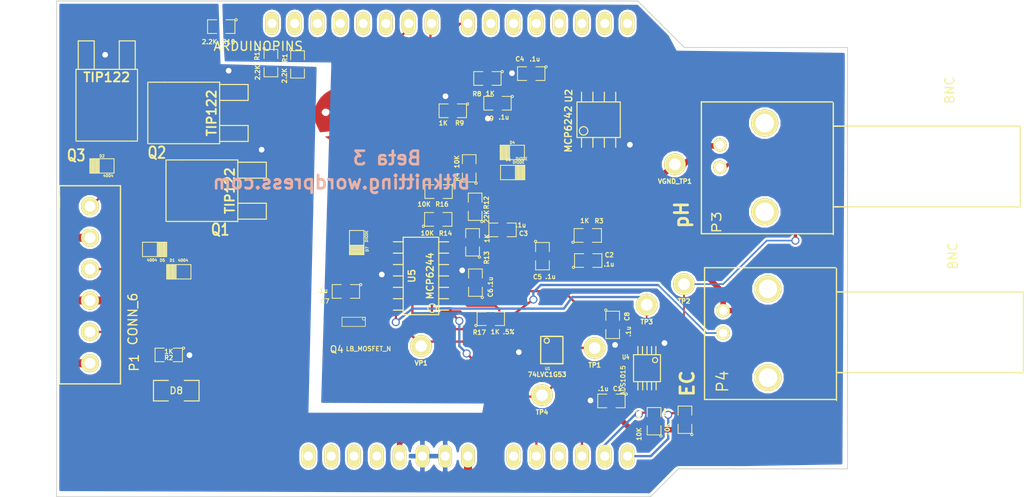
<source format=kicad_pcb>
(kicad_pcb (version 3) (host pcbnew "(2013-07-07 BZR 4022)-stable")

  (general
    (links 106)
    (no_connects 0)
    (area 150.920999 63.130999 265.542181 118.820401)
    (thickness 1.6)
    (drawings 21)
    (tracks 484)
    (zones 0)
    (modules 51)
    (nets 34)
  )

  (page A3)
  (layers
    (15 F.Cu signal)
    (0 B.Cu signal)
    (16 B.Adhes user hide)
    (17 F.Adhes user hide)
    (18 B.Paste user hide)
    (19 F.Paste user hide)
    (20 B.SilkS user)
    (21 F.SilkS user)
    (22 B.Mask user hide)
    (23 F.Mask user)
    (24 Dwgs.User user hide)
    (25 Cmts.User user hide)
    (26 Eco1.User user)
    (27 Eco2.User user hide)
    (28 Edge.Cuts user)
  )

  (setup
    (last_trace_width 0.254)
    (user_trace_width 0.1778)
    (user_trace_width 0.254)
    (user_trace_width 0.381)
    (user_trace_width 0.6096)
    (user_trace_width 0.889)
    (trace_clearance 0.254)
    (zone_clearance 0.254)
    (zone_45_only no)
    (trace_min 0.1524)
    (segment_width 0.2)
    (edge_width 0.1)
    (via_size 0.889)
    (via_drill 0.635)
    (via_min_size 0.889)
    (via_min_drill 0.508)
    (uvia_size 0.508)
    (uvia_drill 0.127)
    (uvias_allowed no)
    (uvia_min_size 0.508)
    (uvia_min_drill 0.127)
    (pcb_text_width 0.3)
    (pcb_text_size 1.5 1.5)
    (mod_edge_width 0.15)
    (mod_text_size 1 1)
    (mod_text_width 0.15)
    (pad_size 2.4 2.4)
    (pad_drill 1.3)
    (pad_to_mask_clearance 0)
    (aux_axis_origin 0 0)
    (visible_elements 7FFFFF99)
    (pcbplotparams
      (layerselection 284196865)
      (usegerberextensions true)
      (excludeedgelayer true)
      (linewidth 0.150000)
      (plotframeref false)
      (viasonmask false)
      (mode 1)
      (useauxorigin false)
      (hpglpennumber 1)
      (hpglpenspeed 20)
      (hpglpendiameter 15)
      (hpglpenoverlay 2)
      (psnegative false)
      (psa4output false)
      (plotreference true)
      (plotvalue true)
      (plotothertext true)
      (plotinvisibletext false)
      (padsonsilk false)
      (subtractmaskfromsilk false)
      (outputformat 1)
      (mirror false)
      (drillshape 0)
      (scaleselection 1)
      (outputdirectory "//psf/Home/Documents/Lettuce Buddy HW/LadyBug Hydro/Laydybug Shield/Kicad/Gerbers/Beta3/"))
  )

  (net 0 "")
  (net 1 /Arduino/12V)
  (net 2 /Arduino/FET_pin)
  (net 3 /Arduino/MUX_out_pin)
  (net 4 /Arduino/SCL)
  (net 5 /Arduino/SDA)
  (net 6 /Arduino/pump1_pin)
  (net 7 /Arduino/pump2_pin)
  (net 8 /Arduino/pump3_pin)
  (net 9 /DigitalAccess/EC_AIN)
  (net 10 /DigitalAccess/pH_AIN)
  (net 11 /EC/AC/EC_Vin)
  (net 12 /EC/AC/G1)
  (net 13 /EC/AC/W_Vin+)
  (net 14 /EC/AC/W_Vin-)
  (net 15 /EC/AC/W_Vout)
  (net 16 /EC/AC/f1)
  (net 17 /EC/ECGain/EC_Vout)
  (net 18 /EC/EC_ProbeIN)
  (net 19 /EC/Rectify/RVin-)
  (net 20 /EC/Rectify/R_Vout)
  (net 21 /EC/Rectify/Signal)
  (net 22 /Power/VGND_V+)
  (net 23 /Pumps/pump1)
  (net 24 /Pumps/pump2)
  (net 25 /Pumps/pump3)
  (net 26 /pH/pH_ProbeIN)
  (net 27 GND)
  (net 28 N-0000020)
  (net 29 N-0000043)
  (net 30 N-0000044)
  (net 31 N-0000045)
  (net 32 VGND)
  (net 33 Vclean)

  (net_class Default "This is the default net class."
    (clearance 0.254)
    (trace_width 0.254)
    (via_dia 0.889)
    (via_drill 0.635)
    (uvia_dia 0.508)
    (uvia_drill 0.127)
    (add_net "")
    (add_net /Arduino/FET_pin)
    (add_net /Arduino/MUX_out_pin)
    (add_net /Arduino/SCL)
    (add_net /Arduino/SDA)
    (add_net /Arduino/pump1_pin)
    (add_net /Arduino/pump2_pin)
    (add_net /Arduino/pump3_pin)
    (add_net /DigitalAccess/EC_AIN)
    (add_net /DigitalAccess/pH_AIN)
    (add_net /EC/AC/EC_Vin)
    (add_net /EC/AC/G1)
    (add_net /EC/AC/W_Vin+)
    (add_net /EC/AC/W_Vin-)
    (add_net /EC/AC/W_Vout)
    (add_net /EC/AC/f1)
    (add_net /EC/ECGain/EC_Vout)
    (add_net /EC/EC_ProbeIN)
    (add_net /EC/Rectify/RVin-)
    (add_net /EC/Rectify/R_Vout)
    (add_net /EC/Rectify/Signal)
    (add_net /Pumps/pump1)
    (add_net /Pumps/pump2)
    (add_net /Pumps/pump3)
    (add_net /pH/pH_ProbeIN)
    (add_net N-0000020)
    (add_net N-0000043)
    (add_net N-0000044)
    (add_net N-0000045)
  )

  (net_class VClean ""
    (clearance 0.254)
    (trace_width 0.6096)
    (via_dia 0.889)
    (via_drill 0.635)
    (uvia_dia 0.508)
    (uvia_drill 0.127)
    (add_net /Arduino/12V)
    (add_net /Power/VGND_V+)
    (add_net GND)
    (add_net VGND)
    (add_net Vclean)
  )

  (module so-8 (layer F.Cu) (tedit 54969A3C) (tstamp 54909C25)
    (at 217.87612 76.73848)
    (descr SO-8)
    (path /547DE57A/54906D15)
    (attr smd)
    (fp_text reference U2 (at -3.3274 -2.667 90) (layer F.SilkS)
      (effects (font (size 0.7493 0.7493) (thickness 0.14986)))
    )
    (fp_text value MCP6242 (at -3.3782 1.0414 90) (layer F.SilkS)
      (effects (font (size 0.7493 0.7493) (thickness 0.14986)))
    )
    (fp_line (start -2.413 -1.9812) (end -2.413 1.9812) (layer F.SilkS) (width 0.127))
    (fp_line (start -2.413 1.9812) (end 2.413 1.9812) (layer F.SilkS) (width 0.127))
    (fp_line (start 2.413 1.9812) (end 2.413 -1.9812) (layer F.SilkS) (width 0.127))
    (fp_line (start 2.413 -1.9812) (end -2.413 -1.9812) (layer F.SilkS) (width 0.127))
    (fp_line (start -1.905 -1.9812) (end -1.905 -3.0734) (layer F.SilkS) (width 0.127))
    (fp_line (start -0.635 -1.9812) (end -0.635 -3.0734) (layer F.SilkS) (width 0.127))
    (fp_line (start 0.635 -1.9812) (end 0.635 -3.0734) (layer F.SilkS) (width 0.127))
    (fp_line (start 1.905 -3.0734) (end 1.905 -1.9812) (layer F.SilkS) (width 0.127))
    (fp_line (start 1.905 1.9812) (end 1.905 3.0734) (layer F.SilkS) (width 0.127))
    (fp_line (start 0.635 3.0734) (end 0.635 1.9812) (layer F.SilkS) (width 0.127))
    (fp_line (start -0.635 3.0734) (end -0.635 1.9812) (layer F.SilkS) (width 0.127))
    (fp_line (start -1.905 3.0734) (end -1.905 1.9812) (layer F.SilkS) (width 0.127))
    (fp_circle (center -1.6764 1.2446) (end -1.9558 1.6256) (layer F.SilkS) (width 0.127))
    (pad 1 smd rect (at -1.905 2.794) (size 0.635 1.27)
      (layers F.Cu F.Paste F.Mask)
      (net 32 VGND)
    )
    (pad 2 smd rect (at -0.635 2.794) (size 0.635 1.27)
      (layers F.Cu F.Paste F.Mask)
      (net 32 VGND)
    )
    (pad 3 smd rect (at 0.635 2.794) (size 0.635 1.27)
      (layers F.Cu F.Paste F.Mask)
      (net 22 /Power/VGND_V+)
    )
    (pad 4 smd rect (at 1.905 2.794) (size 0.635 1.27)
      (layers F.Cu F.Paste F.Mask)
      (net 27 GND)
    )
    (pad 5 smd rect (at 1.905 -2.794) (size 0.635 1.27)
      (layers F.Cu F.Paste F.Mask)
      (net 26 /pH/pH_ProbeIN)
    )
    (pad 6 smd rect (at 0.635 -2.794) (size 0.635 1.27)
      (layers F.Cu F.Paste F.Mask)
      (net 10 /DigitalAccess/pH_AIN)
    )
    (pad 7 smd rect (at -0.635 -2.794) (size 0.635 1.27)
      (layers F.Cu F.Paste F.Mask)
      (net 10 /DigitalAccess/pH_AIN)
    )
    (pad 8 smd rect (at -1.905 -2.794) (size 0.635 1.27)
      (layers F.Cu F.Paste F.Mask)
      (net 33 Vclean)
    )
    (model smd/smd_dil/so-8.wrl
      (at (xyz 0 0 0))
      (scale (xyz 1 1 1))
      (rotate (xyz 0 0 0))
    )
  )

  (module SM0805 (layer F.Cu) (tedit 549698FB) (tstamp 54909C32)
    (at 219.44076 99.62134 270)
    (path /547DE5B0/54D91F94)
    (attr smd)
    (fp_text reference C8 (at -0.9398 -1.6002 270) (layer F.SilkS)
      (effects (font (size 0.50038 0.50038) (thickness 0.10922)))
    )
    (fp_text value .1u (at 0.7366 -1.7526 270) (layer F.SilkS)
      (effects (font (size 0.50038 0.50038) (thickness 0.10922)))
    )
    (fp_circle (center -1.651 0.762) (end -1.651 0.635) (layer F.SilkS) (width 0.09906))
    (fp_line (start -0.508 0.762) (end -1.524 0.762) (layer F.SilkS) (width 0.09906))
    (fp_line (start -1.524 0.762) (end -1.524 -0.762) (layer F.SilkS) (width 0.09906))
    (fp_line (start -1.524 -0.762) (end -0.508 -0.762) (layer F.SilkS) (width 0.09906))
    (fp_line (start 0.508 -0.762) (end 1.524 -0.762) (layer F.SilkS) (width 0.09906))
    (fp_line (start 1.524 -0.762) (end 1.524 0.762) (layer F.SilkS) (width 0.09906))
    (fp_line (start 1.524 0.762) (end 0.508 0.762) (layer F.SilkS) (width 0.09906))
    (pad 1 smd rect (at -0.9525 0 270) (size 0.889 1.397)
      (layers F.Cu F.Paste F.Mask)
      (net 33 Vclean)
    )
    (pad 2 smd rect (at 0.9525 0 270) (size 0.889 1.397)
      (layers F.Cu F.Paste F.Mask)
      (net 27 GND)
    )
    (model smd/chip_cms.wrl
      (at (xyz 0 0 0))
      (scale (xyz 0.1 0.1 0.1))
      (rotate (xyz 0 0 0))
    )
  )

  (module SM0805 (layer F.Cu) (tedit 549E9450) (tstamp 54909C3F)
    (at 203.82992 90.4113 90)
    (path /547DE5B0/54C79A3D/54C79AE2)
    (attr smd)
    (fp_text reference R13 (at -1.7145 1.56972 90) (layer F.SilkS)
      (effects (font (size 0.50038 0.50038) (thickness 0.10922)))
    )
    (fp_text value 1K (at 0.4445 1.62052 90) (layer F.SilkS)
      (effects (font (size 0.50038 0.50038) (thickness 0.10922)))
    )
    (fp_circle (center -1.651 0.762) (end -1.651 0.635) (layer F.SilkS) (width 0.09906))
    (fp_line (start -0.508 0.762) (end -1.524 0.762) (layer F.SilkS) (width 0.09906))
    (fp_line (start -1.524 0.762) (end -1.524 -0.762) (layer F.SilkS) (width 0.09906))
    (fp_line (start -1.524 -0.762) (end -0.508 -0.762) (layer F.SilkS) (width 0.09906))
    (fp_line (start 0.508 -0.762) (end 1.524 -0.762) (layer F.SilkS) (width 0.09906))
    (fp_line (start 1.524 -0.762) (end 1.524 0.762) (layer F.SilkS) (width 0.09906))
    (fp_line (start 1.524 0.762) (end 0.508 0.762) (layer F.SilkS) (width 0.09906))
    (pad 1 smd rect (at -0.9525 0 90) (size 0.889 1.397)
      (layers F.Cu F.Paste F.Mask)
      (net 16 /EC/AC/f1)
    )
    (pad 2 smd rect (at 0.9525 0 90) (size 0.889 1.397)
      (layers F.Cu F.Paste F.Mask)
      (net 13 /EC/AC/W_Vin+)
    )
    (model smd/chip_cms.wrl
      (at (xyz 0 0 0))
      (scale (xyz 0.1 0.1 0.1))
      (rotate (xyz 0 0 0))
    )
  )

  (module SM0805 (layer F.Cu) (tedit 54D7C143) (tstamp 54909C4C)
    (at 207.16748 89.02706)
    (path /547DE5B0/54C79A3D/54C79ACA)
    (attr smd)
    (fp_text reference C3 (at 2.338 0.4) (layer F.SilkS)
      (effects (font (size 0.50038 0.50038) (thickness 0.10922)))
    )
    (fp_text value .1u (at 2.038 -0.54) (layer F.SilkS)
      (effects (font (size 0.50038 0.50038) (thickness 0.10922)))
    )
    (fp_circle (center -1.651 0.762) (end -1.651 0.635) (layer F.SilkS) (width 0.09906))
    (fp_line (start -0.508 0.762) (end -1.524 0.762) (layer F.SilkS) (width 0.09906))
    (fp_line (start -1.524 0.762) (end -1.524 -0.762) (layer F.SilkS) (width 0.09906))
    (fp_line (start -1.524 -0.762) (end -0.508 -0.762) (layer F.SilkS) (width 0.09906))
    (fp_line (start 0.508 -0.762) (end 1.524 -0.762) (layer F.SilkS) (width 0.09906))
    (fp_line (start 1.524 -0.762) (end 1.524 0.762) (layer F.SilkS) (width 0.09906))
    (fp_line (start 1.524 0.762) (end 0.508 0.762) (layer F.SilkS) (width 0.09906))
    (pad 1 smd rect (at -0.9525 0) (size 0.889 1.397)
      (layers F.Cu F.Paste F.Mask)
      (net 15 /EC/AC/W_Vout)
    )
    (pad 2 smd rect (at 0.9525 0) (size 0.889 1.397)
      (layers F.Cu F.Paste F.Mask)
      (net 12 /EC/AC/G1)
    )
    (model smd/chip_cms.wrl
      (at (xyz 0 0 0))
      (scale (xyz 0.1 0.1 0.1))
      (rotate (xyz 0 0 0))
    )
  )

  (module SM0805 (layer F.Cu) (tedit 54D7C1A7) (tstamp 54909C59)
    (at 203.45654 82.16138 90)
    (path /547DE5B0/54C79A3D/54C79ABE)
    (attr smd)
    (fp_text reference R4 (at -0.977 -1.3514 90) (layer F.SilkS)
      (effects (font (size 0.50038 0.50038) (thickness 0.10922)))
    )
    (fp_text value 10K (at 0.733 -1.3714 90) (layer F.SilkS)
      (effects (font (size 0.50038 0.50038) (thickness 0.10922)))
    )
    (fp_circle (center -1.651 0.762) (end -1.651 0.635) (layer F.SilkS) (width 0.09906))
    (fp_line (start -0.508 0.762) (end -1.524 0.762) (layer F.SilkS) (width 0.09906))
    (fp_line (start -1.524 0.762) (end -1.524 -0.762) (layer F.SilkS) (width 0.09906))
    (fp_line (start -1.524 -0.762) (end -0.508 -0.762) (layer F.SilkS) (width 0.09906))
    (fp_line (start 0.508 -0.762) (end 1.524 -0.762) (layer F.SilkS) (width 0.09906))
    (fp_line (start 1.524 -0.762) (end 1.524 0.762) (layer F.SilkS) (width 0.09906))
    (fp_line (start 1.524 0.762) (end 0.508 0.762) (layer F.SilkS) (width 0.09906))
    (pad 1 smd rect (at -0.9525 0 90) (size 0.889 1.397)
      (layers F.Cu F.Paste F.Mask)
      (net 14 /EC/AC/W_Vin-)
    )
    (pad 2 smd rect (at 0.9525 0 90) (size 0.889 1.397)
      (layers F.Cu F.Paste F.Mask)
      (net 32 VGND)
    )
    (model smd/chip_cms.wrl
      (at (xyz 0 0 0))
      (scale (xyz 0.1 0.1 0.1))
      (rotate (xyz 0 0 0))
    )
  )

  (module SM0805 (layer F.Cu) (tedit 549E9479) (tstamp 54A270ED)
    (at 216.66532 89.64346)
    (path /547DE5B0/54C79A3D/54C79AB8)
    (attr smd)
    (fp_text reference R3 (at 1.2573 -1.6129) (layer F.SilkS)
      (effects (font (size 0.50038 0.50038) (thickness 0.10922)))
    )
    (fp_text value 1K (at -0.3429 -1.6383) (layer F.SilkS)
      (effects (font (size 0.50038 0.50038) (thickness 0.10922)))
    )
    (fp_circle (center -1.651 0.762) (end -1.651 0.635) (layer F.SilkS) (width 0.09906))
    (fp_line (start -0.508 0.762) (end -1.524 0.762) (layer F.SilkS) (width 0.09906))
    (fp_line (start -1.524 0.762) (end -1.524 -0.762) (layer F.SilkS) (width 0.09906))
    (fp_line (start -1.524 -0.762) (end -0.508 -0.762) (layer F.SilkS) (width 0.09906))
    (fp_line (start 0.508 -0.762) (end 1.524 -0.762) (layer F.SilkS) (width 0.09906))
    (fp_line (start 1.524 -0.762) (end 1.524 0.762) (layer F.SilkS) (width 0.09906))
    (fp_line (start 1.524 0.762) (end 0.508 0.762) (layer F.SilkS) (width 0.09906))
    (pad 1 smd rect (at -0.9525 0) (size 0.889 1.397)
      (layers F.Cu F.Paste F.Mask)
      (net 13 /EC/AC/W_Vin+)
    )
    (pad 2 smd rect (at 0.9525 0) (size 0.889 1.397)
      (layers F.Cu F.Paste F.Mask)
      (net 32 VGND)
    )
    (model smd/chip_cms.wrl
      (at (xyz 0 0 0))
      (scale (xyz 0.1 0.1 0.1))
      (rotate (xyz 0 0 0))
    )
  )

  (module SM0805 (layer F.Cu) (tedit 54D7C11E) (tstamp 54909C8D)
    (at 204.1144 86.44636 90)
    (path /547DE5B0/54C79A3D/54C79B28)
    (attr smd)
    (fp_text reference R12 (at 0.457 1.2578 90) (layer F.SilkS)
      (effects (font (size 0.50038 0.50038) (thickness 0.10922)))
    )
    (fp_text value 22K (at -1.093 1.2878 90) (layer F.SilkS)
      (effects (font (size 0.50038 0.50038) (thickness 0.10922)))
    )
    (fp_circle (center -1.651 0.762) (end -1.651 0.635) (layer F.SilkS) (width 0.09906))
    (fp_line (start -0.508 0.762) (end -1.524 0.762) (layer F.SilkS) (width 0.09906))
    (fp_line (start -1.524 0.762) (end -1.524 -0.762) (layer F.SilkS) (width 0.09906))
    (fp_line (start -1.524 -0.762) (end -0.508 -0.762) (layer F.SilkS) (width 0.09906))
    (fp_line (start 0.508 -0.762) (end 1.524 -0.762) (layer F.SilkS) (width 0.09906))
    (fp_line (start 1.524 -0.762) (end 1.524 0.762) (layer F.SilkS) (width 0.09906))
    (fp_line (start 1.524 0.762) (end 0.508 0.762) (layer F.SilkS) (width 0.09906))
    (pad 1 smd rect (at -0.9525 0 90) (size 0.889 1.397)
      (layers F.Cu F.Paste F.Mask)
      (net 15 /EC/AC/W_Vout)
    )
    (pad 2 smd rect (at 0.9525 0 90) (size 0.889 1.397)
      (layers F.Cu F.Paste F.Mask)
      (net 14 /EC/AC/W_Vin-)
    )
    (model smd/chip_cms.wrl
      (at (xyz 0 0 0))
      (scale (xyz 0.1 0.1 0.1))
      (rotate (xyz 0 0 0))
    )
  )

  (module SM0805 (layer F.Cu) (tedit 54969961) (tstamp 54909C9A)
    (at 210.3672 71.5968 180)
    (path /547DE6F9/547DEB65)
    (attr smd)
    (fp_text reference C4 (at 1.27 1.6256 180) (layer F.SilkS)
      (effects (font (size 0.50038 0.50038) (thickness 0.10922)))
    )
    (fp_text value .1u (at -0.4064 1.6256 180) (layer F.SilkS)
      (effects (font (size 0.50038 0.50038) (thickness 0.10922)))
    )
    (fp_circle (center -1.651 0.762) (end -1.651 0.635) (layer F.SilkS) (width 0.09906))
    (fp_line (start -0.508 0.762) (end -1.524 0.762) (layer F.SilkS) (width 0.09906))
    (fp_line (start -1.524 0.762) (end -1.524 -0.762) (layer F.SilkS) (width 0.09906))
    (fp_line (start -1.524 -0.762) (end -0.508 -0.762) (layer F.SilkS) (width 0.09906))
    (fp_line (start 0.508 -0.762) (end 1.524 -0.762) (layer F.SilkS) (width 0.09906))
    (fp_line (start 1.524 -0.762) (end 1.524 0.762) (layer F.SilkS) (width 0.09906))
    (fp_line (start 1.524 0.762) (end 0.508 0.762) (layer F.SilkS) (width 0.09906))
    (pad 1 smd rect (at -0.9525 0 180) (size 0.889 1.397)
      (layers F.Cu F.Paste F.Mask)
      (net 33 Vclean)
    )
    (pad 2 smd rect (at 0.9525 0 180) (size 0.889 1.397)
      (layers F.Cu F.Paste F.Mask)
      (net 27 GND)
    )
    (model smd/chip_cms.wrl
      (at (xyz 0 0 0))
      (scale (xyz 0.1 0.1 0.1))
      (rotate (xyz 0 0 0))
    )
  )

  (module SM0805 (layer F.Cu) (tedit 5496997F) (tstamp 54909CE8)
    (at 205.486 72.136 180)
    (path /547DE6F9/547DEB21)
    (attr smd)
    (fp_text reference R8 (at 1.1684 -1.7272 180) (layer F.SilkS)
      (effects (font (size 0.50038 0.50038) (thickness 0.10922)))
    )
    (fp_text value 1K (at -0.3048 -1.6764 180) (layer F.SilkS)
      (effects (font (size 0.50038 0.50038) (thickness 0.10922)))
    )
    (fp_circle (center -1.651 0.762) (end -1.651 0.635) (layer F.SilkS) (width 0.09906))
    (fp_line (start -0.508 0.762) (end -1.524 0.762) (layer F.SilkS) (width 0.09906))
    (fp_line (start -1.524 0.762) (end -1.524 -0.762) (layer F.SilkS) (width 0.09906))
    (fp_line (start -1.524 -0.762) (end -0.508 -0.762) (layer F.SilkS) (width 0.09906))
    (fp_line (start 0.508 -0.762) (end 1.524 -0.762) (layer F.SilkS) (width 0.09906))
    (fp_line (start 1.524 -0.762) (end 1.524 0.762) (layer F.SilkS) (width 0.09906))
    (fp_line (start 1.524 0.762) (end 0.508 0.762) (layer F.SilkS) (width 0.09906))
    (pad 1 smd rect (at -0.9525 0 180) (size 0.889 1.397)
      (layers F.Cu F.Paste F.Mask)
      (net 33 Vclean)
    )
    (pad 2 smd rect (at 0.9525 0 180) (size 0.889 1.397)
      (layers F.Cu F.Paste F.Mask)
      (net 22 /Power/VGND_V+)
    )
    (model smd/chip_cms.wrl
      (at (xyz 0 0 0))
      (scale (xyz 0.1 0.1 0.1))
      (rotate (xyz 0 0 0))
    )
  )

  (module SM0805 (layer F.Cu) (tedit 5496996D) (tstamp 54909CF5)
    (at 201.6252 75.7428 180)
    (path /547DE6F9/547DEB27)
    (attr smd)
    (fp_text reference R9 (at -0.762 -1.3716 180) (layer F.SilkS)
      (effects (font (size 0.50038 0.50038) (thickness 0.10922)))
    )
    (fp_text value 1K (at 1.0668 -1.3716 180) (layer F.SilkS)
      (effects (font (size 0.50038 0.50038) (thickness 0.10922)))
    )
    (fp_circle (center -1.651 0.762) (end -1.651 0.635) (layer F.SilkS) (width 0.09906))
    (fp_line (start -0.508 0.762) (end -1.524 0.762) (layer F.SilkS) (width 0.09906))
    (fp_line (start -1.524 0.762) (end -1.524 -0.762) (layer F.SilkS) (width 0.09906))
    (fp_line (start -1.524 -0.762) (end -0.508 -0.762) (layer F.SilkS) (width 0.09906))
    (fp_line (start 0.508 -0.762) (end 1.524 -0.762) (layer F.SilkS) (width 0.09906))
    (fp_line (start 1.524 -0.762) (end 1.524 0.762) (layer F.SilkS) (width 0.09906))
    (fp_line (start 1.524 0.762) (end 0.508 0.762) (layer F.SilkS) (width 0.09906))
    (pad 1 smd rect (at -0.9525 0 180) (size 0.889 1.397)
      (layers F.Cu F.Paste F.Mask)
      (net 22 /Power/VGND_V+)
    )
    (pad 2 smd rect (at 0.9525 0 180) (size 0.889 1.397)
      (layers F.Cu F.Paste F.Mask)
      (net 27 GND)
    )
    (model smd/chip_cms.wrl
      (at (xyz 0 0 0))
      (scale (xyz 0.1 0.1 0.1))
      (rotate (xyz 0 0 0))
    )
  )

  (module SM0805 (layer F.Cu) (tedit 549E93C6) (tstamp 54909D02)
    (at 200.04278 84.75726 180)
    (path /547DE5B0/54C79A3D/54C79B2E)
    (attr smd)
    (fp_text reference R16 (at -0.37846 -1.41224 180) (layer F.SilkS)
      (effects (font (size 0.50038 0.50038) (thickness 0.10922)))
    )
    (fp_text value 10K (at 1.61036 -1.41224 180) (layer F.SilkS)
      (effects (font (size 0.50038 0.50038) (thickness 0.10922)))
    )
    (fp_circle (center -1.651 0.762) (end -1.651 0.635) (layer F.SilkS) (width 0.09906))
    (fp_line (start -0.508 0.762) (end -1.524 0.762) (layer F.SilkS) (width 0.09906))
    (fp_line (start -1.524 0.762) (end -1.524 -0.762) (layer F.SilkS) (width 0.09906))
    (fp_line (start -1.524 -0.762) (end -0.508 -0.762) (layer F.SilkS) (width 0.09906))
    (fp_line (start 0.508 -0.762) (end 1.524 -0.762) (layer F.SilkS) (width 0.09906))
    (fp_line (start 1.524 -0.762) (end 1.524 0.762) (layer F.SilkS) (width 0.09906))
    (fp_line (start 1.524 0.762) (end 0.508 0.762) (layer F.SilkS) (width 0.09906))
    (pad 1 smd rect (at -0.9525 0 180) (size 0.889 1.397)
      (layers F.Cu F.Paste F.Mask)
      (net 32 VGND)
    )
    (pad 2 smd rect (at 0.9525 0 180) (size 0.889 1.397)
      (layers F.Cu F.Paste F.Mask)
      (net 11 /EC/AC/EC_Vin)
    )
    (model smd/chip_cms.wrl
      (at (xyz 0 0 0))
      (scale (xyz 0.1 0.1 0.1))
      (rotate (xyz 0 0 0))
    )
  )

  (module SM0805 (layer F.Cu) (tedit 5496952F) (tstamp 54909D0F)
    (at 175.82896 66.35242 180)
    (path /547DE6BF/54803649)
    (attr smd)
    (fp_text reference R10 (at -0.82296 -1.7018 180) (layer F.SilkS)
      (effects (font (size 0.50038 0.50038) (thickness 0.10922)))
    )
    (fp_text value 2.2K (at 1.31064 -1.7018 180) (layer F.SilkS)
      (effects (font (size 0.50038 0.50038) (thickness 0.10922)))
    )
    (fp_circle (center -1.651 0.762) (end -1.651 0.635) (layer F.SilkS) (width 0.09906))
    (fp_line (start -0.508 0.762) (end -1.524 0.762) (layer F.SilkS) (width 0.09906))
    (fp_line (start -1.524 0.762) (end -1.524 -0.762) (layer F.SilkS) (width 0.09906))
    (fp_line (start -1.524 -0.762) (end -0.508 -0.762) (layer F.SilkS) (width 0.09906))
    (fp_line (start 0.508 -0.762) (end 1.524 -0.762) (layer F.SilkS) (width 0.09906))
    (fp_line (start 1.524 -0.762) (end 1.524 0.762) (layer F.SilkS) (width 0.09906))
    (fp_line (start 1.524 0.762) (end 0.508 0.762) (layer F.SilkS) (width 0.09906))
    (pad 1 smd rect (at -0.9525 0 180) (size 0.889 1.397)
      (layers F.Cu F.Paste F.Mask)
      (net 8 /Arduino/pump3_pin)
    )
    (pad 2 smd rect (at 0.9525 0 180) (size 0.889 1.397)
      (layers F.Cu F.Paste F.Mask)
      (net 31 N-0000045)
    )
    (model smd/chip_cms.wrl
      (at (xyz 0 0 0))
      (scale (xyz 0.1 0.1 0.1))
      (rotate (xyz 0 0 0))
    )
  )

  (module SM0805 (layer F.Cu) (tedit 5496953D) (tstamp 54909D1C)
    (at 181.36108 70.42404 270)
    (path /547DE6BF/53EA6E15)
    (attr smd)
    (fp_text reference R11 (at -1.03124 1.52908 270) (layer F.SilkS)
      (effects (font (size 0.50038 0.50038) (thickness 0.10922)))
    )
    (fp_text value 2.2K (at 1.05156 1.47828 270) (layer F.SilkS)
      (effects (font (size 0.50038 0.50038) (thickness 0.10922)))
    )
    (fp_circle (center -1.651 0.762) (end -1.651 0.635) (layer F.SilkS) (width 0.09906))
    (fp_line (start -0.508 0.762) (end -1.524 0.762) (layer F.SilkS) (width 0.09906))
    (fp_line (start -1.524 0.762) (end -1.524 -0.762) (layer F.SilkS) (width 0.09906))
    (fp_line (start -1.524 -0.762) (end -0.508 -0.762) (layer F.SilkS) (width 0.09906))
    (fp_line (start 0.508 -0.762) (end 1.524 -0.762) (layer F.SilkS) (width 0.09906))
    (fp_line (start 1.524 -0.762) (end 1.524 0.762) (layer F.SilkS) (width 0.09906))
    (fp_line (start 1.524 0.762) (end 0.508 0.762) (layer F.SilkS) (width 0.09906))
    (pad 1 smd rect (at -0.9525 0 270) (size 0.889 1.397)
      (layers F.Cu F.Paste F.Mask)
      (net 7 /Arduino/pump2_pin)
    )
    (pad 2 smd rect (at 0.9525 0 270) (size 0.889 1.397)
      (layers F.Cu F.Paste F.Mask)
      (net 30 N-0000044)
    )
    (model smd/chip_cms.wrl
      (at (xyz 0 0 0))
      (scale (xyz 0.1 0.1 0.1))
      (rotate (xyz 0 0 0))
    )
  )

  (module SM0805 (layer F.Cu) (tedit 5514086A) (tstamp 54909D29)
    (at 224.0534 110.363 90)
    (path /547DE4F5/5463DA53)
    (attr smd)
    (fp_text reference R6 (at 0.7239 -1.65354 90) (layer F.SilkS)
      (effects (font (size 0.50038 0.50038) (thickness 0.10922)))
    )
    (fp_text value 10K (at -1.44018 -1.67132 90) (layer F.SilkS)
      (effects (font (size 0.50038 0.50038) (thickness 0.10922)))
    )
    (fp_circle (center -1.651 0.762) (end -1.651 0.635) (layer F.SilkS) (width 0.09906))
    (fp_line (start -0.508 0.762) (end -1.524 0.762) (layer F.SilkS) (width 0.09906))
    (fp_line (start -1.524 0.762) (end -1.524 -0.762) (layer F.SilkS) (width 0.09906))
    (fp_line (start -1.524 -0.762) (end -0.508 -0.762) (layer F.SilkS) (width 0.09906))
    (fp_line (start 0.508 -0.762) (end 1.524 -0.762) (layer F.SilkS) (width 0.09906))
    (fp_line (start 1.524 -0.762) (end 1.524 0.762) (layer F.SilkS) (width 0.09906))
    (fp_line (start 1.524 0.762) (end 0.508 0.762) (layer F.SilkS) (width 0.09906))
    (pad 1 smd rect (at -0.9525 0 90) (size 0.889 1.397)
      (layers F.Cu F.Paste F.Mask)
      (net 33 Vclean)
    )
    (pad 2 smd rect (at 0.9525 0 90) (size 0.889 1.397)
      (layers F.Cu F.Paste F.Mask)
      (net 5 /Arduino/SDA)
    )
    (model smd/chip_cms.wrl
      (at (xyz 0 0 0))
      (scale (xyz 0.1 0.1 0.1))
      (rotate (xyz 0 0 0))
    )
  )

  (module SM0805 (layer F.Cu) (tedit 5514089D) (tstamp 54909D36)
    (at 227.4951 110.20044 90)
    (path /547DE4F5/5463DA60)
    (attr smd)
    (fp_text reference R7 (at 0.83854 -2.01352 90) (layer F.SilkS)
      (effects (font (size 0.50038 0.50038) (thickness 0.10922)))
    )
    (fp_text value 10K (at -1.09186 -1.96272 90) (layer F.SilkS)
      (effects (font (size 0.50038 0.50038) (thickness 0.10922)))
    )
    (fp_circle (center -1.651 0.762) (end -1.651 0.635) (layer F.SilkS) (width 0.09906))
    (fp_line (start -0.508 0.762) (end -1.524 0.762) (layer F.SilkS) (width 0.09906))
    (fp_line (start -1.524 0.762) (end -1.524 -0.762) (layer F.SilkS) (width 0.09906))
    (fp_line (start -1.524 -0.762) (end -0.508 -0.762) (layer F.SilkS) (width 0.09906))
    (fp_line (start 0.508 -0.762) (end 1.524 -0.762) (layer F.SilkS) (width 0.09906))
    (fp_line (start 1.524 -0.762) (end 1.524 0.762) (layer F.SilkS) (width 0.09906))
    (fp_line (start 1.524 0.762) (end 0.508 0.762) (layer F.SilkS) (width 0.09906))
    (pad 1 smd rect (at -0.9525 0 90) (size 0.889 1.397)
      (layers F.Cu F.Paste F.Mask)
      (net 33 Vclean)
    )
    (pad 2 smd rect (at 0.9525 0 90) (size 0.889 1.397)
      (layers F.Cu F.Paste F.Mask)
      (net 4 /Arduino/SCL)
    )
    (model smd/chip_cms.wrl
      (at (xyz 0 0 0))
      (scale (xyz 0.1 0.1 0.1))
      (rotate (xyz 0 0 0))
    )
  )

  (module SM0805 (layer F.Cu) (tedit 5496991A) (tstamp 54909D43)
    (at 219.3036 108.1024 180)
    (path /547DE4F5/546637F5)
    (attr smd)
    (fp_text reference C1 (at -0.65786 1.36652 180) (layer F.SilkS)
      (effects (font (size 0.50038 0.50038) (thickness 0.10922)))
    )
    (fp_text value .1u (at 0.91694 1.36652 180) (layer F.SilkS)
      (effects (font (size 0.50038 0.50038) (thickness 0.10922)))
    )
    (fp_circle (center -1.651 0.762) (end -1.651 0.635) (layer F.SilkS) (width 0.09906))
    (fp_line (start -0.508 0.762) (end -1.524 0.762) (layer F.SilkS) (width 0.09906))
    (fp_line (start -1.524 0.762) (end -1.524 -0.762) (layer F.SilkS) (width 0.09906))
    (fp_line (start -1.524 -0.762) (end -0.508 -0.762) (layer F.SilkS) (width 0.09906))
    (fp_line (start 0.508 -0.762) (end 1.524 -0.762) (layer F.SilkS) (width 0.09906))
    (fp_line (start 1.524 -0.762) (end 1.524 0.762) (layer F.SilkS) (width 0.09906))
    (fp_line (start 1.524 0.762) (end 0.508 0.762) (layer F.SilkS) (width 0.09906))
    (pad 1 smd rect (at -0.9525 0 180) (size 0.889 1.397)
      (layers F.Cu F.Paste F.Mask)
      (net 33 Vclean)
    )
    (pad 2 smd rect (at 0.9525 0 180) (size 0.889 1.397)
      (layers F.Cu F.Paste F.Mask)
      (net 27 GND)
    )
    (model smd/chip_cms.wrl
      (at (xyz 0 0 0))
      (scale (xyz 0.1 0.1 0.1))
      (rotate (xyz 0 0 0))
    )
  )

  (module SM0805 (layer F.Cu) (tedit 54D7C12E) (tstamp 54909D5D)
    (at 200.00722 87.85098)
    (path /547DE5B0/54C79A3D/54C79AE8)
    (attr smd)
    (fp_text reference R14 (at 0.81 1.56) (layer F.SilkS)
      (effects (font (size 0.50038 0.50038) (thickness 0.10922)))
    )
    (fp_text value 10K (at -1.22 1.54) (layer F.SilkS)
      (effects (font (size 0.50038 0.50038) (thickness 0.10922)))
    )
    (fp_circle (center -1.651 0.762) (end -1.651 0.635) (layer F.SilkS) (width 0.09906))
    (fp_line (start -0.508 0.762) (end -1.524 0.762) (layer F.SilkS) (width 0.09906))
    (fp_line (start -1.524 0.762) (end -1.524 -0.762) (layer F.SilkS) (width 0.09906))
    (fp_line (start -1.524 -0.762) (end -0.508 -0.762) (layer F.SilkS) (width 0.09906))
    (fp_line (start 0.508 -0.762) (end 1.524 -0.762) (layer F.SilkS) (width 0.09906))
    (fp_line (start 1.524 -0.762) (end 1.524 0.762) (layer F.SilkS) (width 0.09906))
    (fp_line (start 1.524 0.762) (end 0.508 0.762) (layer F.SilkS) (width 0.09906))
    (pad 1 smd rect (at -0.9525 0) (size 0.889 1.397)
      (layers F.Cu F.Paste F.Mask)
      (net 11 /EC/AC/EC_Vin)
    )
    (pad 2 smd rect (at 0.9525 0) (size 0.889 1.397)
      (layers F.Cu F.Paste F.Mask)
      (net 15 /EC/AC/W_Vout)
    )
    (model smd/chip_cms.wrl
      (at (xyz 0 0 0))
      (scale (xyz 0.1 0.1 0.1))
      (rotate (xyz 0 0 0))
    )
  )

  (module SM0805 (layer F.Cu) (tedit 549E9405) (tstamp 54909D6A)
    (at 189.7144 95.8904 180)
    (path /547DE5B0/54C7AF06/54C7CCA1)
    (attr smd)
    (fp_text reference C7 (at 2.33426 -1.08966 180) (layer F.SilkS)
      (effects (font (size 0.50038 0.50038) (thickness 0.10922)))
    )
    (fp_text value .1u (at 2.59842 0.0889 180) (layer F.SilkS)
      (effects (font (size 0.50038 0.50038) (thickness 0.10922)))
    )
    (fp_circle (center -1.651 0.762) (end -1.651 0.635) (layer F.SilkS) (width 0.09906))
    (fp_line (start -0.508 0.762) (end -1.524 0.762) (layer F.SilkS) (width 0.09906))
    (fp_line (start -1.524 0.762) (end -1.524 -0.762) (layer F.SilkS) (width 0.09906))
    (fp_line (start -1.524 -0.762) (end -0.508 -0.762) (layer F.SilkS) (width 0.09906))
    (fp_line (start 0.508 -0.762) (end 1.524 -0.762) (layer F.SilkS) (width 0.09906))
    (fp_line (start 1.524 -0.762) (end 1.524 0.762) (layer F.SilkS) (width 0.09906))
    (fp_line (start 1.524 0.762) (end 0.508 0.762) (layer F.SilkS) (width 0.09906))
    (pad 1 smd rect (at -0.9525 0 180) (size 0.889 1.397)
      (layers F.Cu F.Paste F.Mask)
      (net 19 /EC/Rectify/RVin-)
    )
    (pad 2 smd rect (at 0.9525 0 180) (size 0.889 1.397)
      (layers F.Cu F.Paste F.Mask)
      (net 32 VGND)
    )
    (model smd/chip_cms.wrl
      (at (xyz 0 0 0))
      (scale (xyz 0.1 0.1 0.1))
      (rotate (xyz 0 0 0))
    )
  )

  (module SM0805 (layer F.Cu) (tedit 5514204F) (tstamp 54909D77)
    (at 204.14996 94.90964 90)
    (path /547DE5B0/54C7A446/54C7A5AC)
    (attr smd)
    (fp_text reference C6 (at -1.13538 1.67386 90) (layer F.SilkS)
      (effects (font (size 0.50038 0.50038) (thickness 0.10922)))
    )
    (fp_text value .1u (at 0.07112 1.67132 90) (layer F.SilkS)
      (effects (font (size 0.50038 0.50038) (thickness 0.10922)))
    )
    (fp_circle (center -1.651 0.762) (end -1.651 0.635) (layer F.SilkS) (width 0.09906))
    (fp_line (start -0.508 0.762) (end -1.524 0.762) (layer F.SilkS) (width 0.09906))
    (fp_line (start -1.524 0.762) (end -1.524 -0.762) (layer F.SilkS) (width 0.09906))
    (fp_line (start -1.524 -0.762) (end -0.508 -0.762) (layer F.SilkS) (width 0.09906))
    (fp_line (start 0.508 -0.762) (end 1.524 -0.762) (layer F.SilkS) (width 0.09906))
    (fp_line (start 1.524 -0.762) (end 1.524 0.762) (layer F.SilkS) (width 0.09906))
    (fp_line (start 1.524 0.762) (end 0.508 0.762) (layer F.SilkS) (width 0.09906))
    (pad 1 smd rect (at -0.9525 0 90) (size 0.889 1.397)
      (layers F.Cu F.Paste F.Mask)
      (net 33 Vclean)
    )
    (pad 2 smd rect (at 0.9525 0 90) (size 0.889 1.397)
      (layers F.Cu F.Paste F.Mask)
      (net 27 GND)
    )
    (model smd/chip_cms.wrl
      (at (xyz 0 0 0))
      (scale (xyz 0.1 0.1 0.1))
      (rotate (xyz 0 0 0))
    )
  )

  (module SM0805 (layer F.Cu) (tedit 54969568) (tstamp 54909D84)
    (at 184.3278 70.56628 270)
    (path /547DE6BF/53CBD483)
    (attr smd)
    (fp_text reference R1 (at -0.71628 1.397 270) (layer F.SilkS)
      (effects (font (size 0.50038 0.50038) (thickness 0.10922)))
    )
    (fp_text value 2.2K (at 1.26492 1.4478 270) (layer F.SilkS)
      (effects (font (size 0.50038 0.50038) (thickness 0.10922)))
    )
    (fp_circle (center -1.651 0.762) (end -1.651 0.635) (layer F.SilkS) (width 0.09906))
    (fp_line (start -0.508 0.762) (end -1.524 0.762) (layer F.SilkS) (width 0.09906))
    (fp_line (start -1.524 0.762) (end -1.524 -0.762) (layer F.SilkS) (width 0.09906))
    (fp_line (start -1.524 -0.762) (end -0.508 -0.762) (layer F.SilkS) (width 0.09906))
    (fp_line (start 0.508 -0.762) (end 1.524 -0.762) (layer F.SilkS) (width 0.09906))
    (fp_line (start 1.524 -0.762) (end 1.524 0.762) (layer F.SilkS) (width 0.09906))
    (fp_line (start 1.524 0.762) (end 0.508 0.762) (layer F.SilkS) (width 0.09906))
    (pad 1 smd rect (at -0.9525 0 270) (size 0.889 1.397)
      (layers F.Cu F.Paste F.Mask)
      (net 6 /Arduino/pump1_pin)
    )
    (pad 2 smd rect (at 0.9525 0 270) (size 0.889 1.397)
      (layers F.Cu F.Paste F.Mask)
      (net 29 N-0000043)
    )
    (model smd/chip_cms.wrl
      (at (xyz 0 0 0))
      (scale (xyz 0.1 0.1 0.1))
      (rotate (xyz 0 0 0))
    )
  )

  (module SM0805 (layer F.Cu) (tedit 551421E6) (tstamp 54909D9E)
    (at 211.61756 91.95816 270)
    (path /547DE5B0/54C79A3D/54C79ADC)
    (attr smd)
    (fp_text reference C5 (at 2.3114 0.55118 360) (layer F.SilkS)
      (effects (font (size 0.50038 0.50038) (thickness 0.10922)))
    )
    (fp_text value .1u (at 2.27584 -0.889 360) (layer F.SilkS)
      (effects (font (size 0.50038 0.50038) (thickness 0.10922)))
    )
    (fp_circle (center -1.651 0.762) (end -1.651 0.635) (layer F.SilkS) (width 0.09906))
    (fp_line (start -0.508 0.762) (end -1.524 0.762) (layer F.SilkS) (width 0.09906))
    (fp_line (start -1.524 0.762) (end -1.524 -0.762) (layer F.SilkS) (width 0.09906))
    (fp_line (start -1.524 -0.762) (end -0.508 -0.762) (layer F.SilkS) (width 0.09906))
    (fp_line (start 0.508 -0.762) (end 1.524 -0.762) (layer F.SilkS) (width 0.09906))
    (fp_line (start 1.524 -0.762) (end 1.524 0.762) (layer F.SilkS) (width 0.09906))
    (fp_line (start 1.524 0.762) (end 0.508 0.762) (layer F.SilkS) (width 0.09906))
    (pad 1 smd rect (at -0.9525 0 270) (size 0.889 1.397)
      (layers F.Cu F.Paste F.Mask)
      (net 15 /EC/AC/W_Vout)
    )
    (pad 2 smd rect (at 0.9525 0 270) (size 0.889 1.397)
      (layers F.Cu F.Paste F.Mask)
      (net 16 /EC/AC/f1)
    )
    (model smd/chip_cms.wrl
      (at (xyz 0 0 0))
      (scale (xyz 0.1 0.1 0.1))
      (rotate (xyz 0 0 0))
    )
  )

  (module msoic-10 (layer F.Cu) (tedit 549699B5) (tstamp 54909DBB)
    (at 223.2658 104.4492 180)
    (descr MSOIC-10)
    (path /547DE4F5/54804BC7)
    (attr smd)
    (fp_text reference U4 (at 2.3622 1.23698 180) (layer F.SilkS)
      (effects (font (size 0.50038 0.39878) (thickness 0.09906)))
    )
    (fp_text value ADS1015 (at 2.667 -1.35382 270) (layer F.SilkS)
      (effects (font (size 0.50038 0.50038) (thickness 0.09906)))
    )
    (fp_line (start -1.016 -2.413) (end -1.016 -1.524) (layer F.SilkS) (width 0.127))
    (fp_line (start -0.508 -2.413) (end -0.508 -1.524) (layer F.SilkS) (width 0.127))
    (fp_line (start 0 -2.413) (end 0 -1.524) (layer F.SilkS) (width 0.127))
    (fp_line (start 0.4826 -2.413) (end 0.4826 -1.524) (layer F.SilkS) (width 0.127))
    (fp_line (start 1.016 -2.413) (end 1.016 -1.524) (layer F.SilkS) (width 0.127))
    (fp_line (start 1.016 2.413) (end 1.016 1.524) (layer F.SilkS) (width 0.127))
    (fp_line (start 0.508 2.413) (end 0.508 1.524) (layer F.SilkS) (width 0.127))
    (fp_line (start 0 2.413) (end 0 1.524) (layer F.SilkS) (width 0.127))
    (fp_line (start -0.508 2.413) (end -0.508 1.524) (layer F.SilkS) (width 0.127))
    (fp_line (start -0.9906 2.413) (end -0.9906 1.524) (layer F.SilkS) (width 0.127))
    (fp_circle (center -0.89916 0.9017) (end -1.09982 1.09982) (layer F.SilkS) (width 0.127))
    (fp_line (start 1.50114 -1.50114) (end -1.50114 -1.50114) (layer F.SilkS) (width 0.127))
    (fp_line (start -1.50114 -1.50114) (end -1.50114 1.50114) (layer F.SilkS) (width 0.127))
    (fp_line (start -1.50114 1.50114) (end 1.50114 1.50114) (layer F.SilkS) (width 0.127))
    (fp_line (start 1.50114 1.50114) (end 1.50114 -1.50114) (layer F.SilkS) (width 0.127))
    (pad 1 smd rect (at -1.00076 2.30124 180) (size 0.29972 1.02108)
      (layers F.Cu F.Paste F.Mask)
      (net 27 GND)
    )
    (pad 2 smd rect (at -0.50038 2.30124 180) (size 0.29972 1.02108)
      (layers F.Cu F.Paste F.Mask)
    )
    (pad 3 smd rect (at 0 2.30124 180) (size 0.29972 1.02108)
      (layers F.Cu F.Paste F.Mask)
      (net 27 GND)
    )
    (pad 4 smd rect (at 0.50038 2.30124 180) (size 0.29972 1.02108)
      (layers F.Cu F.Paste F.Mask)
      (net 10 /DigitalAccess/pH_AIN)
    )
    (pad 5 smd rect (at 1.00076 2.30124 180) (size 0.29972 1.02108)
      (layers F.Cu F.Paste F.Mask)
      (net 9 /DigitalAccess/EC_AIN)
    )
    (pad 6 smd rect (at 1.00076 -2.30124 180) (size 0.29972 1.02108)
      (layers F.Cu F.Paste F.Mask)
    )
    (pad 7 smd rect (at 0.50038 -2.30124 180) (size 0.29972 1.02108)
      (layers F.Cu F.Paste F.Mask)
      (net 32 VGND)
    )
    (pad 8 smd rect (at 0 -2.30124 180) (size 0.29972 1.02108)
      (layers F.Cu F.Paste F.Mask)
      (net 33 Vclean)
    )
    (pad 9 smd rect (at -0.50038 -2.30124 180) (size 0.29972 1.02108)
      (layers F.Cu F.Paste F.Mask)
      (net 5 /Arduino/SDA)
    )
    (pad 10 smd rect (at -1.00076 -2.30124 180) (size 0.29972 1.02108)
      (layers F.Cu F.Paste F.Mask)
      (net 4 /Arduino/SCL)
    )
    (model smd/smd_dil/msoic-10.wrl
      (at (xyz 0 0 0))
      (scale (xyz 1 1 1))
      (rotate (xyz 0 0 0))
    )
  )

  (module DPAK2 (layer F.Cu) (tedit 549697A5) (tstamp 54909E4D)
    (at 179.197 84.65312 90)
    (descr "MOS boitier DPACK G-D-S")
    (tags "CMD DPACK")
    (path /547DE6BF/53CBD30E)
    (attr smd)
    (fp_text reference Q1 (at -4.34848 -3.4798 180) (layer F.SilkS)
      (effects (font (size 1.27 1.016) (thickness 0.2032)))
    )
    (fp_text value TIP122 (at 0 -2.413 90) (layer F.SilkS)
      (effects (font (size 1.016 1.016) (thickness 0.2032)))
    )
    (fp_line (start 1.397 -1.524) (end 1.397 1.651) (layer F.SilkS) (width 0.127))
    (fp_line (start 1.397 1.651) (end 3.175 1.651) (layer F.SilkS) (width 0.127))
    (fp_line (start 3.175 1.651) (end 3.175 -1.524) (layer F.SilkS) (width 0.127))
    (fp_line (start -3.175 -1.524) (end -3.175 1.651) (layer F.SilkS) (width 0.127))
    (fp_line (start -3.175 1.651) (end -1.397 1.651) (layer F.SilkS) (width 0.127))
    (fp_line (start -1.397 1.651) (end -1.397 -1.524) (layer F.SilkS) (width 0.127))
    (fp_line (start 3.429 -7.62) (end 3.429 -1.524) (layer F.SilkS) (width 0.127))
    (fp_line (start 3.429 -1.524) (end -3.429 -1.524) (layer F.SilkS) (width 0.127))
    (fp_line (start -3.429 -1.524) (end -3.429 -9.398) (layer F.SilkS) (width 0.127))
    (fp_line (start -3.429 -9.525) (end 3.429 -9.525) (layer F.SilkS) (width 0.127))
    (fp_line (start 3.429 -9.398) (end 3.429 -7.62) (layer F.SilkS) (width 0.127))
    (pad 1 smd rect (at -2.286 0 90) (size 1.651 3.048)
      (layers F.Cu F.Paste F.Mask)
      (net 29 N-0000043)
    )
    (pad 2 smd rect (at 0 -6.35 90) (size 6.096 6.096)
      (layers F.Cu F.Paste F.Mask)
      (net 23 /Pumps/pump1)
    )
    (pad 3 smd rect (at 2.286 0 90) (size 1.651 3.048)
      (layers F.Cu F.Paste F.Mask)
      (net 27 GND)
    )
    (model smd/dpack_2.wrl
      (at (xyz 0 0 0))
      (scale (xyz 1 1 1))
      (rotate (xyz 0 0 0))
    )
  )

  (module DPAK2 (layer F.Cu) (tedit 549694DA) (tstamp 54909E5F)
    (at 177.17008 75.98156 90)
    (descr "MOS boitier DPACK G-D-S")
    (tags "CMD DPACK")
    (path /547DE6BF/53EA6E0F)
    (attr smd)
    (fp_text reference Q2 (at -4.43484 -8.51408 180) (layer F.SilkS)
      (effects (font (size 1.27 1.016) (thickness 0.2032)))
    )
    (fp_text value TIP122 (at 0 -2.413 90) (layer F.SilkS)
      (effects (font (size 1.016 1.016) (thickness 0.2032)))
    )
    (fp_line (start 1.397 -1.524) (end 1.397 1.651) (layer F.SilkS) (width 0.127))
    (fp_line (start 1.397 1.651) (end 3.175 1.651) (layer F.SilkS) (width 0.127))
    (fp_line (start 3.175 1.651) (end 3.175 -1.524) (layer F.SilkS) (width 0.127))
    (fp_line (start -3.175 -1.524) (end -3.175 1.651) (layer F.SilkS) (width 0.127))
    (fp_line (start -3.175 1.651) (end -1.397 1.651) (layer F.SilkS) (width 0.127))
    (fp_line (start -1.397 1.651) (end -1.397 -1.524) (layer F.SilkS) (width 0.127))
    (fp_line (start 3.429 -7.62) (end 3.429 -1.524) (layer F.SilkS) (width 0.127))
    (fp_line (start 3.429 -1.524) (end -3.429 -1.524) (layer F.SilkS) (width 0.127))
    (fp_line (start -3.429 -1.524) (end -3.429 -9.398) (layer F.SilkS) (width 0.127))
    (fp_line (start -3.429 -9.525) (end 3.429 -9.525) (layer F.SilkS) (width 0.127))
    (fp_line (start 3.429 -9.398) (end 3.429 -7.62) (layer F.SilkS) (width 0.127))
    (pad 1 smd rect (at -2.286 0 90) (size 1.651 3.048)
      (layers F.Cu F.Paste F.Mask)
      (net 30 N-0000044)
    )
    (pad 2 smd rect (at 0 -6.35 90) (size 6.096 6.096)
      (layers F.Cu F.Paste F.Mask)
      (net 24 /Pumps/pump2)
    )
    (pad 3 smd rect (at 2.286 0 90) (size 1.651 3.048)
      (layers F.Cu F.Paste F.Mask)
      (net 27 GND)
    )
    (model smd/dpack_2.wrl
      (at (xyz 0 0 0))
      (scale (xyz 1 1 1))
      (rotate (xyz 0 0 0))
    )
  )

  (module DPAK2 (layer F.Cu) (tedit 549694C8) (tstamp 54909E71)
    (at 163.068 69.596 180)
    (descr "MOS boitier DPACK G-D-S")
    (tags "CMD DPACK")
    (path /547DE6BF/54803643)
    (attr smd)
    (fp_text reference Q3 (at 3.4036 -11.1252 180) (layer F.SilkS)
      (effects (font (size 1.27 1.016) (thickness 0.2032)))
    )
    (fp_text value TIP122 (at 0 -2.413 180) (layer F.SilkS)
      (effects (font (size 1.016 1.016) (thickness 0.2032)))
    )
    (fp_line (start 1.397 -1.524) (end 1.397 1.651) (layer F.SilkS) (width 0.127))
    (fp_line (start 1.397 1.651) (end 3.175 1.651) (layer F.SilkS) (width 0.127))
    (fp_line (start 3.175 1.651) (end 3.175 -1.524) (layer F.SilkS) (width 0.127))
    (fp_line (start -3.175 -1.524) (end -3.175 1.651) (layer F.SilkS) (width 0.127))
    (fp_line (start -3.175 1.651) (end -1.397 1.651) (layer F.SilkS) (width 0.127))
    (fp_line (start -1.397 1.651) (end -1.397 -1.524) (layer F.SilkS) (width 0.127))
    (fp_line (start 3.429 -7.62) (end 3.429 -1.524) (layer F.SilkS) (width 0.127))
    (fp_line (start 3.429 -1.524) (end -3.429 -1.524) (layer F.SilkS) (width 0.127))
    (fp_line (start -3.429 -1.524) (end -3.429 -9.398) (layer F.SilkS) (width 0.127))
    (fp_line (start -3.429 -9.525) (end 3.429 -9.525) (layer F.SilkS) (width 0.127))
    (fp_line (start 3.429 -9.398) (end 3.429 -7.62) (layer F.SilkS) (width 0.127))
    (pad 1 smd rect (at -2.286 0 180) (size 1.651 3.048)
      (layers F.Cu F.Paste F.Mask)
      (net 31 N-0000045)
    )
    (pad 2 smd rect (at 0 -6.35 180) (size 6.096 6.096)
      (layers F.Cu F.Paste F.Mask)
      (net 25 /Pumps/pump3)
    )
    (pad 3 smd rect (at 2.286 0 180) (size 1.651 3.048)
      (layers F.Cu F.Paste F.Mask)
      (net 27 GND)
    )
    (model smd/dpack_2.wrl
      (at (xyz 0 0 0))
      (scale (xyz 1 1 1))
      (rotate (xyz 0 0 0))
    )
  )

  (module ArduinoLettuceBuddy (layer F.Cu) (tedit 5513FD40) (tstamp 5490A517)
    (at 157.6 116.8)
    (path /547DE474/53E0F48C)
    (fp_text reference ARD1 (at 19.812 -44.196) (layer F.SilkS) hide
      (effects (font (size 1 1) (thickness 0.15)))
    )
    (fp_text value ARDUINOPINS (at 22.352 -48.26) (layer F.SilkS)
      (effects (font (size 1 1) (thickness 0.15)))
    )
    (fp_line (start 66.04 -51.816) (end 66.04 -40.386) (layer Eco1.User) (width 0.15))
    (fp_line (start 66.04 -51.816) (end 64.516 -53.34) (layer Eco1.User) (width 0.15))
    (fp_line (start 64.516 -53.34) (end 0 -53.34) (layer Eco1.User) (width 0.15))
    (fp_line (start 66.04 0) (end 0 0) (layer Eco1.User) (width 0.15))
    (fp_line (start 68.58 -37.846) (end 68.58 -5.08) (layer Eco1.User) (width 0.15))
    (fp_line (start 68.58 -5.08) (end 66.04 -2.54) (layer Eco1.User) (width 0.15))
    (fp_line (start 66.04 -2.54) (end 66.04 0) (layer Eco1.User) (width 0.15))
    (fp_line (start 66.04 -40.386) (end 68.58 -37.846) (layer Eco1.User) (width 0.15))
    (fp_line (start 0 -12.065) (end 11.43 -12.065) (layer Eco1.User) (width 0.15))
    (fp_line (start 11.43 -12.065) (end 11.43 -3.175) (layer Eco1.User) (width 0.15))
    (fp_line (start 11.43 -3.175) (end -0.127 -3.175) (layer Eco1.User) (width 0.15))
    (fp_line (start -1.905 -3.175) (end -1.905 -12.065) (layer Eco1.User) (width 0.15))
    (fp_line (start -1.905 -12.065) (end 0 -12.065) (layer Eco1.User) (width 0.15))
    (fp_line (start 0 -3.175) (end -1.905 -3.175) (layer Eco1.User) (width 0.15))
    (fp_line (start 0 -43.815) (end 9.525 -43.815) (layer Eco1.User) (width 0.15))
    (fp_line (start 9.525 -43.815) (end 9.525 -31.115) (layer Eco1.User) (width 0.15))
    (fp_line (start 9.525 -31.115) (end -0.127 -31.115) (layer Eco1.User) (width 0.15))
    (fp_line (start -6.35 -43.815) (end -6.35 -31.115) (layer Eco1.User) (width 0.15))
    (fp_line (start -6.35 -31.115) (end 0 -31.115) (layer Eco1.User) (width 0.15))
    (fp_line (start -6.35 -43.815) (end 0 -43.815) (layer Eco1.User) (width 0.15))
    (fp_line (start 0 -53.34) (end 0 0) (layer Eco1.User) (width 0.15))
    (pad 19 thru_hole oval (at 41.656 -50.8) (size 1.524 2.54) (drill 1.016)
      (layers *.Cu *.Mask F.SilkS)
      (net 7 /Arduino/pump2_pin)
    )
    (pad 20 thru_hole oval (at 39.116 -50.8) (size 1.524 2.54) (drill 1.016)
      (layers *.Cu *.Mask F.SilkS)
      (net 8 /Arduino/pump3_pin)
    )
    (pad 21 thru_hole oval (at 36.576 -50.8) (size 1.524 2.54) (drill 1.016)
      (layers *.Cu *.Mask F.SilkS)
    )
    (pad 22 thru_hole oval (at 34.036 -50.8) (size 1.524 2.54) (drill 1.016)
      (layers *.Cu *.Mask F.SilkS)
    )
    (pad 23 thru_hole oval (at 31.496 -50.8) (size 1.524 2.54) (drill 1.016)
      (layers *.Cu *.Mask F.SilkS)
    )
    (pad 24 thru_hole oval (at 28.956 -50.8) (size 1.524 2.54) (drill 1.016)
      (layers *.Cu *.Mask F.SilkS)
    )
    (pad 25 thru_hole oval (at 26.416 -50.8) (size 1.524 2.54) (drill 1.016)
      (layers *.Cu *.Mask F.SilkS)
    )
    (pad 26 thru_hole oval (at 23.876 -50.8) (size 1.524 2.54) (drill 1.016)
      (layers *.Cu *.Mask F.SilkS)
    )
    (pad 28 thru_hole oval (at 35.56 -2.54) (size 1.524 2.54) (drill 1.016)
      (layers *.Cu *.Mask F.SilkS)
    )
    (pad 27 thru_hole oval (at 33.02 -2.54) (size 1.524 2.54) (drill 1.016)
      (layers *.Cu *.Mask F.SilkS)
    )
    (pad 29 thru_hole oval (at 30.48 -2.54) (size 1.524 2.54) (drill 1.016)
      (layers *.Cu *.Mask F.SilkS)
    )
    (pad 30 thru_hole oval (at 27.94 -2.54) (size 1.524 2.54) (drill 1.016)
      (layers *.Cu *.Mask F.SilkS)
    )
    (pad 1 thru_hole oval (at 38.1 -2.54) (size 1.524 2.54) (drill 1.016)
      (layers *.Cu *.Mask F.SilkS)
      (net 33 Vclean)
    )
    (pad 2 thru_hole oval (at 40.64 -2.54) (size 1.524 2.54) (drill 1.016)
      (layers *.Cu *.Mask F.SilkS)
      (net 27 GND)
    )
    (pad 3 thru_hole oval (at 43.18 -2.54) (size 1.524 2.54) (drill 1.016)
      (layers *.Cu *.Mask F.SilkS)
      (net 27 GND)
    )
    (pad 4 thru_hole oval (at 45.72 -2.54) (size 1.524 2.54) (drill 1.016)
      (layers *.Cu *.Mask F.SilkS)
      (net 1 /Arduino/12V)
    )
    (pad 5 thru_hole oval (at 50.8 -2.54) (size 1.524 2.54) (drill 1.016)
      (layers *.Cu *.Mask F.SilkS)
    )
    (pad 6 thru_hole oval (at 53.34 -2.54) (size 1.524 2.54) (drill 1.016)
      (layers *.Cu *.Mask F.SilkS)
      (net 2 /Arduino/FET_pin)
    )
    (pad 7 thru_hole oval (at 55.88 -2.54) (size 1.524 2.54) (drill 1.016)
      (layers *.Cu *.Mask F.SilkS)
    )
    (pad 8 thru_hole oval (at 58.42 -2.54) (size 1.524 2.54) (drill 1.016)
      (layers *.Cu *.Mask F.SilkS)
      (net 3 /Arduino/MUX_out_pin)
    )
    (pad 9 thru_hole oval (at 60.96 -2.54) (size 1.524 2.54) (drill 1.016)
      (layers *.Cu *.Mask F.SilkS)
      (net 5 /Arduino/SDA)
    )
    (pad 10 thru_hole oval (at 63.5 -2.54) (size 1.524 2.54) (drill 1.016)
      (layers *.Cu *.Mask F.SilkS)
      (net 4 /Arduino/SCL)
    )
    (pad 11 thru_hole oval (at 63.5 -50.8) (size 1.524 2.54) (drill 1.016)
      (layers *.Cu *.Mask F.SilkS)
    )
    (pad 12 thru_hole oval (at 60.96 -50.8) (size 1.524 2.54) (drill 1.016)
      (layers *.Cu *.Mask F.SilkS)
    )
    (pad 13 thru_hole oval (at 58.42 -50.8) (size 1.524 2.54) (drill 1.016)
      (layers *.Cu *.Mask F.SilkS)
    )
    (pad 14 thru_hole oval (at 55.88 -50.8) (size 1.524 2.54) (drill 1.016)
      (layers *.Cu *.Mask F.SilkS)
    )
    (pad 15 thru_hole oval (at 53.34 -50.8) (size 1.524 2.54) (drill 1.016)
      (layers *.Cu *.Mask F.SilkS)
    )
    (pad 16 thru_hole oval (at 50.8 -50.8) (size 1.524 2.54) (drill 1.016)
      (layers *.Cu *.Mask F.SilkS)
    )
    (pad 17 thru_hole oval (at 48.26 -50.8) (size 1.524 2.54) (drill 1.016)
      (layers *.Cu *.Mask F.SilkS)
    )
    (pad 18 thru_hole oval (at 45.72 -50.8) (size 1.524 2.54) (drill 1.016)
      (layers *.Cu *.Mask F.SilkS)
      (net 6 /Arduino/pump1_pin)
    )
  )

  (module SM0805 (layer F.Cu) (tedit 54969853) (tstamp 5490B3A6)
    (at 206.60868 74.89952 180)
    (path /547DE6F9/5490B18A)
    (attr smd)
    (fp_text reference C9 (at 0.91948 -1.70688 180) (layer F.SilkS)
      (effects (font (size 0.50038 0.50038) (thickness 0.10922)))
    )
    (fp_text value .1u (at -0.70612 -1.55448 180) (layer F.SilkS)
      (effects (font (size 0.50038 0.50038) (thickness 0.10922)))
    )
    (fp_circle (center -1.651 0.762) (end -1.651 0.635) (layer F.SilkS) (width 0.09906))
    (fp_line (start -0.508 0.762) (end -1.524 0.762) (layer F.SilkS) (width 0.09906))
    (fp_line (start -1.524 0.762) (end -1.524 -0.762) (layer F.SilkS) (width 0.09906))
    (fp_line (start -1.524 -0.762) (end -0.508 -0.762) (layer F.SilkS) (width 0.09906))
    (fp_line (start 0.508 -0.762) (end 1.524 -0.762) (layer F.SilkS) (width 0.09906))
    (fp_line (start 1.524 -0.762) (end 1.524 0.762) (layer F.SilkS) (width 0.09906))
    (fp_line (start 1.524 0.762) (end 0.508 0.762) (layer F.SilkS) (width 0.09906))
    (pad 1 smd rect (at -0.9525 0 180) (size 0.889 1.397)
      (layers F.Cu F.Paste F.Mask)
      (net 33 Vclean)
    )
    (pad 2 smd rect (at 0.9525 0 180) (size 0.889 1.397)
      (layers F.Cu F.Paste F.Mask)
      (net 27 GND)
    )
    (model smd/chip_cms.wrl
      (at (xyz 0 0 0))
      (scale (xyz 0.1 0.1 0.1))
      (rotate (xyz 0 0 0))
    )
  )

  (module SOD-123 (layer F.Cu) (tedit 4C3ED0DD) (tstamp 549C793A)
    (at 208.25714 80.38338 180)
    (path /547DE5B0/54C79A3D/54C79AD0)
    (fp_text reference D4 (at 0 1.09982 180) (layer F.SilkS)
      (effects (font (size 0.29972 0.29972) (thickness 0.0762)))
    )
    (fp_text value DIODE (at -0.70104 -1.09982 180) (layer F.SilkS)
      (effects (font (size 0.29972 0.29972) (thickness 0.0762)))
    )
    (fp_line (start 0.29972 -0.8001) (end 0.29972 0.8001) (layer F.SilkS) (width 0.09906))
    (fp_line (start 0.39878 -0.8001) (end 0.39878 0.8001) (layer F.SilkS) (width 0.09906))
    (fp_line (start 0.50038 0.8001) (end 0.50038 -0.8001) (layer F.SilkS) (width 0.09906))
    (fp_line (start 0.59944 -0.8001) (end 0.59944 0.8001) (layer F.SilkS) (width 0.09906))
    (fp_line (start 0.70104 0.8001) (end 0.70104 -0.8001) (layer F.SilkS) (width 0.09906))
    (fp_line (start 1.30048 -0.8001) (end 1.30048 0.7493) (layer F.SilkS) (width 0.09906))
    (fp_line (start 1.19888 0.8001) (end 1.19888 -0.8001) (layer F.SilkS) (width 0.09906))
    (fp_line (start 1.09982 0.8001) (end 1.09982 -0.8001) (layer F.SilkS) (width 0.09906))
    (fp_line (start 1.00076 -0.8001) (end 1.00076 0.8001) (layer F.SilkS) (width 0.09906))
    (fp_line (start 0.89916 0.8001) (end 0.89916 -0.8001) (layer F.SilkS) (width 0.09906))
    (fp_line (start 0.8001 -0.8001) (end 0.8001 0.8001) (layer F.SilkS) (width 0.09906))
    (fp_line (start -1.34874 -0.8001) (end 1.34874 -0.8001) (layer F.SilkS) (width 0.09906))
    (fp_line (start 1.34874 -0.8001) (end 1.34874 0.8001) (layer F.SilkS) (width 0.09906))
    (fp_line (start 1.34874 0.8001) (end -1.34874 0.8001) (layer F.SilkS) (width 0.09906))
    (fp_line (start -1.34874 0.8001) (end -1.34874 -0.8001) (layer F.SilkS) (width 0.09906))
    (pad 1 smd rect (at -1.84912 0 180) (size 1.19888 0.70104)
      (layers F.Cu F.Paste F.Mask)
      (net 12 /EC/AC/G1)
      (clearance 0.14986)
    )
    (pad 2 smd rect (at 1.84912 0 180) (size 1.19888 0.70104)
      (layers F.Cu F.Paste F.Mask)
      (net 14 /EC/AC/W_Vin-)
      (clearance 0.14986)
    )
  )

  (module SOD-123 (layer F.Cu) (tedit 549E960B) (tstamp 549C7964)
    (at 190.9144 90.4404 270)
    (path /547DE5B0/54C7AF06/54C7CC9B)
    (fp_text reference D7 (at 0.7366 -1.1684 270) (layer F.SilkS)
      (effects (font (size 0.29972 0.29972) (thickness 0.0762)))
    )
    (fp_text value DIODE (at -0.70104 -1.09982 270) (layer F.SilkS)
      (effects (font (size 0.29972 0.29972) (thickness 0.0762)))
    )
    (fp_line (start 0.29972 -0.8001) (end 0.29972 0.8001) (layer F.SilkS) (width 0.09906))
    (fp_line (start 0.39878 -0.8001) (end 0.39878 0.8001) (layer F.SilkS) (width 0.09906))
    (fp_line (start 0.50038 0.8001) (end 0.50038 -0.8001) (layer F.SilkS) (width 0.09906))
    (fp_line (start 0.59944 -0.8001) (end 0.59944 0.8001) (layer F.SilkS) (width 0.09906))
    (fp_line (start 0.70104 0.8001) (end 0.70104 -0.8001) (layer F.SilkS) (width 0.09906))
    (fp_line (start 1.30048 -0.8001) (end 1.30048 0.7493) (layer F.SilkS) (width 0.09906))
    (fp_line (start 1.19888 0.8001) (end 1.19888 -0.8001) (layer F.SilkS) (width 0.09906))
    (fp_line (start 1.09982 0.8001) (end 1.09982 -0.8001) (layer F.SilkS) (width 0.09906))
    (fp_line (start 1.00076 -0.8001) (end 1.00076 0.8001) (layer F.SilkS) (width 0.09906))
    (fp_line (start 0.89916 0.8001) (end 0.89916 -0.8001) (layer F.SilkS) (width 0.09906))
    (fp_line (start 0.8001 -0.8001) (end 0.8001 0.8001) (layer F.SilkS) (width 0.09906))
    (fp_line (start -1.34874 -0.8001) (end 1.34874 -0.8001) (layer F.SilkS) (width 0.09906))
    (fp_line (start 1.34874 -0.8001) (end 1.34874 0.8001) (layer F.SilkS) (width 0.09906))
    (fp_line (start 1.34874 0.8001) (end -1.34874 0.8001) (layer F.SilkS) (width 0.09906))
    (fp_line (start -1.34874 0.8001) (end -1.34874 -0.8001) (layer F.SilkS) (width 0.09906))
    (pad 1 smd rect (at -1.84912 0 270) (size 1.19888 0.70104)
      (layers F.Cu F.Paste F.Mask)
      (net 20 /EC/Rectify/R_Vout)
      (clearance 0.14986)
    )
    (pad 2 smd rect (at 1.84912 0 270) (size 1.19888 0.70104)
      (layers F.Cu F.Paste F.Mask)
      (net 19 /EC/Rectify/RVin-)
      (clearance 0.14986)
    )
  )

  (module SOD-123 (layer F.Cu) (tedit 549E9617) (tstamp 549C7979)
    (at 208.29778 82.62366)
    (path /547DE5B0/54C79A3D/54C79AD6)
    (fp_text reference D6 (at -0.4826 -1.4478) (layer F.SilkS)
      (effects (font (size 0.29972 0.29972) (thickness 0.0762)))
    )
    (fp_text value DIODE (at 0.9906 -1.524) (layer F.SilkS)
      (effects (font (size 0.29972 0.29972) (thickness 0.0762)))
    )
    (fp_line (start 0.29972 -0.8001) (end 0.29972 0.8001) (layer F.SilkS) (width 0.09906))
    (fp_line (start 0.39878 -0.8001) (end 0.39878 0.8001) (layer F.SilkS) (width 0.09906))
    (fp_line (start 0.50038 0.8001) (end 0.50038 -0.8001) (layer F.SilkS) (width 0.09906))
    (fp_line (start 0.59944 -0.8001) (end 0.59944 0.8001) (layer F.SilkS) (width 0.09906))
    (fp_line (start 0.70104 0.8001) (end 0.70104 -0.8001) (layer F.SilkS) (width 0.09906))
    (fp_line (start 1.30048 -0.8001) (end 1.30048 0.7493) (layer F.SilkS) (width 0.09906))
    (fp_line (start 1.19888 0.8001) (end 1.19888 -0.8001) (layer F.SilkS) (width 0.09906))
    (fp_line (start 1.09982 0.8001) (end 1.09982 -0.8001) (layer F.SilkS) (width 0.09906))
    (fp_line (start 1.00076 -0.8001) (end 1.00076 0.8001) (layer F.SilkS) (width 0.09906))
    (fp_line (start 0.89916 0.8001) (end 0.89916 -0.8001) (layer F.SilkS) (width 0.09906))
    (fp_line (start 0.8001 -0.8001) (end 0.8001 0.8001) (layer F.SilkS) (width 0.09906))
    (fp_line (start -1.34874 -0.8001) (end 1.34874 -0.8001) (layer F.SilkS) (width 0.09906))
    (fp_line (start 1.34874 -0.8001) (end 1.34874 0.8001) (layer F.SilkS) (width 0.09906))
    (fp_line (start 1.34874 0.8001) (end -1.34874 0.8001) (layer F.SilkS) (width 0.09906))
    (fp_line (start -1.34874 0.8001) (end -1.34874 -0.8001) (layer F.SilkS) (width 0.09906))
    (pad 1 smd rect (at -1.84912 0) (size 1.19888 0.70104)
      (layers F.Cu F.Paste F.Mask)
      (net 14 /EC/AC/W_Vin-)
      (clearance 0.14986)
    )
    (pad 2 smd rect (at 1.84912 0) (size 1.19888 0.70104)
      (layers F.Cu F.Paste F.Mask)
      (net 12 /EC/AC/G1)
      (clearance 0.14986)
    )
  )

  (module SOD-123 (layer F.Cu) (tedit 549E981F) (tstamp 549C798E)
    (at 171.1 93.7 180)
    (path /547DE6BF/53CBD4B8)
    (fp_text reference D1 (at 0.73152 1.27762 180) (layer F.SilkS)
      (effects (font (size 0.29972 0.29972) (thickness 0.0762)))
    )
    (fp_text value 4004 (at -0.4699 1.27762 180) (layer F.SilkS)
      (effects (font (size 0.29972 0.29972) (thickness 0.07493)))
    )
    (fp_line (start 0.29972 -0.8001) (end 0.29972 0.8001) (layer F.SilkS) (width 0.09906))
    (fp_line (start 0.39878 -0.8001) (end 0.39878 0.8001) (layer F.SilkS) (width 0.09906))
    (fp_line (start 0.50038 0.8001) (end 0.50038 -0.8001) (layer F.SilkS) (width 0.09906))
    (fp_line (start 0.59944 -0.8001) (end 0.59944 0.8001) (layer F.SilkS) (width 0.09906))
    (fp_line (start 0.70104 0.8001) (end 0.70104 -0.8001) (layer F.SilkS) (width 0.09906))
    (fp_line (start 1.30048 -0.8001) (end 1.30048 0.7493) (layer F.SilkS) (width 0.09906))
    (fp_line (start 1.19888 0.8001) (end 1.19888 -0.8001) (layer F.SilkS) (width 0.09906))
    (fp_line (start 1.09982 0.8001) (end 1.09982 -0.8001) (layer F.SilkS) (width 0.09906))
    (fp_line (start 1.00076 -0.8001) (end 1.00076 0.8001) (layer F.SilkS) (width 0.09906))
    (fp_line (start 0.89916 0.8001) (end 0.89916 -0.8001) (layer F.SilkS) (width 0.09906))
    (fp_line (start 0.8001 -0.8001) (end 0.8001 0.8001) (layer F.SilkS) (width 0.09906))
    (fp_line (start -1.34874 -0.8001) (end 1.34874 -0.8001) (layer F.SilkS) (width 0.09906))
    (fp_line (start 1.34874 -0.8001) (end 1.34874 0.8001) (layer F.SilkS) (width 0.09906))
    (fp_line (start 1.34874 0.8001) (end -1.34874 0.8001) (layer F.SilkS) (width 0.09906))
    (fp_line (start -1.34874 0.8001) (end -1.34874 -0.8001) (layer F.SilkS) (width 0.09906))
    (pad 1 smd rect (at -1.84912 0 180) (size 1.19888 0.70104)
      (layers F.Cu F.Paste F.Mask)
      (net 23 /Pumps/pump1)
      (clearance 0.14986)
    )
    (pad 2 smd rect (at 1.84912 0 180) (size 1.19888 0.70104)
      (layers F.Cu F.Paste F.Mask)
      (net 1 /Arduino/12V)
      (clearance 0.14986)
    )
  )

  (module SOD-123 (layer F.Cu) (tedit 549E983E) (tstamp 549C79A3)
    (at 168.4 91.2)
    (path /547DE6BF/540E4757)
    (fp_text reference D5 (at 0.86106 1.22174) (layer F.SilkS)
      (effects (font (size 0.29972 0.29972) (thickness 0.0762)))
    )
    (fp_text value 4004 (at -0.2921 1.19888) (layer F.SilkS)
      (effects (font (size 0.29972 0.29972) (thickness 0.07493)))
    )
    (fp_line (start 0.29972 -0.8001) (end 0.29972 0.8001) (layer F.SilkS) (width 0.09906))
    (fp_line (start 0.39878 -0.8001) (end 0.39878 0.8001) (layer F.SilkS) (width 0.09906))
    (fp_line (start 0.50038 0.8001) (end 0.50038 -0.8001) (layer F.SilkS) (width 0.09906))
    (fp_line (start 0.59944 -0.8001) (end 0.59944 0.8001) (layer F.SilkS) (width 0.09906))
    (fp_line (start 0.70104 0.8001) (end 0.70104 -0.8001) (layer F.SilkS) (width 0.09906))
    (fp_line (start 1.30048 -0.8001) (end 1.30048 0.7493) (layer F.SilkS) (width 0.09906))
    (fp_line (start 1.19888 0.8001) (end 1.19888 -0.8001) (layer F.SilkS) (width 0.09906))
    (fp_line (start 1.09982 0.8001) (end 1.09982 -0.8001) (layer F.SilkS) (width 0.09906))
    (fp_line (start 1.00076 -0.8001) (end 1.00076 0.8001) (layer F.SilkS) (width 0.09906))
    (fp_line (start 0.89916 0.8001) (end 0.89916 -0.8001) (layer F.SilkS) (width 0.09906))
    (fp_line (start 0.8001 -0.8001) (end 0.8001 0.8001) (layer F.SilkS) (width 0.09906))
    (fp_line (start -1.34874 -0.8001) (end 1.34874 -0.8001) (layer F.SilkS) (width 0.09906))
    (fp_line (start 1.34874 -0.8001) (end 1.34874 0.8001) (layer F.SilkS) (width 0.09906))
    (fp_line (start 1.34874 0.8001) (end -1.34874 0.8001) (layer F.SilkS) (width 0.09906))
    (fp_line (start -1.34874 0.8001) (end -1.34874 -0.8001) (layer F.SilkS) (width 0.09906))
    (pad 1 smd rect (at -1.84912 0) (size 1.19888 0.70104)
      (layers F.Cu F.Paste F.Mask)
      (net 24 /Pumps/pump2)
      (clearance 0.14986)
    )
    (pad 2 smd rect (at 1.84912 0) (size 1.19888 0.70104)
      (layers F.Cu F.Paste F.Mask)
      (net 1 /Arduino/12V)
      (clearance 0.14986)
    )
  )

  (module LadybugLogo (layer F.Cu) (tedit 0) (tstamp 549E1A0B)
    (at 190.1952 74.97826)
    (fp_text reference "" (at 0 0) (layer F.SilkS)
      (effects (font (size 1.524 1.524) (thickness 0.15)))
    )
    (fp_text value "" (at 0 0) (layer F.SilkS)
      (effects (font (size 1.524 1.524) (thickness 0.15)))
    )
    (fp_poly (pts (xy 3.937 -1.26746) (xy 3.91668 -1.05918) (xy 3.83032 -0.9652) (xy 3.75412 -0.94742)
      (xy 3.55854 -0.98806) (xy 3.4036 -1.10236) (xy 3.21564 -1.22174) (xy 3.04038 -1.17856)
      (xy 2.88798 -0.9779) (xy 2.8067 -0.76454) (xy 2.67716 -0.49022) (xy 2.48158 -0.20828)
      (xy 2.40538 -0.12446) (xy 2.23012 0.0635) (xy 2.159 0.20066) (xy 2.16408 0.35814)
      (xy 2.1971 0.48768) (xy 2.27838 0.98806) (xy 2.27584 1.55702) (xy 2.1971 2.11074)
      (xy 2.10312 2.43078) (xy 1.85166 2.9083) (xy 1.73736 3.048) (xy 1.73736 1.10236)
      (xy 1.68148 0.91694) (xy 1.5875 0.8636) (xy 1.44272 0.9017) (xy 1.36652 1.04902)
      (xy 1.38684 1.23444) (xy 1.48844 1.34112) (xy 1.61798 1.32588) (xy 1.71704 1.20904)
      (xy 1.73736 1.10236) (xy 1.73736 3.048) (xy 1.48082 3.36804) (xy 1.4224 3.41884)
      (xy 1.4224 2.57556) (xy 1.4224 2.57048) (xy 1.3843 2.40284) (xy 1.25222 2.3241)
      (xy 1.08204 2.3622) (xy 1.0287 2.40538) (xy 0.94996 2.52984) (xy 1.00838 2.65684)
      (xy 1.016 2.667) (xy 1.17856 2.77114) (xy 1.3335 2.73558) (xy 1.4224 2.57556)
      (xy 1.4224 3.41884) (xy 1.03378 3.7719) (xy 0.5588 4.06654) (xy 0.39878 4.13512)
      (xy 0.07112 4.2164) (xy 0.07112 3.57124) (xy 0.0635 3.42646) (xy -0.04572 3.39598)
      (xy -0.09906 3.40106) (xy -0.27432 3.49504) (xy -0.32512 3.62712) (xy -0.3175 3.7719)
      (xy -0.20828 3.80238) (xy -0.15494 3.7973) (xy 0.02032 3.70332) (xy 0.07112 3.57124)
      (xy 0.07112 4.2164) (xy -0.16764 4.2799) (xy -0.79248 4.32308) (xy -1.4097 4.27228)
      (xy -1.95072 4.11988) (xy -1.95326 4.11988) (xy -2.24536 3.99034) (xy -2.49936 3.8608)
      (xy -2.61874 3.78968) (xy -2.81432 3.65252) (xy -2.48666 3.59918) (xy -1.70688 3.43916)
      (xy -1.02108 3.22834) (xy -0.44958 2.9718) (xy -0.01778 2.68224) (xy 0.1016 2.57048)
      (xy 0.38608 2.18948) (xy 0.57912 1.73228) (xy 0.69342 1.1684) (xy 0.73406 0.635)
      (xy 0.762 -0.21082) (xy 0.59944 0.53086) (xy 0.43942 1.1557) (xy 0.25146 1.64084)
      (xy 0.01778 2.0193) (xy -0.28194 2.32156) (xy -0.67056 2.5781) (xy -0.79502 2.6416)
      (xy -0.88138 2.67462) (xy -0.88138 -0.28956) (xy -0.92964 -0.51054) (xy -1.08204 -0.66802)
      (xy -1.31064 -0.71882) (xy -1.46304 -0.68326) (xy -1.68148 -0.52832) (xy -1.77292 -0.30988)
      (xy -1.7272 -0.07366) (xy -1.64338 0.03556) (xy -1.41986 0.15748) (xy -1.17856 0.13716)
      (xy -0.9779 -0.0254) (xy -0.96774 -0.0381) (xy -0.88138 -0.28956) (xy -0.88138 2.67462)
      (xy -1.03124 2.73558) (xy -1.03124 1.2954) (xy -1.03124 1.29032) (xy -1.06426 1.11252)
      (xy -1.1938 1.03632) (xy -1.36398 1.08458) (xy -1.41732 1.12776) (xy -1.50368 1.25476)
      (xy -1.45542 1.37668) (xy -1.44018 1.397) (xy -1.27508 1.50114) (xy -1.12014 1.46304)
      (xy -1.03124 1.2954) (xy -1.03124 2.73558) (xy -1.36906 2.87274) (xy -2.05232 3.03022)
      (xy -2.30124 3.05816) (xy -2.30124 0.80518) (xy -2.41554 0.61976) (xy -2.667 0.52832)
      (xy -2.68986 0.52578) (xy -2.91592 0.54356) (xy -3.0734 0.68326) (xy -3.09372 0.71628)
      (xy -3.18516 0.88138) (xy -3.175 1.01092) (xy -3.09372 1.14808) (xy -2.90322 1.31572)
      (xy -2.67462 1.35382) (xy -2.46634 1.26746) (xy -2.33172 1.07442) (xy -2.30124 0.80518)
      (xy -2.30124 3.05816) (xy -2.67716 3.10134) (xy -3.36296 3.15722) (xy -3.64998 2.57556)
      (xy -3.78714 2.28346) (xy -3.87096 2.04724) (xy -3.91668 1.80594) (xy -3.93446 1.4986)
      (xy -3.937 1.18872) (xy -3.93192 0.7874) (xy -3.90652 0.50292) (xy -3.85572 0.27432)
      (xy -3.76428 0.04572) (xy -3.68808 -0.10922) (xy -3.302 -0.69596) (xy -2.80924 -1.17348)
      (xy -2.23012 -1.53416) (xy -1.59004 -1.76022) (xy -0.91948 -1.8415) (xy -0.31242 -1.78054)
      (xy 0.17018 -1.68148) (xy 0.39116 -1.9431) (xy 0.67818 -2.21234) (xy 0.99314 -2.39522)
      (xy 1.26238 -2.45364) (xy 1.43256 -2.52476) (xy 1.53416 -2.6416) (xy 1.58496 -2.79654)
      (xy 1.5113 -2.90576) (xy 1.45288 -2.94894) (xy 1.3208 -3.10642) (xy 1.27 -3.31216)
      (xy 1.30556 -3.49758) (xy 1.40462 -3.58902) (xy 1.64846 -3.63474) (xy 1.8288 -3.53822)
      (xy 1.905 -3.4417) (xy 1.98374 -3.29184) (xy 1.9812 -3.14706) (xy 1.90754 -2.93624)
      (xy 1.81102 -2.68478) (xy 1.79578 -2.53746) (xy 1.87706 -2.44348) (xy 2.032 -2.36982)
      (xy 2.24536 -2.24028) (xy 2.47142 -2.0447) (xy 2.66192 -1.82626) (xy 2.77876 -1.63322)
      (xy 2.794 -1.5621) (xy 2.84226 -1.45542) (xy 2.98958 -1.46812) (xy 3.24866 -1.6002)
      (xy 3.25374 -1.60274) (xy 3.45694 -1.70688) (xy 3.61188 -1.71196) (xy 3.72872 -1.6637)
      (xy 3.88112 -1.54178) (xy 3.93446 -1.34366) (xy 3.937 -1.26746) (xy 3.937 -1.26746)) (layer F.Cu) (width 0.00254))
    (fp_poly (pts (xy 4.0005 -1.29286) (xy 3.92684 -1.11506) (xy 3.76174 -1.02362) (xy 3.55092 -1.04394)
      (xy 3.3782 -1.15316) (xy 3.20294 -1.23444) (xy 3.0226 -1.22174) (xy 2.89814 -1.12776)
      (xy 2.87782 -1.05156) (xy 2.82448 -0.84074) (xy 2.6924 -0.5715) (xy 2.51714 -0.30734)
      (xy 2.33426 -0.10668) (xy 2.32156 -0.09652) (xy 2.19202 0.01524) (xy 2.14122 0.12192)
      (xy 2.15138 0.28448) (xy 2.20218 0.51308) (xy 2.29108 1.22174) (xy 2.2225 1.91262)
      (xy 2.00914 2.5654) (xy 1.778 2.94894) (xy 1.778 1.09728) (xy 1.7145 0.9271)
      (xy 1.56718 0.86614) (xy 1.39446 0.93726) (xy 1.37414 0.95758) (xy 1.28778 1.08458)
      (xy 1.33604 1.20396) (xy 1.35382 1.22682) (xy 1.49606 1.31572) (xy 1.58496 1.31572)
      (xy 1.7145 1.27254) (xy 1.74244 1.27) (xy 1.77038 1.19634) (xy 1.778 1.09728)
      (xy 1.778 2.94894) (xy 1.65608 3.15214) (xy 1.41732 3.40106) (xy 1.41732 2.52984)
      (xy 1.35382 2.413) (xy 1.18618 2.30124) (xy 1.03378 2.3241) (xy 0.94234 2.45364)
      (xy 0.95758 2.65938) (xy 0.96012 2.667) (xy 1.0668 2.77876) (xy 1.12776 2.794)
      (xy 1.28016 2.73304) (xy 1.35382 2.667) (xy 1.41732 2.52984) (xy 1.41732 3.40106)
      (xy 1.17856 3.64998) (xy 0.8636 3.87604) (xy 0.3302 4.1402) (xy 0.04064 4.22148)
      (xy 0.04064 3.59664) (xy -0.02286 3.45694) (xy -0.1651 3.39598) (xy -0.31242 3.43408)
      (xy -0.37084 3.51536) (xy -0.38608 3.70078) (xy -0.2667 3.79222) (xy -0.14224 3.79222)
      (xy 0.0127 3.70586) (xy 0.04064 3.59664) (xy 0.04064 4.22148) (xy -0.26416 4.30784)
      (xy -0.8509 4.3688) (xy -1.18618 4.34594) (xy -1.85928 4.18084) (xy -2.44856 3.91668)
      (xy -2.65176 3.7846) (xy -2.72288 3.68808) (xy -2.64922 3.6195) (xy -2.42316 3.56108)
      (xy -2.13106 3.52044) (xy -1.60274 3.40868) (xy -1.03632 3.21564) (xy -0.508 2.9718)
      (xy -0.21844 2.79654) (xy 0.14224 2.4511) (xy 0.42926 1.97866) (xy 0.62992 1.40716)
      (xy 0.7366 0.76454) (xy 0.74422 0.24384) (xy 0.71882 -0.29718) (xy 0.6096 0.29464)
      (xy 0.48514 0.88138) (xy 0.34544 1.33604) (xy 0.1778 1.69418) (xy -0.03302 1.9939)
      (xy -0.05334 2.0193) (xy -0.47498 2.41046) (xy -0.9398 2.67716) (xy -0.9398 -0.38862)
      (xy -1.03632 -0.59944) (xy -1.21158 -0.71628) (xy -1.48082 -0.7493) (xy -1.66624 -0.635)
      (xy -1.76022 -0.381) (xy -1.7653 -0.33528) (xy -1.74498 -0.0762) (xy -1.64338 0.05842)
      (xy -1.45542 0.15494) (xy -1.27762 0.12954) (xy -1.11506 0.03302) (xy -0.96266 -0.16002)
      (xy -0.9398 -0.38862) (xy -0.9398 2.67716) (xy -0.99822 2.71272) (xy -1.07442 2.73812)
      (xy -1.07442 1.1811) (xy -1.16078 1.05156) (xy -1.32334 1.0287) (xy -1.46304 1.12014)
      (xy -1.51384 1.28016) (xy -1.45796 1.42494) (xy -1.42748 1.4478) (xy -1.26492 1.51638)
      (xy -1.1557 1.44272) (xy -1.10998 1.36906) (xy -1.07442 1.1811) (xy -1.07442 2.73812)
      (xy -1.64084 2.92862) (xy -2.3876 3.06324) (xy -2.3876 0.81534) (xy -2.47142 0.5842)
      (xy -2.63398 0.46482) (xy -2.8321 0.44704) (xy -3.02514 0.52832) (xy -3.16738 0.70104)
      (xy -3.21818 0.9398) (xy -3.1496 1.17094) (xy -2.97942 1.31318) (xy -2.7559 1.3462)
      (xy -2.53492 1.24714) (xy -2.49936 1.21666) (xy -2.4003 1.01092) (xy -2.3876 0.81534)
      (xy -2.3876 3.06324) (xy -2.41554 3.06832) (xy -2.73812 3.10134) (xy -3.37058 3.15468)
      (xy -3.58394 2.82448) (xy -3.88874 2.2098) (xy -4.04368 1.55194) (xy -4.04622 0.88138)
      (xy -3.90652 0.22352) (xy -3.6195 -0.3937) (xy -3.19532 -0.94234) (xy -3.16992 -0.96774)
      (xy -2.63144 -1.40716) (xy -2.03708 -1.69164) (xy -1.36652 -1.83388) (xy -1.13792 -1.85166)
      (xy -0.76962 -1.8542) (xy -0.42672 -1.83642) (xy -0.17526 -1.8034) (xy -0.1524 -1.79578)
      (xy 0.05842 -1.75514) (xy 0.1905 -1.79832) (xy 0.32766 -1.95326) (xy 0.33528 -1.96342)
      (xy 0.60198 -2.23774) (xy 0.91948 -2.44094) (xy 1.22682 -2.53746) (xy 1.28524 -2.54)
      (xy 1.47066 -2.59842) (xy 1.54432 -2.74828) (xy 1.49352 -2.9464) (xy 1.37414 -3.10642)
      (xy 1.2192 -3.29184) (xy 1.20142 -3.43662) (xy 1.31318 -3.59156) (xy 1.31826 -3.5941)
      (xy 1.51892 -3.71602) (xy 1.71704 -3.6703) (xy 1.82118 -3.58394) (xy 1.91008 -3.43154)
      (xy 1.9177 -3.20548) (xy 1.85166 -2.8702) (xy 1.8161 -2.7432) (xy 1.80848 -2.6162)
      (xy 1.89738 -2.50444) (xy 2.11328 -2.36982) (xy 2.12852 -2.35966) (xy 2.44602 -2.12344)
      (xy 2.667 -1.8415) (xy 2.84226 -1.60274) (xy 3.02768 -1.53416) (xy 3.22326 -1.63068)
      (xy 3.2512 -1.65862) (xy 3.45948 -1.76022) (xy 3.69824 -1.7399) (xy 3.8989 -1.60782)
      (xy 3.9497 -1.53162) (xy 4.0005 -1.29286) (xy 4.0005 -1.29286)) (layer F.Mask) (width 0.00254))
  )

  (module SOD-123 (layer F.Cu) (tedit 4C3ED0DD) (tstamp 549EA06B)
    (at 162.5346 81.8896 180)
    (path /547DE6BF/54803657)
    (fp_text reference D2 (at 0 1.09982 180) (layer F.SilkS)
      (effects (font (size 0.29972 0.29972) (thickness 0.0762)))
    )
    (fp_text value 4004 (at -0.70104 -1.09982 180) (layer F.SilkS)
      (effects (font (size 0.29972 0.29972) (thickness 0.0762)))
    )
    (fp_line (start 0.29972 -0.8001) (end 0.29972 0.8001) (layer F.SilkS) (width 0.09906))
    (fp_line (start 0.39878 -0.8001) (end 0.39878 0.8001) (layer F.SilkS) (width 0.09906))
    (fp_line (start 0.50038 0.8001) (end 0.50038 -0.8001) (layer F.SilkS) (width 0.09906))
    (fp_line (start 0.59944 -0.8001) (end 0.59944 0.8001) (layer F.SilkS) (width 0.09906))
    (fp_line (start 0.70104 0.8001) (end 0.70104 -0.8001) (layer F.SilkS) (width 0.09906))
    (fp_line (start 1.30048 -0.8001) (end 1.30048 0.7493) (layer F.SilkS) (width 0.09906))
    (fp_line (start 1.19888 0.8001) (end 1.19888 -0.8001) (layer F.SilkS) (width 0.09906))
    (fp_line (start 1.09982 0.8001) (end 1.09982 -0.8001) (layer F.SilkS) (width 0.09906))
    (fp_line (start 1.00076 -0.8001) (end 1.00076 0.8001) (layer F.SilkS) (width 0.09906))
    (fp_line (start 0.89916 0.8001) (end 0.89916 -0.8001) (layer F.SilkS) (width 0.09906))
    (fp_line (start 0.8001 -0.8001) (end 0.8001 0.8001) (layer F.SilkS) (width 0.09906))
    (fp_line (start -1.34874 -0.8001) (end 1.34874 -0.8001) (layer F.SilkS) (width 0.09906))
    (fp_line (start 1.34874 -0.8001) (end 1.34874 0.8001) (layer F.SilkS) (width 0.09906))
    (fp_line (start 1.34874 0.8001) (end -1.34874 0.8001) (layer F.SilkS) (width 0.09906))
    (fp_line (start -1.34874 0.8001) (end -1.34874 -0.8001) (layer F.SilkS) (width 0.09906))
    (pad 1 smd rect (at -1.84912 0 180) (size 1.19888 0.70104)
      (layers F.Cu F.Paste F.Mask)
      (net 25 /Pumps/pump3)
      (clearance 0.14986)
    )
    (pad 2 smd rect (at 1.84912 0 180) (size 1.19888 0.70104)
      (layers F.Cu F.Paste F.Mask)
      (net 1 /Arduino/12V)
      (clearance 0.14986)
    )
  )

  (module LB_CONN_6 (layer F.Cu) (tedit 54A29637) (tstamp 54A296AB)
    (at 161.2 103.9 90)
    (path /54903E48)
    (fp_text reference P1 (at 0.0508 4.9276 90) (layer F.SilkS)
      (effects (font (size 1 1) (thickness 0.15)))
    )
    (fp_text value CONN_6 (at 4.9276 4.7752 90) (layer F.SilkS)
      (effects (font (size 1 1) (thickness 0.15)))
    )
    (fp_line (start 17.5 3.4) (end 19.8 3.4) (layer F.SilkS) (width 0.15))
    (fp_line (start 19.8 -3.3) (end 19.8 3.4) (layer F.SilkS) (width 0.15))
    (fp_line (start 17.5 -3.4) (end 19.8 -3.4) (layer F.SilkS) (width 0.15))
    (fp_line (start 17.3 -3.4) (end 18.7 -3.4) (layer F.SilkS) (width 0.15))
    (fp_line (start -2.3 3.4) (end -2.3 -3.4) (layer F.SilkS) (width 0.15))
    (fp_line (start 0 3.4) (end -2.3 3.4) (layer F.SilkS) (width 0.15))
    (fp_line (start 0 -3.4) (end -2.3 -3.4) (layer F.SilkS) (width 0.15))
    (fp_line (start 0 3.4) (end 17.5 3.4) (layer F.SilkS) (width 0.15))
    (fp_line (start 0 -3.4) (end 17.5 -3.4) (layer F.SilkS) (width 0.15))
    (pad 1 thru_hole circle (at 0 0 90) (size 2 2) (drill 1.2)
      (layers *.Cu *.Mask F.SilkS)
      (net 1 /Arduino/12V)
    )
    (pad 2 thru_hole circle (at 3.5 0 90) (size 2 2) (drill 1.2)
      (layers *.Cu *.Mask F.SilkS)
      (net 23 /Pumps/pump1)
    )
    (pad 3 thru_hole circle (at 7 0 90) (size 2 2) (drill 1.2)
      (layers *.Cu *.Mask F.SilkS)
      (net 1 /Arduino/12V)
    )
    (pad 4 thru_hole circle (at 10.5 0 90) (size 2 2) (drill 1.2)
      (layers *.Cu *.Mask F.SilkS)
      (net 24 /Pumps/pump2)
    )
    (pad 5 thru_hole circle (at 14 0 90) (size 2 2) (drill 1.2)
      (layers *.Cu *.Mask F.SilkS)
      (net 1 /Arduino/12V)
    )
    (pad 6 thru_hole circle (at 17.5 0 90) (size 2 2) (drill 1.2)
      (layers *.Cu *.Mask F.SilkS)
      (net 25 /Pumps/pump3)
    )
  )

  (module LB_BNC (layer F.Cu) (tedit 552BC8F0) (tstamp 54BF8494)
    (at 231.394 82.042 90)
    (path /54903E24)
    (fp_text reference P3 (at -6.13664 -0.35814 90) (layer F.SilkS)
      (effects (font (size 1 1.27) (thickness 0.15)))
    )
    (fp_text value BNC (at 8.6 25.6 90) (layer F.SilkS)
      (effects (font (size 1 1) (thickness 0.15)))
    )
    (fp_line (start -4.445 33.4137) (end -4.4704 33.1089) (layer F.SilkS) (width 0.15))
    (fp_line (start -4.4704 33.1089) (end -4.445 33.1343) (layer F.SilkS) (width 0.15))
    (fp_line (start 4.572 33.1851) (end 4.572 33.1089) (layer F.SilkS) (width 0.15))
    (fp_line (start 4.572 33.1089) (end 4.572 33.4137) (layer F.SilkS) (width 0.15))
    (fp_line (start -4.4095 33.46358) (end 4.5905 33.46358) (layer F.SilkS) (width 0.15))
    (fp_line (start -4.4095 13.2283) (end -4.4095 12.6283) (layer F.SilkS) (width 0.15))
    (fp_line (start 4.5905 13.0283) (end 4.5905 12.6283) (layer F.SilkS) (width 0.15))
    (fp_line (start 4.5905 13.3283) (end 4.5905 12.7283) (layer F.SilkS) (width 0.15))
    (fp_line (start -4.4095 12.8283) (end -4.4095 33.1283) (layer F.SilkS) (width 0.15))
    (fp_line (start 4.5905 33.0283) (end 4.5905 13.0283) (layer F.SilkS) (width 0.15))
    (fp_line (start -7.4095 -2.0717) (end 7.2905 -2.0717) (layer F.SilkS) (width 0.15))
    (fp_line (start 7.2905 -2.0717) (end 7.2905 12.5283) (layer F.SilkS) (width 0.15))
    (fp_line (start 7.1905 12.6283) (end -7.5095 12.6283) (layer F.SilkS) (width 0.15))
    (fp_line (start -7.4095 12.5283) (end -7.4095 -2.0717) (layer F.SilkS) (width 0.15))
    (pad 1 thru_hole circle (at 0 0 90) (size 1.5 1.5) (drill 0.98)
      (layers *.Cu *.Mask F.SilkS)
      (net 26 /pH/pH_ProbeIN)
    )
    (pad 2 thru_hole circle (at 2.5 0 90) (size 1.5 1.5) (drill 0.97)
      (layers *.Cu *.Mask F.SilkS)
      (net 32 VGND)
    )
    (pad 4 thru_hole circle (at 4.9284 4.99144 90) (size 3 3) (drill 2.06)
      (layers *.Cu *.Mask F.SilkS)
    )
    (pad 3 thru_hole circle (at -4.9716 4.99144 90) (size 3 3) (drill 2.06)
      (layers *.Cu *.Mask F.SilkS)
    )
  )

  (module LB_BNC (layer F.Cu) (tedit 552BC8E1) (tstamp 54BF8349)
    (at 231.7496 100.5332 90)
    (path /54903E31)
    (fp_text reference P4 (at -5.3975 -0.06858 90) (layer F.SilkS)
      (effects (font (size 1.27 1.27) (thickness 0.15)))
    )
    (fp_text value BNC (at 8.6 25.6 90) (layer F.SilkS)
      (effects (font (size 1 1) (thickness 0.15)))
    )
    (fp_line (start -4.445 33.4137) (end -4.4704 33.1089) (layer F.SilkS) (width 0.15))
    (fp_line (start -4.4704 33.1089) (end -4.445 33.1343) (layer F.SilkS) (width 0.15))
    (fp_line (start 4.572 33.1851) (end 4.572 33.1089) (layer F.SilkS) (width 0.15))
    (fp_line (start 4.572 33.1089) (end 4.572 33.4137) (layer F.SilkS) (width 0.15))
    (fp_line (start -4.4095 33.46358) (end 4.5905 33.46358) (layer F.SilkS) (width 0.15))
    (fp_line (start -4.4095 13.2283) (end -4.4095 12.6283) (layer F.SilkS) (width 0.15))
    (fp_line (start 4.5905 13.0283) (end 4.5905 12.6283) (layer F.SilkS) (width 0.15))
    (fp_line (start 4.5905 13.3283) (end 4.5905 12.7283) (layer F.SilkS) (width 0.15))
    (fp_line (start -4.4095 12.8283) (end -4.4095 33.1283) (layer F.SilkS) (width 0.15))
    (fp_line (start 4.5905 33.0283) (end 4.5905 13.0283) (layer F.SilkS) (width 0.15))
    (fp_line (start -7.4095 -2.0717) (end 7.2905 -2.0717) (layer F.SilkS) (width 0.15))
    (fp_line (start 7.2905 -2.0717) (end 7.2905 12.5283) (layer F.SilkS) (width 0.15))
    (fp_line (start 7.1905 12.6283) (end -7.5095 12.6283) (layer F.SilkS) (width 0.15))
    (fp_line (start -7.4095 12.5283) (end -7.4095 -2.0717) (layer F.SilkS) (width 0.15))
    (pad 1 thru_hole circle (at 0 0 90) (size 1.5 1.5) (drill 0.98)
      (layers *.Cu *.Mask F.SilkS)
      (net 18 /EC/EC_ProbeIN)
    )
    (pad 2 thru_hole circle (at 2.5 0 90) (size 1.5 1.5) (drill 0.97)
      (layers *.Cu *.Mask F.SilkS)
      (net 32 VGND)
    )
    (pad 4 thru_hole circle (at 4.9284 4.99144 90) (size 3 3) (drill 2.06)
      (layers *.Cu *.Mask F.SilkS)
    )
    (pad 3 thru_hole circle (at -4.9716 4.99144 90) (size 3 3) (drill 2.06)
      (layers *.Cu *.Mask F.SilkS)
    )
  )

  (module SM0805 (layer F.Cu) (tedit 54D7C15E) (tstamp 54D75009)
    (at 216.71532 92.44346)
    (path /547DE5B0/54C79A3D/54C79AC4)
    (attr smd)
    (fp_text reference C2 (at 2.35 -0.62) (layer F.SilkS)
      (effects (font (size 0.50038 0.50038) (thickness 0.10922)))
    )
    (fp_text value .1u (at 2.32 0.41) (layer F.SilkS)
      (effects (font (size 0.50038 0.50038) (thickness 0.10922)))
    )
    (fp_circle (center -1.651 0.762) (end -1.651 0.635) (layer F.SilkS) (width 0.09906))
    (fp_line (start -0.508 0.762) (end -1.524 0.762) (layer F.SilkS) (width 0.09906))
    (fp_line (start -1.524 0.762) (end -1.524 -0.762) (layer F.SilkS) (width 0.09906))
    (fp_line (start -1.524 -0.762) (end -0.508 -0.762) (layer F.SilkS) (width 0.09906))
    (fp_line (start 0.508 -0.762) (end 1.524 -0.762) (layer F.SilkS) (width 0.09906))
    (fp_line (start 1.524 -0.762) (end 1.524 0.762) (layer F.SilkS) (width 0.09906))
    (fp_line (start 1.524 0.762) (end 0.508 0.762) (layer F.SilkS) (width 0.09906))
    (pad 1 smd rect (at -0.9525 0) (size 0.889 1.397)
      (layers F.Cu F.Paste F.Mask)
      (net 13 /EC/AC/W_Vin+)
    )
    (pad 2 smd rect (at 0.9525 0) (size 0.889 1.397)
      (layers F.Cu F.Paste F.Mask)
      (net 32 VGND)
    )
    (model smd/chip_cms.wrl
      (at (xyz 0 0 0))
      (scale (xyz 0.1 0.1 0.1))
      (rotate (xyz 0 0 0))
    )
  )

  (module SM0805 (layer F.Cu) (tedit 55143E17) (tstamp 54D75016)
    (at 205.85684 98.92792)
    (path /547DE5B0/54C7A446/54C7A5A6)
    (attr smd)
    (fp_text reference R17 (at -1.27 1.53162) (layer F.SilkS)
      (effects (font (size 0.50038 0.50038) (thickness 0.10922)))
    )
    (fp_text value "1K .5%" (at 1.32334 1.4732) (layer F.SilkS)
      (effects (font (size 0.50038 0.50038) (thickness 0.10922)))
    )
    (fp_circle (center -1.651 0.762) (end -1.651 0.635) (layer F.SilkS) (width 0.09906))
    (fp_line (start -0.508 0.762) (end -1.524 0.762) (layer F.SilkS) (width 0.09906))
    (fp_line (start -1.524 0.762) (end -1.524 -0.762) (layer F.SilkS) (width 0.09906))
    (fp_line (start -1.524 -0.762) (end -0.508 -0.762) (layer F.SilkS) (width 0.09906))
    (fp_line (start 0.508 -0.762) (end 1.524 -0.762) (layer F.SilkS) (width 0.09906))
    (fp_line (start 1.524 -0.762) (end 1.524 0.762) (layer F.SilkS) (width 0.09906))
    (fp_line (start 1.524 0.762) (end 0.508 0.762) (layer F.SilkS) (width 0.09906))
    (pad 1 smd rect (at -0.9525 0) (size 0.889 1.397)
      (layers F.Cu F.Paste F.Mask)
      (net 17 /EC/ECGain/EC_Vout)
    )
    (pad 2 smd rect (at 0.9525 0) (size 0.889 1.397)
      (layers F.Cu F.Paste F.Mask)
      (net 18 /EC/EC_ProbeIN)
    )
    (model smd/chip_cms.wrl
      (at (xyz 0 0 0))
      (scale (xyz 0.1 0.1 0.1))
      (rotate (xyz 0 0 0))
    )
  )

  (module LB_MCP6244 (layer F.Cu) (tedit 54905F08) (tstamp 54D75047)
    (at 198.07936 94.16288 90)
    (descr SO-14)
    (path /547DE5B0/54C79A3D/54C79AFF)
    (attr smd)
    (fp_text reference U5 (at 0 -1.016 90) (layer F.SilkS)
      (effects (font (size 0.7493 0.7493) (thickness 0.14986)))
    )
    (fp_text value MCP6244 (at 0 1.016 90) (layer F.SilkS)
      (effects (font (size 0.7493 0.7493) (thickness 0.14986)))
    )
    (fp_line (start -4.318 -1.9812) (end -4.318 1.9812) (layer F.SilkS) (width 0.127))
    (fp_line (start -4.318 1.9812) (end 4.318 1.9812) (layer F.SilkS) (width 0.127))
    (fp_line (start 4.318 1.9812) (end 4.318 -1.9812) (layer F.SilkS) (width 0.127))
    (fp_line (start 4.318 -1.9812) (end -4.318 -1.9812) (layer F.SilkS) (width 0.127))
    (fp_line (start -2.54 -1.9812) (end -2.54 -3.0734) (layer F.SilkS) (width 0.127))
    (fp_line (start -1.27 -1.9812) (end -1.27 -3.0734) (layer F.SilkS) (width 0.127))
    (fp_line (start 0 -1.9812) (end 0 -3.0734) (layer F.SilkS) (width 0.127))
    (fp_line (start -3.81 -1.9812) (end -3.81 -3.0734) (layer F.SilkS) (width 0.127))
    (fp_line (start 1.27 -3.0734) (end 1.27 -1.9812) (layer F.SilkS) (width 0.127))
    (fp_line (start 2.54 -3.0734) (end 2.54 -1.9812) (layer F.SilkS) (width 0.127))
    (fp_line (start 3.81 -3.0734) (end 3.81 -1.9812) (layer F.SilkS) (width 0.127))
    (fp_line (start 3.81 1.9812) (end 3.81 3.0734) (layer F.SilkS) (width 0.127))
    (fp_line (start 2.54 1.9812) (end 2.54 3.0734) (layer F.SilkS) (width 0.127))
    (fp_line (start -3.81 1.9812) (end -3.81 3.0734) (layer F.SilkS) (width 0.127))
    (fp_line (start -2.54 3.0734) (end -2.54 1.9812) (layer F.SilkS) (width 0.127))
    (fp_line (start 1.27 3.0734) (end 1.27 1.9812) (layer F.SilkS) (width 0.127))
    (fp_line (start 0 3.0734) (end 0 1.9812) (layer F.SilkS) (width 0.127))
    (fp_line (start -1.27 3.0734) (end -1.27 1.9812) (layer F.SilkS) (width 0.127))
    (fp_circle (center -3.5814 1.2446) (end -3.8608 1.6256) (layer F.SilkS) (width 0.127))
    (pad 1 smd rect (at -3.81 2.794 90) (size 0.635 1.27)
      (layers F.Cu F.Paste F.Mask)
      (net 17 /EC/ECGain/EC_Vout)
    )
    (pad 2 smd rect (at -2.54 2.794 90) (size 0.635 1.27)
      (layers F.Cu F.Paste F.Mask)
      (net 18 /EC/EC_ProbeIN)
    )
    (pad 3 smd rect (at -1.27 2.794 90) (size 0.635 1.27)
      (layers F.Cu F.Paste F.Mask)
      (net 11 /EC/AC/EC_Vin)
    )
    (pad 4 smd rect (at 0 2.794 90) (size 0.635 1.27)
      (layers F.Cu F.Paste F.Mask)
      (net 33 Vclean)
    )
    (pad 5 smd rect (at 1.27 2.794 90) (size 0.635 1.27)
      (layers F.Cu F.Paste F.Mask)
      (net 13 /EC/AC/W_Vin+)
    )
    (pad 6 smd rect (at 2.54 2.794 90) (size 0.635 1.27)
      (layers F.Cu F.Paste F.Mask)
      (net 14 /EC/AC/W_Vin-)
    )
    (pad 7 smd rect (at 3.81 2.794 90) (size 0.635 1.27)
      (layers F.Cu F.Paste F.Mask)
      (net 15 /EC/AC/W_Vout)
    )
    (pad 8 smd rect (at 3.81 -2.794 90) (size 0.635 1.27)
      (layers F.Cu F.Paste F.Mask)
      (net 20 /EC/Rectify/R_Vout)
    )
    (pad 9 smd rect (at 2.54 -2.794 90) (size 0.635 1.27)
      (layers F.Cu F.Paste F.Mask)
      (net 19 /EC/Rectify/RVin-)
    )
    (pad 10 smd rect (at 1.27 -2.794 90) (size 0.635 1.27)
      (layers F.Cu F.Paste F.Mask)
      (net 21 /EC/Rectify/Signal)
    )
    (pad 11 smd rect (at 0 -2.794 90) (size 0.635 1.27)
      (layers F.Cu F.Paste F.Mask)
      (net 27 GND)
    )
    (pad 12 smd rect (at -1.27 -2.794 90) (size 0.635 1.27)
      (layers F.Cu F.Paste F.Mask)
      (net 19 /EC/Rectify/RVin-)
    )
    (pad 13 smd rect (at -2.54 -2.794 90) (size 0.635 1.27)
      (layers F.Cu F.Paste F.Mask)
      (net 9 /DigitalAccess/EC_AIN)
    )
    (pad 14 smd rect (at -3.81 -2.794 90) (size 0.635 1.27)
      (layers F.Cu F.Paste F.Mask)
      (net 9 /DigitalAccess/EC_AIN)
    )
    (model smd/smd_dil/so-14.wrl
      (at (xyz 0 0 0))
      (scale (xyz 1 1 1))
      (rotate (xyz 0 0 0))
    )
  )

  (module LB_TSSOP8 (layer F.Cu) (tedit 5513FB74) (tstamp 54D8B7E7)
    (at 215.0272 102.4068 270)
    (descr TSSOP-14)
    (path /547DE5B0/54C7A3D8)
    (attr smd)
    (fp_text reference U1 (at 2.0888 2.8356 360) (layer F.SilkS)
      (effects (font (size 0.3 0.3) (thickness 0.075)))
    )
    (fp_text value 74LVC1G53 (at 2.7492 2.8864 360) (layer F.SilkS)
      (effects (font (size 0.508 0.508) (thickness 0.11938)))
    )
    (fp_line (start 1.55 1.67) (end 1.54 1.12) (layer F.SilkS) (width 0.15))
    (fp_line (start 1.54 1.12) (end 1.54 3.57) (layer F.SilkS) (width 0.15))
    (fp_line (start -1.5 1.6) (end -1.5 1.2) (layer F.SilkS) (width 0.15))
    (fp_line (start -1.5 1.2) (end -1.5 3.5) (layer F.SilkS) (width 0.15))
    (fp_line (start 1.54 1.63) (end 1.54 3.22) (layer F.SilkS) (width 0.15))
    (fp_line (start -1.51 1.64) (end -1.51 3.21) (layer F.SilkS) (width 0.15))
    (fp_line (start -1.48 1.13) (end 1.52 1.13) (layer F.SilkS) (width 0.15))
    (fp_line (start 1.53 3.61) (end -1.47 3.6) (layer F.SilkS) (width 0.15))
    (fp_line (start -1.47 3.6) (end -1.47 3.58) (layer F.SilkS) (width 0.15))
    (fp_circle (center -1.025 2.934) (end -1.152 3.188) (layer F.SilkS) (width 0.127))
    (pad 4 smd rect (at 1.03 4.11908 270) (size 0.4191 1.47066)
      (layers F.Cu F.Paste F.Mask)
      (net 27 GND)
    )
    (pad 1 smd rect (at -0.92072 4.11908 270) (size 0.4191 1.47066)
      (layers F.Cu F.Paste F.Mask)
      (net 21 /EC/Rectify/Signal)
    )
    (pad 2 smd rect (at -0.27048 4.11908 270) (size 0.4191 1.47066)
      (layers F.Cu F.Paste F.Mask)
      (net 27 GND)
    )
    (pad 3 smd rect (at 0.37976 4.11908 270) (size 0.4191 1.47066)
      (layers F.Cu F.Paste F.Mask)
      (net 27 GND)
    )
    (pad 5 smd rect (at 1.02 0.62092 270) (size 0.4191 1.47066)
      (layers F.Cu F.Paste F.Mask)
      (net 3 /Arduino/MUX_out_pin)
    )
    (pad 6 smd rect (at 0.36976 0.62092 270) (size 0.4191 1.47066)
      (layers F.Cu F.Paste F.Mask)
      (net 17 /EC/ECGain/EC_Vout)
    )
    (pad 7 smd rect (at -0.28048 0.62092 270) (size 0.4191 1.47066)
      (layers F.Cu F.Paste F.Mask)
      (net 11 /EC/AC/EC_Vin)
    )
    (pad 8 smd rect (at -0.93072 0.62092 270) (size 0.4191 1.47066)
      (layers F.Cu F.Paste F.Mask)
      (net 33 Vclean)
    )
    (model smd/smd_dil/tssop-14.wrl
      (at (xyz 0 0 0))
      (scale (xyz 1 1 1))
      (rotate (xyz 0 0 0))
    )
  )

  (module LB_TestPoint (layer F.Cu) (tedit 5513D7A3) (tstamp 5513E689)
    (at 227.38842 95.07474)
    (path /5513E844)
    (fp_text reference TP2 (at 0 1.9) (layer F.SilkS)
      (effects (font (size 0.508 0.508) (thickness 0.127)))
    )
    (fp_text value pH_AIN (at 0 -0.1) (layer F.SilkS)
      (effects (font (size 0.254 0.254) (thickness 0.0635)))
    )
    (pad 1 thru_hole circle (at 0 0) (size 2.4 2.4) (drill 1.3)
      (layers *.Cu *.Mask F.SilkS)
      (net 10 /DigitalAccess/pH_AIN)
    )
  )

  (module LB_TestPoint (layer F.Cu) (tedit 5513D7A3) (tstamp 5513E68E)
    (at 223.2279 97.38106)
    (path /5513E851)
    (fp_text reference TP3 (at 0 1.9) (layer F.SilkS)
      (effects (font (size 0.508 0.508) (thickness 0.127)))
    )
    (fp_text value EC_AIN (at 0 -0.1) (layer F.SilkS)
      (effects (font (size 0.254 0.254) (thickness 0.0635)))
    )
    (pad 1 thru_hole circle (at 0 0) (size 2.4 2.4) (drill 1.3)
      (layers *.Cu *.Mask F.SilkS)
      (net 9 /DigitalAccess/EC_AIN)
    )
  )

  (module OSHW_SM (layer B.SilkS) (tedit 0) (tstamp 55146227)
    (at 180.49494 99.52736)
    (fp_text reference "" (at 0 0) (layer F.SilkS)
      (effects (font (size 1.524 1.524) (thickness 0.15)))
    )
    (fp_text value "" (at 0 0) (layer F.SilkS)
      (effects (font (size 1.524 1.524) (thickness 0.15)))
    )
    (fp_poly (pts (xy 3.90144 0.83058) (xy 3.37566 0.94488) (xy 3.0861 1.01346) (xy 2.91338 1.08458)
      (xy 2.8067 1.19888) (xy 2.71272 1.38938) (xy 2.68732 1.45034) (xy 2.5273 1.84404)
      (xy 2.82702 2.2606) (xy 3.12674 2.6797) (xy 2.7178 3.08356) (xy 2.30632 3.48742)
      (xy 1.94564 3.2258) (xy 1.6256 3.03022) (xy 1.3843 2.96672) (xy 1.23698 3.0353)
      (xy 1.22936 3.048) (xy 1.16586 3.11404) (xy 1.09728 3.0988) (xy 1.01092 2.98196)
      (xy 0.89662 2.74574) (xy 0.7366 2.37744) (xy 0.67818 2.2352) (xy 0.31242 1.33858)
      (xy 0.57658 1.1303) (xy 0.83058 0.83312) (xy 0.95504 0.4699) (xy 0.94742 0.08636)
      (xy 0.8128 -0.27686) (xy 0.5842 -0.5461) (xy 0.2667 -0.71374) (xy -0.10668 -0.77216)
      (xy -0.4699 -0.7112) (xy -0.70866 -0.58674) (xy -1.00584 -0.25908) (xy -1.15316 0.11176)
      (xy -1.15062 0.49784) (xy -0.99822 0.86868) (xy -0.71628 1.17094) (xy -0.49784 1.34366)
      (xy -0.85344 2.21742) (xy -0.99822 2.56794) (xy -1.1176 2.8575) (xy -1.19888 3.05054)
      (xy -1.22936 3.11404) (xy -1.31064 3.10134) (xy -1.46558 3.03784) (xy -1.65354 2.9845)
      (xy -1.82626 3.0353) (xy -1.92278 3.09118) (xy -2.20726 3.2766) (xy -2.39268 3.3782)
      (xy -2.52222 3.39344) (xy -2.64414 3.32232) (xy -2.80416 3.16484) (xy -2.8956 3.06832)
      (xy -3.28676 2.667) (xy -3.00228 2.25298) (xy -2.72034 1.83896) (xy -2.87274 1.4478)
      (xy -2.96672 1.23444) (xy -3.06324 1.1049) (xy -3.21564 1.02616) (xy -3.47218 0.96012)
      (xy -3.54838 0.94488) (xy -4.07162 0.83058) (xy -4.04622 0.26924) (xy -4.02082 -0.28956)
      (xy -3.683 -0.3556) (xy -3.4163 -0.40894) (xy -3.19532 -0.4572) (xy -3.16484 -0.46482)
      (xy -2.99974 -0.58674) (xy -2.84988 -0.86868) (xy -2.83972 -0.889) (xy -2.69494 -1.27)
      (xy -3.0099 -1.69926) (xy -3.32486 -2.12852) (xy -2.95656 -2.50444) (xy -2.75336 -2.70002)
      (xy -2.59334 -2.83718) (xy -2.51968 -2.88036) (xy -2.41554 -2.83464) (xy -2.21996 -2.72034)
      (xy -2.0193 -2.5908) (xy -1.59004 -2.30124) (xy -1.23952 -2.44856) (xy -1.05156 -2.53746)
      (xy -0.93472 -2.63398) (xy -0.86106 -2.78892) (xy -0.79502 -3.048) (xy -0.76962 -3.16484)
      (xy -0.65024 -3.7338) (xy -0.09652 -3.7084) (xy 0.4572 -3.683) (xy 0.58928 -3.13944)
      (xy 0.66802 -2.8448) (xy 0.74422 -2.66446) (xy 0.85598 -2.55524) (xy 1.03378 -2.4638)
      (xy 1.06934 -2.44856) (xy 1.41986 -2.30124) (xy 1.82626 -2.5908) (xy 2.05994 -2.74574)
      (xy 2.24536 -2.85242) (xy 2.32664 -2.88036) (xy 2.43078 -2.82194) (xy 2.60858 -2.67716)
      (xy 2.77622 -2.51714) (xy 3.13182 -2.15392) (xy 2.82702 -1.70434) (xy 2.52476 -1.25222)
      (xy 2.667 -0.88138) (xy 2.74574 -0.69088) (xy 2.82956 -0.56896) (xy 2.96164 -0.48768)
      (xy 3.18008 -0.42418) (xy 3.51536 -0.3556) (xy 3.85318 -0.28956) (xy 3.87858 0.26924)
      (xy 3.90144 0.83058) (xy 3.90144 0.83058)) (layer F.Mask) (width 0.00254))
  )

  (module SM1206 (layer F.Cu) (tedit 42806E24) (tstamp 552BC937)
    (at 170.815 106.9594 180)
    (path /547DE474/551317CB)
    (attr smd)
    (fp_text reference D8 (at 0 0 180) (layer F.SilkS)
      (effects (font (size 0.762 0.762) (thickness 0.127)))
    )
    (fp_text value LED (at 0 0 180) (layer F.SilkS) hide
      (effects (font (size 0.762 0.762) (thickness 0.127)))
    )
    (fp_line (start -2.54 -1.143) (end -2.54 1.143) (layer F.SilkS) (width 0.127))
    (fp_line (start -2.54 1.143) (end -0.889 1.143) (layer F.SilkS) (width 0.127))
    (fp_line (start 0.889 -1.143) (end 2.54 -1.143) (layer F.SilkS) (width 0.127))
    (fp_line (start 2.54 -1.143) (end 2.54 1.143) (layer F.SilkS) (width 0.127))
    (fp_line (start 2.54 1.143) (end 0.889 1.143) (layer F.SilkS) (width 0.127))
    (fp_line (start -0.889 -1.143) (end -2.54 -1.143) (layer F.SilkS) (width 0.127))
    (pad 1 smd rect (at -1.651 0 180) (size 1.524 2.032)
      (layers F.Cu F.Paste F.Mask)
      (net 1 /Arduino/12V)
    )
    (pad 2 smd rect (at 1.651 0 180) (size 1.524 2.032)
      (layers F.Cu F.Paste F.Mask)
      (net 28 N-0000020)
    )
    (model smd/chip_cms.wrl
      (at (xyz 0 0 0))
      (scale (xyz 0.17 0.16 0.16))
      (rotate (xyz 0 0 0))
    )
  )

  (module SM0805 (layer F.Cu) (tedit 5091495C) (tstamp 552BC944)
    (at 169.9768 102.9716 180)
    (path /547DE474/551317D1)
    (attr smd)
    (fp_text reference R2 (at 0 -0.3175 180) (layer F.SilkS)
      (effects (font (size 0.50038 0.50038) (thickness 0.10922)))
    )
    (fp_text value 1K (at 0 0.381 180) (layer F.SilkS)
      (effects (font (size 0.50038 0.50038) (thickness 0.10922)))
    )
    (fp_circle (center -1.651 0.762) (end -1.651 0.635) (layer F.SilkS) (width 0.09906))
    (fp_line (start -0.508 0.762) (end -1.524 0.762) (layer F.SilkS) (width 0.09906))
    (fp_line (start -1.524 0.762) (end -1.524 -0.762) (layer F.SilkS) (width 0.09906))
    (fp_line (start -1.524 -0.762) (end -0.508 -0.762) (layer F.SilkS) (width 0.09906))
    (fp_line (start 0.508 -0.762) (end 1.524 -0.762) (layer F.SilkS) (width 0.09906))
    (fp_line (start 1.524 -0.762) (end 1.524 0.762) (layer F.SilkS) (width 0.09906))
    (fp_line (start 1.524 0.762) (end 0.508 0.762) (layer F.SilkS) (width 0.09906))
    (pad 1 smd rect (at -0.9525 0 180) (size 0.889 1.397)
      (layers F.Cu F.Paste F.Mask)
      (net 27 GND)
    )
    (pad 2 smd rect (at 0.9525 0 180) (size 0.889 1.397)
      (layers F.Cu F.Paste F.Mask)
      (net 28 N-0000020)
    )
    (model smd/chip_cms.wrl
      (at (xyz 0 0 0))
      (scale (xyz 0.1 0.1 0.1))
      (rotate (xyz 0 0 0))
    )
  )

  (module LB_MOSFET (layer F.Cu) (tedit 552BCF16) (tstamp 552BCFC6)
    (at 190.54826 99.28352 180)
    (tags SOT23)
    (path /547DE5B0/54C7AF06/552BD149)
    (fp_text reference Q4 (at 1.84912 -3.07594 180) (layer F.SilkS)
      (effects (font (size 0.762 0.762) (thickness 0.11938)))
    )
    (fp_text value LB_MOSFET_N (at -1.6891 -3.00482 180) (layer F.SilkS)
      (effects (font (size 0.50038 0.50038) (thickness 0.09906)))
    )
    (fp_circle (center -1.17602 0.35052) (end -1.30048 0.44958) (layer F.SilkS) (width 0.07874))
    (fp_line (start 1.27 -0.508) (end 1.27 0.508) (layer F.SilkS) (width 0.07874))
    (fp_line (start -1.3335 -0.508) (end -1.3335 0.508) (layer F.SilkS) (width 0.07874))
    (fp_line (start 1.27 0.508) (end -1.3335 0.508) (layer F.SilkS) (width 0.07874))
    (fp_line (start -1.3335 -0.508) (end 1.27 -0.508) (layer F.SilkS) (width 0.07874))
    (pad D smd rect (at 0 -1.09982 180) (size 0.8001 1.00076)
      (layers F.Cu F.Paste F.Mask)
      (net 19 /EC/Rectify/RVin-)
    )
    (pad S smd rect (at 0.9525 1.09982 180) (size 0.8001 1.00076)
      (layers F.Cu F.Paste F.Mask)
      (net 32 VGND)
    )
    (pad G smd rect (at -0.9525 1.09982 180) (size 0.8001 1.00076)
      (layers F.Cu F.Paste F.Mask)
      (net 2 /Arduino/FET_pin)
    )
    (model smd\SOT23_3.wrl
      (at (xyz 0 0 0))
      (scale (xyz 0.4 0.4 0.4))
      (rotate (xyz 0 0 180))
    )
  )

  (module LB_TestPoint (layer F.Cu) (tedit 5513D7A3) (tstamp 552C1A99)
    (at 217.42908 102.20452)
    (path /547DE5B0/5513DDA8)
    (fp_text reference TP1 (at 0 1.9) (layer F.SilkS)
      (effects (font (size 0.508 0.508) (thickness 0.127)))
    )
    (fp_text value Vin (at 0 -0.1) (layer F.SilkS)
      (effects (font (size 0.254 0.254) (thickness 0.0635)))
    )
    (pad 1 thru_hole circle (at 0 0) (size 2.4 2.4) (drill 1.3)
      (layers *.Cu *.Mask F.SilkS)
      (net 11 /EC/AC/EC_Vin)
    )
  )

  (module LB_TestPoint (layer F.Cu) (tedit 5513D7A3) (tstamp 552C1A9E)
    (at 211.56168 107.45724)
    (path /547DE5B0/5513DE76)
    (fp_text reference TP4 (at 0 1.9) (layer F.SilkS)
      (effects (font (size 0.508 0.508) (thickness 0.127)))
    )
    (fp_text value Vout (at 0 -0.1) (layer F.SilkS)
      (effects (font (size 0.254 0.254) (thickness 0.0635)))
    )
    (pad 1 thru_hole circle (at 0 0) (size 2.4 2.4) (drill 1.3)
      (layers *.Cu *.Mask F.SilkS)
      (net 17 /EC/ECGain/EC_Vout)
    )
  )

  (module LB_TestPoint (layer F.Cu) (tedit 5513D7A3) (tstamp 552C1AA3)
    (at 198.0946 101.981)
    (path /547DE5B0/5513DEEA)
    (fp_text reference VP1 (at 0 1.9) (layer F.SilkS)
      (effects (font (size 0.508 0.508) (thickness 0.127)))
    )
    (fp_text value S (at 0 -0.1) (layer F.SilkS)
      (effects (font (size 0.254 0.254) (thickness 0.0635)))
    )
    (pad 1 thru_hole circle (at 0 0) (size 2.4 2.4) (drill 1.3)
      (layers *.Cu *.Mask F.SilkS)
      (net 21 /EC/Rectify/Signal)
    )
  )

  (module LB_TestPoint (layer F.Cu) (tedit 5513D7A3) (tstamp 552C1AA8)
    (at 226.37242 81.70926)
    (path /547DE6F9/5506C7AE)
    (fp_text reference VGND_TP1 (at 0 1.9) (layer F.SilkS)
      (effects (font (size 0.508 0.508) (thickness 0.127)))
    )
    (fp_text value CONN_1 (at 0 -0.1) (layer F.SilkS)
      (effects (font (size 0.254 0.254) (thickness 0.0635)))
    )
    (pad 1 thru_hole circle (at 0 0) (size 2.4 2.4) (drill 1.3)
      (layers *.Cu *.Mask F.SilkS)
      (net 32 VGND)
    )
  )

  (gr_text EC (at 227.75672 106.1593 90) (layer F.SilkS)
    (effects (font (size 1.5 1.5) (thickness 0.3)))
  )
  (gr_text pH (at 227.1141 87.3506 90) (layer F.SilkS)
    (effects (font (size 1.5 1.5) (thickness 0.3)))
  )
  (gr_line (start 227.4316 68.6816) (end 232.918 68.6816) (angle 90) (layer Edge.Cuts) (width 0.1))
  (gr_line (start 227.3808 68.6308) (end 227.4316 68.6816) (angle 90) (layer Edge.Cuts) (width 0.1))
  (gr_line (start 224.7392 65.9892) (end 227.3808 68.6308) (angle 90) (layer Edge.Cuts) (width 0.1))
  (gr_line (start 226.7712 115.6716) (end 232.9688 115.6716) (angle 90) (layer Edge.Cuts) (width 0.1))
  (gr_line (start 226.6696 115.7732) (end 226.7712 115.6716) (angle 90) (layer Edge.Cuts) (width 0.1))
  (gr_line (start 223.6724 118.7704) (end 226.6696 115.7732) (angle 90) (layer Edge.Cuts) (width 0.1))
  (gr_text bitknitting.wordpress.com (at 189.2211 83.70932) (layer B.SilkS)
    (effects (font (size 1.5 1.5) (thickness 0.3)) (justify mirror))
  )
  (gr_text "Beta 3" (at 194.30238 81.01584) (layer B.SilkS)
    (effects (font (size 1.5 1.5) (thickness 0.3)) (justify mirror))
  )
  (gr_line (start 157.6324 118.7704) (end 223.6724 118.7704) (angle 90) (layer Edge.Cuts) (width 0.1))
  (gr_line (start 223.50222 118.76532) (end 223.54794 118.76532) (angle 90) (layer Edge.Cuts) (width 0.1))
  (gr_line (start 157.64002 118.76786) (end 157.47492 118.76786) (angle 90) (layer Edge.Cuts) (width 0.1))
  (gr_line (start 157.47238 116.83746) (end 157.47238 118.7577) (angle 90) (layer Edge.Cuts) (width 0.1))
  (gr_line (start 157.48 63.5) (end 157.48 116.84) (angle 90) (layer Edge.Cuts) (width 0.1))
  (gr_line (start 222.25 63.5) (end 157.48 63.5) (angle 90) (layer Edge.Cuts) (width 0.1))
  (gr_line (start 223.52 64.77) (end 222.25 63.5) (angle 90) (layer Edge.Cuts) (width 0.1))
  (gr_line (start 224.79 66.04) (end 223.52 64.77) (angle 90) (layer Edge.Cuts) (width 0.1))
  (gr_line (start 245.6053 68.68668) (end 232.9053 68.68668) (angle 90) (layer Edge.Cuts) (width 0.1))
  (gr_line (start 245.6053 115.67668) (end 245.6053 68.68668) (angle 90) (layer Edge.Cuts) (width 0.1))
  (gr_line (start 232.9053 115.67668) (end 245.6053 115.67668) (angle 90) (layer Edge.Cuts) (width 0.1))

  (segment (start 214.2236 76.4354) (end 214.265 76.394) (width 0.254) (layer F.Cu) (net 0) (tstamp 551405C1))
  (segment (start 161.2 96.9) (end 166.1932 96.9) (width 0.889) (layer F.Cu) (net 1))
  (segment (start 169.25088 93.84232) (end 166.1932 96.9) (width 0.889) (layer F.Cu) (net 1) (tstamp 55131035))
  (segment (start 169.25088 93.84232) (end 169.25088 93.7) (width 0.6096) (layer F.Cu) (net 1))
  (segment (start 161.2 103.9) (end 159.752 103.9) (width 0.889) (layer F.Cu) (net 1))
  (segment (start 159.752 103.9) (end 159.1818 104.4702) (width 0.889) (layer F.Cu) (net 1) (tstamp 552C1547))
  (segment (start 161.2 96.9) (end 159.7797 96.9) (width 0.889) (layer F.Cu) (net 1))
  (segment (start 159.7797 96.9) (end 159.1818 97.4979) (width 0.889) (layer F.Cu) (net 1) (tstamp 552C153A))
  (segment (start 161.2 89.9) (end 159.7754 89.9) (width 0.889) (layer F.Cu) (net 1))
  (segment (start 159.1818 89.3064) (end 159.1818 89.535) (width 0.889) (layer F.Cu) (net 1) (tstamp 552C1532))
  (segment (start 159.7754 89.9) (end 159.1818 89.3064) (width 0.889) (layer F.Cu) (net 1) (tstamp 552C152F))
  (segment (start 161.42589 107.52201) (end 161.42589 107.32389) (width 0.889) (layer F.Cu) (net 1))
  (segment (start 159.1818 83.39328) (end 160.68548 81.8896) (width 0.889) (layer F.Cu) (net 1) (tstamp 552C1524))
  (segment (start 159.1818 105.0798) (end 159.1818 104.4702) (width 0.889) (layer F.Cu) (net 1) (tstamp 552C1519))
  (segment (start 159.1818 104.4702) (end 159.1818 97.4979) (width 0.889) (layer F.Cu) (net 1) (tstamp 552C154C))
  (segment (start 159.1818 97.4979) (end 159.1818 89.535) (width 0.889) (layer F.Cu) (net 1) (tstamp 552C1540))
  (segment (start 159.1818 89.535) (end 159.1818 83.39328) (width 0.889) (layer F.Cu) (net 1) (tstamp 552C1535))
  (segment (start 161.42589 107.32389) (end 159.1818 105.0798) (width 0.889) (layer F.Cu) (net 1) (tstamp 552C1513))
  (segment (start 172.5168 110.4138) (end 172.5168 107.0102) (width 0.889) (layer F.Cu) (net 1))
  (segment (start 172.5168 107.0102) (end 172.466 106.9594) (width 0.6096) (layer F.Cu) (net 1) (tstamp 552BC9BC))
  (segment (start 173.7868 110.4138) (end 174.0662 110.4138) (width 0.889) (layer F.Cu) (net 1))
  (segment (start 180.6448 116.9162) (end 180.6448 116.9289) (width 0.6096) (layer F.Cu) (net 1) (tstamp 552BC982))
  (segment (start 180.5686 116.9162) (end 180.6448 116.9162) (width 0.6096) (layer F.Cu) (net 1) (tstamp 552BC980))
  (segment (start 174.0662 110.4138) (end 180.5686 116.9162) (width 0.889) (layer F.Cu) (net 1) (tstamp 552BC97F))
  (segment (start 169.25088 93.7) (end 169.25088 93.13112) (width 0.6096) (layer F.Cu) (net 1))
  (segment (start 169.25088 93.13112) (end 170.24912 92.13288) (width 0.889) (layer F.Cu) (net 1) (tstamp 5513103F))
  (segment (start 170.24912 92.13288) (end 170.24912 91.2) (width 0.889) (layer F.Cu) (net 1) (tstamp 55131040))
  (segment (start 164.31768 110.4138) (end 161.42589 107.52201) (width 0.889) (layer F.Cu) (net 1) (tstamp 55130FF6))
  (segment (start 161.42589 107.52201) (end 161.2 107.29612) (width 0.889) (layer F.Cu) (net 1) (tstamp 552C1511))
  (segment (start 173.8249 110.4138) (end 173.7868 110.4138) (width 0.6096) (layer F.Cu) (net 1) (tstamp 55130FF1))
  (segment (start 173.7868 110.4138) (end 172.5168 110.4138) (width 0.889) (layer F.Cu) (net 1) (tstamp 552BC97D))
  (segment (start 172.5168 110.4138) (end 164.31768 110.4138) (width 0.889) (layer F.Cu) (net 1) (tstamp 552BC9BA))
  (segment (start 180.6448 116.9289) (end 183.42864 116.9289) (width 0.889) (layer F.Cu) (net 1) (tstamp 552BC983))
  (segment (start 202.58532 116.9289) (end 183.42864 116.9289) (width 0.889) (layer F.Cu) (net 1) (tstamp 55130E46))
  (segment (start 183.42864 116.9289) (end 182.94604 116.9289) (width 0.6096) (layer F.Cu) (net 1) (tstamp 55130E71))
  (segment (start 203.32 116.19422) (end 202.58532 116.9289) (width 0.889) (layer F.Cu) (net 1) (tstamp 55130E3F))
  (segment (start 203.32 114.26) (end 203.32 116.19422) (width 0.889) (layer F.Cu) (net 1) (status 10))
  (segment (start 197.5612 104.8004) (end 197.27418 104.8004) (width 0.254) (layer F.Cu) (net 2))
  (segment (start 197.5612 104.8004) (end 203.7334 104.8004) (width 0.254) (layer F.Cu) (net 2) (tstamp 55143ECA))
  (segment (start 203.7334 104.8004) (end 210.94 112.007) (width 0.254) (layer F.Cu) (net 2) (tstamp 55143ED3))
  (segment (start 210.94 114.26) (end 210.94 112.007) (width 0.254) (layer F.Cu) (net 2) (tstamp 55143ED9))
  (segment (start 191.50076 99.02698) (end 191.50076 98.1837) (width 0.254) (layer F.Cu) (net 2) (tstamp 552BCFE0))
  (segment (start 197.27418 104.8004) (end 191.50076 99.02698) (width 0.254) (layer F.Cu) (net 2) (tstamp 552BCFDF))
  (segment (start 210.8 114.12) (end 210.94 114.26) (width 0.254) (layer F.Cu) (net 2) (tstamp 54D7C671) (status 30))
  (segment (start 214.40628 103.4268) (end 214.40628 108.03108) (width 0.254) (layer F.Cu) (net 3))
  (segment (start 216.02 112.9214) (end 216.02 114.26) (width 0.254) (layer F.Cu) (net 3) (tstamp 5513EA7C) (status 20))
  (segment (start 216.02 109.6448) (end 216.02 112.9214) (width 0.254) (layer F.Cu) (net 3) (tstamp 5513F960))
  (segment (start 214.40628 108.03108) (end 216.02 109.6448) (width 0.254) (layer F.Cu) (net 3) (tstamp 5513F95B))
  (segment (start 224.82556 106.75044) (end 226.63336 106.75044) (width 0.1778) (layer F.Cu) (net 4))
  (segment (start 227.4951 108.2167) (end 227.4951 109.24794) (width 0.1778) (layer F.Cu) (net 4) (tstamp 552C17D8))
  (segment (start 227.4951 107.61218) (end 227.4951 108.2167) (width 0.1778) (layer F.Cu) (net 4) (tstamp 552C1808))
  (segment (start 226.63336 106.75044) (end 227.4951 107.61218) (width 0.1778) (layer F.Cu) (net 4) (tstamp 552C1803))
  (segment (start 224.26656 106.75044) (end 224.82556 106.75044) (width 0.1778) (layer F.Cu) (net 4))
  (segment (start 224.82556 106.75044) (end 224.83504 106.75044) (width 0.1778) (layer F.Cu) (net 4) (tstamp 552C1801))
  (segment (start 221.1 114.26) (end 223.687 114.26) (width 0.254) (layer B.Cu) (net 4))
  (segment (start 223.687 114.26) (end 225.6282 112.3188) (width 0.254) (layer B.Cu) (net 4) (tstamp 552C1795))
  (segment (start 225.6282 112.3188) (end 225.6282 109.6518) (width 0.254) (layer B.Cu) (net 4) (tstamp 552C179D))
  (via (at 225.6282 109.6518) (size 0.889) (layers F.Cu B.Cu) (net 4))
  (segment (start 225.6282 109.6518) (end 225.806 109.474) (width 0.254) (layer F.Cu) (net 4) (tstamp 552C17A2))
  (segment (start 225.806 109.474) (end 227.26904 109.474) (width 0.254) (layer F.Cu) (net 4) (tstamp 552C17A3))
  (segment (start 227.26904 109.474) (end 227.4951 109.24794) (width 0.254) (layer F.Cu) (net 4) (tstamp 552C17A5))
  (segment (start 223.76618 106.75044) (end 223.76618 109.12328) (width 0.1778) (layer F.Cu) (net 5))
  (segment (start 223.76618 109.12328) (end 224.0534 109.4105) (width 0.1778) (layer F.Cu) (net 5) (tstamp 552C17DC))
  (segment (start 218.56 114.26) (end 218.56 113.0116) (width 0.254) (layer B.Cu) (net 5))
  (segment (start 222.5421 109.4105) (end 224.0534 109.4105) (width 0.254) (layer F.Cu) (net 5) (tstamp 552C1769))
  (segment (start 222.3516 109.601) (end 222.5421 109.4105) (width 0.254) (layer F.Cu) (net 5) (tstamp 552C1768))
  (via (at 222.3516 109.601) (size 0.889) (layers F.Cu B.Cu) (net 5))
  (segment (start 221.9706 109.601) (end 222.3516 109.601) (width 0.254) (layer B.Cu) (net 5) (tstamp 552C1766))
  (segment (start 218.56 113.0116) (end 221.9706 109.601) (width 0.254) (layer B.Cu) (net 5) (tstamp 552C1764))
  (segment (start 184.3278 69.61378) (end 198.84898 69.61378) (width 0.254) (layer F.Cu) (net 6))
  (segment (start 202.42276 66.04) (end 203.2 66.04) (width 0.254) (layer F.Cu) (net 6) (tstamp 54931AD5) (status 20))
  (segment (start 198.84898 69.61378) (end 202.42276 66.04) (width 0.254) (layer F.Cu) (net 6) (tstamp 54931ACE))
  (segment (start 181.36108 69.47154) (end 181.36108 68.77304) (width 0.254) (layer F.Cu) (net 7))
  (segment (start 199.136 67.5894) (end 199.136 66.04) (width 0.254) (layer F.Cu) (net 7) (tstamp 54931AE3) (status 20))
  (segment (start 198.27748 68.44792) (end 199.136 67.5894) (width 0.254) (layer F.Cu) (net 7) (tstamp 54931ADF))
  (segment (start 181.6862 68.44792) (end 198.27748 68.44792) (width 0.254) (layer F.Cu) (net 7) (tstamp 54931ADD))
  (segment (start 181.36108 68.77304) (end 181.6862 68.44792) (width 0.254) (layer F.Cu) (net 7) (tstamp 54931ADB))
  (segment (start 179.31384 67.939918) (end 178.490878 67.939918) (width 0.254) (layer F.Cu) (net 8))
  (segment (start 177.21326 66.35242) (end 176.78146 66.35242) (width 0.254) (layer F.Cu) (net 8) (tstamp 55144E9C))
  (segment (start 177.91938 67.05854) (end 177.21326 66.35242) (width 0.254) (layer F.Cu) (net 8) (tstamp 55144E9A))
  (segment (start 177.91938 67.36842) (end 177.91938 67.05854) (width 0.254) (layer F.Cu) (net 8) (tstamp 55144E98))
  (segment (start 178.490878 67.939918) (end 177.91938 67.36842) (width 0.254) (layer F.Cu) (net 8) (tstamp 55144E97))
  (segment (start 196.596 66.68516) (end 196.596 66.04) (width 0.254) (layer F.Cu) (net 8) (tstamp 54931B92) (status 30))
  (segment (start 195.341242 67.939918) (end 196.596 66.68516) (width 0.254) (layer F.Cu) (net 8) (tstamp 54931B90) (status 20))
  (segment (start 179.278282 67.939918) (end 179.31384 67.939918) (width 0.254) (layer F.Cu) (net 8) (tstamp 54931B8C))
  (segment (start 179.31384 67.939918) (end 195.341242 67.939918) (width 0.254) (layer F.Cu) (net 8) (tstamp 55144E95))
  (segment (start 195.28536 97.97288) (end 195.28536 99.30384) (width 0.254) (layer F.Cu) (net 9))
  (segment (start 222.36684 96.52) (end 223.2279 97.38106) (width 0.254) (layer B.Cu) (net 9) (tstamp 55144014))
  (segment (start 214.9348 96.52) (end 222.36684 96.52) (width 0.254) (layer B.Cu) (net 9) (tstamp 55144010))
  (segment (start 213.995 97.80778) (end 214.9348 96.52) (width 0.254) (layer B.Cu) (net 9) (tstamp 55144009))
  (segment (start 197.1294 97.80778) (end 213.995 97.80778) (width 0.254) (layer B.Cu) (net 9) (tstamp 55143FFE))
  (segment (start 195.2752 99.314) (end 197.1294 97.80778) (width 0.254) (layer B.Cu) (net 9) (tstamp 55143FFD))
  (via (at 195.2752 99.314) (size 0.889) (layers F.Cu B.Cu) (net 9))
  (segment (start 195.28536 99.30384) (end 195.2752 99.314) (width 0.254) (layer F.Cu) (net 9) (tstamp 55143FF7))
  (segment (start 195.28536 96.70288) (end 193.98234 96.70288) (width 0.254) (layer F.Cu) (net 9))
  (segment (start 195.24472 97.93224) (end 195.28536 97.97288) (width 0.254) (layer F.Cu) (net 9) (tstamp 55141C1C))
  (segment (start 194.1576 97.93224) (end 195.24472 97.93224) (width 0.254) (layer F.Cu) (net 9) (tstamp 55141C1A))
  (segment (start 193.74866 97.5233) (end 194.1576 97.93224) (width 0.254) (layer F.Cu) (net 9) (tstamp 55141C17))
  (segment (start 193.74866 96.93656) (end 193.74866 97.5233) (width 0.254) (layer F.Cu) (net 9) (tstamp 55141C13))
  (segment (start 193.98234 96.70288) (end 193.74866 96.93656) (width 0.254) (layer F.Cu) (net 9) (tstamp 55141C0F))
  (segment (start 222.26504 102.14796) (end 222.26504 100.24638) (width 0.1778) (layer F.Cu) (net 9))
  (segment (start 222.26504 100.24638) (end 223.2279 99.28352) (width 0.1778) (layer F.Cu) (net 9) (tstamp 55141BC0))
  (segment (start 223.2279 99.28352) (end 223.2279 97.38106) (width 0.1778) (layer F.Cu) (net 9) (tstamp 55141BC3))
  (segment (start 222.26504 101.68844) (end 222.26504 102.14796) (width 0.1778) (layer F.Cu) (net 9) (tstamp 54D8CDC0))
  (segment (start 222.26504 102.14796) (end 222.26504 101.94844) (width 0.1778) (layer F.Cu) (net 9))
  (segment (start 227.38842 95.07474) (end 231.75722 95.07474) (width 0.1778) (layer B.Cu) (net 10))
  (via (at 239.8014 90.2208) (size 0.889) (layers F.Cu B.Cu) (net 10))
  (segment (start 239.8014 75.2856) (end 239.8014 90.2208) (width 0.381) (layer F.Cu) (net 10) (tstamp 55142996))
  (segment (start 236.5756 72.0598) (end 239.8014 75.2856) (width 0.381) (layer F.Cu) (net 10) (tstamp 55142988))
  (segment (start 236.5756 72.0598) (end 218.059 72.0598) (width 0.381) (layer F.Cu) (net 10))
  (segment (start 236.61116 90.2208) (end 239.8014 90.2208) (width 0.1778) (layer B.Cu) (net 10) (tstamp 552C12B4))
  (segment (start 231.75722 95.07474) (end 236.61116 90.2208) (width 0.1778) (layer B.Cu) (net 10) (tstamp 552C12AD))
  (segment (start 225.48088 100.06584) (end 225.87204 100.06584) (width 0.1778) (layer F.Cu) (net 10))
  (segment (start 227.38842 98.54946) (end 227.38842 95.07474) (width 0.1778) (layer F.Cu) (net 10) (tstamp 552C12A4))
  (segment (start 225.87204 100.06584) (end 227.38842 98.54946) (width 0.1778) (layer F.Cu) (net 10) (tstamp 552C12A2))
  (segment (start 222.76542 100.83058) (end 223.53016 100.06584) (width 0.1778) (layer F.Cu) (net 10) (tstamp 551429C0))
  (segment (start 223.53016 100.06584) (end 225.48088 100.06584) (width 0.1778) (layer F.Cu) (net 10) (tstamp 551429CF))
  (segment (start 225.48088 100.06584) (end 225.46564 100.06584) (width 0.1778) (layer F.Cu) (net 10) (tstamp 552C12A0))
  (segment (start 222.76542 102.14796) (end 222.76542 100.83058) (width 0.1778) (layer F.Cu) (net 10))
  (segment (start 217.24112 73.94448) (end 217.24112 72.26808) (width 0.381) (layer F.Cu) (net 10))
  (segment (start 217.24112 72.26808) (end 217.4494 72.0598) (width 0.381) (layer F.Cu) (net 10) (tstamp 5514290D))
  (segment (start 217.4494 72.0598) (end 218.059 72.0598) (width 0.381) (layer F.Cu) (net 10) (tstamp 55142910))
  (segment (start 218.51112 72.51192) (end 218.51112 73.94448) (width 0.381) (layer F.Cu) (net 10) (tstamp 55142915))
  (segment (start 218.059 72.0598) (end 218.51112 72.51192) (width 0.381) (layer F.Cu) (net 10) (tstamp 55142911))
  (segment (start 222.76542 102.14796) (end 222.76542 102.90958) (width 0.1778) (layer F.Cu) (net 10))
  (segment (start 222.76542 102.90958) (end 222.7558 102.9192) (width 0.1778) (layer F.Cu) (net 10) (tstamp 54D91B07))
  (segment (start 199.29983 95.48241) (end 199.29983 92.86875) (width 0.254) (layer F.Cu) (net 11))
  (segment (start 198.6026 88.3031) (end 199.05472 87.85098) (width 0.254) (layer F.Cu) (net 11) (tstamp 551420B9))
  (segment (start 198.6026 92.17152) (end 198.6026 88.3031) (width 0.254) (layer F.Cu) (net 11) (tstamp 551420B7))
  (segment (start 199.29983 92.86875) (end 198.6026 92.17152) (width 0.254) (layer F.Cu) (net 11) (tstamp 551420A7))
  (segment (start 199.33539 88.13165) (end 199.05472 87.85098) (width 0.254) (layer F.Cu) (net 11) (tstamp 55141D0B))
  (segment (start 199.09028 84.75726) (end 199.09028 87.81542) (width 0.254) (layer F.Cu) (net 11))
  (segment (start 199.09028 87.81542) (end 199.05472 87.85098) (width 0.254) (layer F.Cu) (net 11) (tstamp 55141D00))
  (segment (start 210.14182 100.0968) (end 200.92718 100.0968) (width 0.254) (layer F.Cu) (net 11))
  (segment (start 200.68912 95.22968) (end 199.55256 95.22968) (width 0.254) (layer F.Cu) (net 11) (tstamp 54D77C92))
  (segment (start 199.29602 95.48622) (end 199.29983 95.48241) (width 0.254) (layer F.Cu) (net 11) (tstamp 55140965))
  (segment (start 199.29983 95.48241) (end 199.33539 95.44685) (width 0.254) (layer F.Cu) (net 11) (tstamp 551420A5))
  (segment (start 199.33539 95.44685) (end 199.55256 95.22968) (width 0.254) (layer F.Cu) (net 11) (tstamp 55141D09))
  (segment (start 199.29602 98.46564) (end 199.29602 95.48622) (width 0.254) (layer F.Cu) (net 11) (tstamp 55140962))
  (segment (start 200.92718 100.0968) (end 199.29602 98.46564) (width 0.254) (layer F.Cu) (net 11) (tstamp 55140958))
  (segment (start 217.3224 102.1842) (end 214.46416 102.1842) (width 0.254) (layer F.Cu) (net 11))
  (segment (start 214.46416 102.1842) (end 214.40628 102.12632) (width 0.254) (layer F.Cu) (net 11) (tstamp 5513E828))
  (segment (start 213.22672 102.12632) (end 214.40628 102.12632) (width 0.254) (layer F.Cu) (net 11) (tstamp 54D8CD23))
  (segment (start 212.7972 101.6968) (end 213.22672 102.12632) (width 0.254) (layer F.Cu) (net 11) (tstamp 54D8CD21))
  (segment (start 212.7972 100.9568) (end 212.7972 101.6968) (width 0.254) (layer F.Cu) (net 11) (tstamp 54D8CD1D))
  (segment (start 211.9372 100.0968) (end 212.7972 100.9568) (width 0.254) (layer F.Cu) (net 11) (tstamp 54D8CD1C))
  (segment (start 210.0972 100.0968) (end 210.14182 100.0968) (width 0.254) (layer F.Cu) (net 11) (tstamp 54D8CD17))
  (segment (start 210.14182 100.0968) (end 211.9372 100.0968) (width 0.254) (layer F.Cu) (net 11) (tstamp 55140956))
  (segment (start 210.1469 82.62366) (end 210.1469 84.7344) (width 0.254) (layer F.Cu) (net 12))
  (segment (start 208.11998 86.76132) (end 208.11998 89.02706) (width 0.254) (layer F.Cu) (net 12) (tstamp 55144262))
  (segment (start 210.1469 84.7344) (end 208.11998 86.76132) (width 0.254) (layer F.Cu) (net 12) (tstamp 5514425F))
  (segment (start 210.1469 82.62366) (end 210.1469 80.42402) (width 0.254) (layer F.Cu) (net 12))
  (segment (start 210.1469 80.42402) (end 210.10626 80.38338) (width 0.254) (layer F.Cu) (net 12) (tstamp 5514425C))
  (segment (start 210.1469 80.42402) (end 210.10626 80.38338) (width 0.254) (layer F.Cu) (net 12) (tstamp 55141DB5))
  (segment (start 203.82992 89.4588) (end 204.17536 89.4588) (width 0.254) (layer F.Cu) (net 13))
  (segment (start 215.34864 92.02928) (end 215.76282 92.44346) (width 0.254) (layer F.Cu) (net 13) (tstamp 55142706))
  (segment (start 206.74584 92.02928) (end 215.34864 92.02928) (width 0.254) (layer F.Cu) (net 13) (tstamp 551426FD))
  (segment (start 204.17536 89.4588) (end 206.74584 92.02928) (width 0.254) (layer F.Cu) (net 13) (tstamp 551426F9))
  (segment (start 200.87336 92.89288) (end 201.75728 92.89288) (width 0.254) (layer F.Cu) (net 13))
  (segment (start 202.9333 89.4588) (end 203.82992 89.4588) (width 0.254) (layer F.Cu) (net 13) (tstamp 5514216C))
  (segment (start 202.30084 90.09126) (end 202.9333 89.4588) (width 0.254) (layer F.Cu) (net 13) (tstamp 55142169))
  (segment (start 202.30084 92.34932) (end 202.30084 90.09126) (width 0.254) (layer F.Cu) (net 13) (tstamp 55142166))
  (segment (start 201.75728 92.89288) (end 202.30084 92.34932) (width 0.254) (layer F.Cu) (net 13) (tstamp 55142162))
  (segment (start 215.71282 89.64346) (end 215.71282 92.39346) (width 0.254) (layer F.Cu) (net 13))
  (segment (start 215.71282 92.39346) (end 215.76282 92.44346) (width 0.254) (layer F.Cu) (net 13) (tstamp 54D770F6))
  (segment (start 206.44866 82.62366) (end 206.44866 80.42402) (width 0.254) (layer F.Cu) (net 14))
  (segment (start 206.44866 80.42402) (end 206.40802 80.38338) (width 0.254) (layer F.Cu) (net 14) (tstamp 55144259))
  (segment (start 206.44866 82.62366) (end 204.89672 82.62366) (width 0.254) (layer F.Cu) (net 14))
  (segment (start 204.4065 83.11388) (end 203.45654 83.11388) (width 0.254) (layer F.Cu) (net 14) (tstamp 55144255))
  (segment (start 204.89672 82.62366) (end 204.4065 83.11388) (width 0.254) (layer F.Cu) (net 14) (tstamp 55144252))
  (segment (start 204.1144 85.49386) (end 204.1144 84.68614) (width 0.254) (layer F.Cu) (net 14))
  (segment (start 204.1144 84.68614) (end 203.45654 84.02828) (width 0.254) (layer F.Cu) (net 14) (tstamp 5514424A))
  (segment (start 203.45654 84.02828) (end 203.45654 83.11388) (width 0.254) (layer F.Cu) (net 14) (tstamp 5514424C))
  (segment (start 200.51522 86.233) (end 202.05192 86.233) (width 0.254) (layer F.Cu) (net 14))
  (segment (start 200.025 86.72322) (end 200.51522 86.233) (width 0.254) (layer F.Cu) (net 14) (tstamp 551420F1))
  (segment (start 200.025 86.81974) (end 200.025 86.72322) (width 0.254) (layer F.Cu) (net 14))
  (segment (start 202.79106 85.49386) (end 204.1144 85.49386) (width 0.254) (layer F.Cu) (net 14) (tstamp 5514269A))
  (segment (start 202.05192 86.233) (end 202.79106 85.49386) (width 0.254) (layer F.Cu) (net 14) (tstamp 55142698))
  (segment (start 200.87336 91.62288) (end 200.25868 91.62288) (width 0.254) (layer F.Cu) (net 14))
  (segment (start 200.025 88.91778) (end 200.025 86.81974) (width 0.254) (layer F.Cu) (net 14) (tstamp 551420C9))
  (segment (start 200.025 86.81974) (end 200.025 86.80196) (width 0.254) (layer F.Cu) (net 14) (tstamp 551420D0))
  (segment (start 199.7583 89.18448) (end 200.025 88.91778) (width 0.254) (layer F.Cu) (net 14) (tstamp 551420C7))
  (segment (start 199.7583 91.1225) (end 199.7583 89.18448) (width 0.254) (layer F.Cu) (net 14) (tstamp 551420C4))
  (segment (start 200.25868 91.62288) (end 199.7583 91.1225) (width 0.254) (layer F.Cu) (net 14) (tstamp 551420BE))
  (segment (start 206.40802 82.58302) (end 206.44866 82.62366) (width 0.254) (layer F.Cu) (net 14) (tstamp 55141DB8))
  (segment (start 206.21498 89.02706) (end 206.21498 90.16746) (width 0.254) (layer F.Cu) (net 15))
  (segment (start 207.05318 91.00566) (end 211.61756 91.00566) (width 0.254) (layer F.Cu) (net 15) (tstamp 55143FB6))
  (segment (start 206.21498 90.16746) (end 207.05318 91.00566) (width 0.254) (layer F.Cu) (net 15) (tstamp 55143FB5))
  (segment (start 204.1144 87.39886) (end 205.72222 87.39886) (width 0.254) (layer F.Cu) (net 15))
  (segment (start 206.21498 87.8713) (end 205.73238 87.3887) (width 0.254) (layer F.Cu) (net 15) (tstamp 55142170))
  (segment (start 206.21498 87.8713) (end 206.21498 89.02706) (width 0.254) (layer F.Cu) (net 15))
  (segment (start 205.72222 87.39886) (end 205.73238 87.3887) (width 0.254) (layer F.Cu) (net 15) (tstamp 551426A5))
  (segment (start 200.95972 87.85098) (end 202.44308 87.85098) (width 0.254) (layer F.Cu) (net 15))
  (segment (start 202.8952 87.39886) (end 204.1144 87.39886) (width 0.254) (layer F.Cu) (net 15) (tstamp 551426A2))
  (segment (start 202.44308 87.85098) (end 202.8952 87.39886) (width 0.254) (layer F.Cu) (net 15) (tstamp 551426A0))
  (segment (start 200.95972 87.85098) (end 200.95972 90.26652) (width 0.254) (layer F.Cu) (net 15))
  (segment (start 200.95972 90.26652) (end 200.87336 90.35288) (width 0.254) (layer F.Cu) (net 15) (tstamp 55141D03))
  (segment (start 203.82992 91.3638) (end 204.1779 91.3638) (width 0.254) (layer F.Cu) (net 16))
  (segment (start 205.72476 92.91066) (end 211.61756 92.91066) (width 0.254) (layer F.Cu) (net 16) (tstamp 5514270C))
  (segment (start 204.1779 91.3638) (end 205.72476 92.91066) (width 0.254) (layer F.Cu) (net 16) (tstamp 5514270A))
  (segment (start 211.59978 107.62234) (end 207.99044 107.62234) (width 0.254) (layer F.Cu) (net 17))
  (segment (start 201.15022 97.97288) (end 200.87336 97.97288) (width 0.254) (layer F.Cu) (net 17) (tstamp 55143E7B))
  (segment (start 202.35418 99.17684) (end 201.15022 97.97288) (width 0.254) (layer F.Cu) (net 17) (tstamp 55143E7A))
  (via (at 202.35418 99.17684) (size 0.889) (layers F.Cu B.Cu) (net 17))
  (segment (start 202.35418 101.98608) (end 202.35418 99.17684) (width 0.254) (layer B.Cu) (net 17) (tstamp 55143E78))
  (segment (start 203.17206 102.80396) (end 202.35418 101.98608) (width 0.254) (layer B.Cu) (net 17) (tstamp 55143E77))
  (via (at 203.17206 102.80396) (size 0.889) (layers F.Cu B.Cu) (net 17))
  (segment (start 207.99044 107.62234) (end 203.17206 102.80396) (width 0.254) (layer F.Cu) (net 17) (tstamp 55143E6D))
  (segment (start 214.40628 102.77656) (end 213.24516 102.77656) (width 0.254) (layer F.Cu) (net 17))
  (segment (start 212.70214 106.51998) (end 211.59978 107.62234) (width 0.254) (layer F.Cu) (net 17) (tstamp 55140996))
  (segment (start 212.70214 103.31958) (end 212.70214 106.51998) (width 0.254) (layer F.Cu) (net 17) (tstamp 55140990))
  (segment (start 213.24516 102.77656) (end 212.70214 103.31958) (width 0.254) (layer F.Cu) (net 17) (tstamp 5514098C))
  (segment (start 200.77176 98.12528) (end 202.44528 98.12528) (width 0.254) (layer F.Cu) (net 17))
  (segment (start 202.44528 98.12528) (end 203.3153 98.9953) (width 0.254) (layer F.Cu) (net 17) (tstamp 54D8C3F0))
  (segment (start 204.8728 98.9953) (end 204.9903 98.9953) (width 0.254) (layer F.Cu) (net 17))
  (segment (start 203.3153 98.9953) (end 204.8728 98.9953) (width 0.254) (layer F.Cu) (net 17) (tstamp 54D8C3F2))
  (segment (start 211.55406 95.17634) (end 211.41436 95.17634) (width 0.254) (layer B.Cu) (net 18))
  (segment (start 210.6041 95.9866) (end 210.6041 96.79432) (width 0.254) (layer B.Cu) (net 18) (tstamp 552C1A00))
  (segment (start 211.41436 95.17634) (end 210.6041 95.9866) (width 0.254) (layer B.Cu) (net 18) (tstamp 552C19FC))
  (segment (start 224.50806 95.17634) (end 225.64598 96.31426) (width 0.1778) (layer B.Cu) (net 18) (tstamp 552C1337))
  (segment (start 211.52866 95.17634) (end 211.55406 95.17634) (width 0.254) (layer B.Cu) (net 18) (tstamp 552C1306))
  (segment (start 211.55406 95.17634) (end 224.50806 95.17634) (width 0.254) (layer B.Cu) (net 18) (tstamp 552C19FA))
  (segment (start 225.64598 96.31426) (end 225.66376 96.31426) (width 0.1778) (layer B.Cu) (net 18))
  (segment (start 225.66376 96.31426) (end 229.8827 100.5332) (width 0.1778) (layer B.Cu) (net 18) (tstamp 552C1339))
  (segment (start 229.8827 100.5332) (end 231.7496 100.5332) (width 0.1778) (layer B.Cu) (net 18) (tstamp 552C1346))
  (segment (start 207.72374 98.92792) (end 206.80934 98.92792) (width 0.254) (layer F.Cu) (net 18))
  (segment (start 207.72374 98.92792) (end 210.6041 96.79432) (width 0.254) (layer F.Cu) (net 18) (tstamp 552C12E8))
  (via (at 210.6041 96.79432) (size 0.889) (layers F.Cu B.Cu) (net 18))
  (segment (start 210.6041 96.79432) (end 210.65744 96.79432) (width 0.1778) (layer B.Cu) (net 18))
  (segment (start 225.7171 96.38538) (end 225.64598 96.31426) (width 0.1778) (layer B.Cu) (net 18) (tstamp 552C1324))
  (segment (start 200.87336 96.70288) (end 202.46848 96.70288) (width 0.254) (layer F.Cu) (net 18))
  (segment (start 206.80934 97.91954) (end 206.80934 98.92792) (width 0.254) (layer F.Cu) (net 18) (tstamp 55143F30))
  (segment (start 206.375 97.4852) (end 206.80934 97.91954) (width 0.254) (layer F.Cu) (net 18) (tstamp 55143F2E))
  (segment (start 203.2508 97.4852) (end 206.375 97.4852) (width 0.254) (layer F.Cu) (net 18) (tstamp 55143F29))
  (segment (start 202.46848 96.70288) (end 203.2508 97.4852) (width 0.254) (layer F.Cu) (net 18) (tstamp 55143F24))
  (segment (start 193.27506 92.28952) (end 193.25728 92.28952) (width 0.254) (layer F.Cu) (net 19))
  (segment (start 193.68008 95.43288) (end 195.28536 95.43288) (width 0.254) (layer F.Cu) (net 19) (tstamp 55143F18))
  (segment (start 192.8114 94.5642) (end 193.68008 95.43288) (width 0.254) (layer F.Cu) (net 19) (tstamp 55143F15))
  (segment (start 192.8114 92.7354) (end 192.8114 94.5642) (width 0.254) (layer F.Cu) (net 19) (tstamp 55143F0F))
  (segment (start 193.25728 92.28952) (end 192.8114 92.7354) (width 0.254) (layer F.Cu) (net 19) (tstamp 55143F05))
  (segment (start 193.21528 92.28952) (end 193.27506 92.28952) (width 0.254) (layer F.Cu) (net 19))
  (segment (start 190.9144 92.28952) (end 193.21528 92.28952) (width 0.254) (layer F.Cu) (net 19))
  (segment (start 193.9417 91.62288) (end 195.28536 91.62288) (width 0.254) (layer F.Cu) (net 19) (tstamp 55141C50))
  (segment (start 193.27506 92.28952) (end 193.9417 91.62288) (width 0.254) (layer F.Cu) (net 19) (tstamp 55141C4D))
  (segment (start 190.6669 95.8904) (end 190.6669 92.53702) (width 0.254) (layer F.Cu) (net 19))
  (segment (start 190.6669 92.53702) (end 190.9144 92.28952) (width 0.254) (layer F.Cu) (net 19) (tstamp 54D77C96))
  (segment (start 190.5144 100.54022) (end 190.5144 96.0429) (width 0.254) (layer F.Cu) (net 19))
  (segment (start 190.5144 96.0429) (end 190.6669 95.8904) (width 0.254) (layer F.Cu) (net 19) (tstamp 54D77311))
  (segment (start 195.28536 90.35288) (end 195.28536 89.38768) (width 0.254) (layer F.Cu) (net 20))
  (segment (start 193.3644 88.5904) (end 190.91528 88.5904) (width 0.254) (layer F.Cu) (net 20) (tstamp 54D77CA2))
  (segment (start 190.91528 88.5904) (end 190.9144 88.59128) (width 0.254) (layer F.Cu) (net 20) (tstamp 54D77CA4))
  (segment (start 194.48808 88.5904) (end 193.3644 88.5904) (width 0.254) (layer F.Cu) (net 20) (tstamp 55141C59))
  (segment (start 195.28536 89.38768) (end 194.48808 88.5904) (width 0.254) (layer F.Cu) (net 20) (tstamp 55141C55))
  (segment (start 195.28536 92.89288) (end 196.088 92.89288) (width 0.254) (layer F.Cu) (net 21))
  (segment (start 197.12686 100.88372) (end 198.21652 101.97338) (width 0.254) (layer F.Cu) (net 21) (tstamp 55142C1D))
  (segment (start 197.12686 93.93174) (end 197.12686 100.88372) (width 0.254) (layer F.Cu) (net 21) (tstamp 55142C17))
  (segment (start 196.088 92.89288) (end 197.12686 93.93174) (width 0.254) (layer F.Cu) (net 21) (tstamp 55142C13))
  (segment (start 210.90812 101.48608) (end 198.70382 101.48608) (width 0.254) (layer F.Cu) (net 21))
  (segment (start 198.70382 101.48608) (end 198.21652 101.97338) (width 0.254) (layer F.Cu) (net 21) (tstamp 55142BFB))
  (segment (start 208.6864 77.7748) (end 217.8558 77.7748) (width 0.381) (layer F.Cu) (net 22))
  (segment (start 218.51112 78.43012) (end 218.51112 79.53248) (width 0.381) (layer F.Cu) (net 22) (tstamp 5514294F))
  (segment (start 217.8558 77.7748) (end 218.51112 78.43012) (width 0.381) (layer F.Cu) (net 22) (tstamp 5514293F))
  (segment (start 202.5777 75.7428) (end 202.5777 76.2381) (width 0.381) (layer F.Cu) (net 22))
  (segment (start 204.1144 77.7748) (end 208.6864 77.7748) (width 0.381) (layer F.Cu) (net 22) (tstamp 551406BF))
  (segment (start 208.6864 77.7748) (end 208.9404 77.7748) (width 0.381) (layer F.Cu) (net 22) (tstamp 5514293D))
  (segment (start 202.5777 76.2381) (end 204.1144 77.7748) (width 0.381) (layer F.Cu) (net 22) (tstamp 551406BA))
  (segment (start 202.5777 75.7428) (end 202.5777 73.0123) (width 0.6096) (layer F.Cu) (net 22))
  (segment (start 203.454 72.136) (end 204.5335 72.136) (width 0.6096) (layer F.Cu) (net 22) (tstamp 551406A1))
  (segment (start 202.5777 73.0123) (end 203.454 72.136) (width 0.6096) (layer F.Cu) (net 22) (tstamp 55140699))
  (segment (start 172.94912 93.7) (end 172.94912 84.75524) (width 0.254) (layer F.Cu) (net 23))
  (segment (start 172.94912 84.75524) (end 172.847 84.65312) (width 0.254) (layer F.Cu) (net 23) (tstamp 54A29A86))
  (segment (start 161.2 100.4) (end 169.1 100.4) (width 0.254) (layer F.Cu) (net 23))
  (segment (start 172.94912 96.55088) (end 172.94912 93.7) (width 0.254) (layer F.Cu) (net 23) (tstamp 54A29A82))
  (segment (start 169.1 100.4) (end 172.94912 96.55088) (width 0.254) (layer F.Cu) (net 23) (tstamp 54A29A80))
  (segment (start 173.3804 85.18652) (end 172.847 84.65312) (width 0.254) (layer F.Cu) (net 23) (tstamp 54955A84))
  (segment (start 172.847 86.85276) (end 172.847 84.65312) (width 0.254) (layer F.Cu) (net 23) (tstamp 54931B10))
  (segment (start 166.55088 91.2) (end 166.55088 82.74912) (width 0.254) (layer F.Cu) (net 24))
  (segment (start 170.82008 78.47992) (end 170.82008 75.98156) (width 0.254) (layer F.Cu) (net 24) (tstamp 54A29B1C))
  (segment (start 166.55088 82.74912) (end 170.82008 78.47992) (width 0.254) (layer F.Cu) (net 24) (tstamp 54A29B1A))
  (segment (start 166.55088 91.2) (end 166.55088 91.84912) (width 0.254) (layer F.Cu) (net 24))
  (segment (start 165 93.4) (end 161.2 93.4) (width 0.254) (layer F.Cu) (net 24) (tstamp 54A29B10))
  (segment (start 166.55088 91.84912) (end 165 93.4) (width 0.254) (layer F.Cu) (net 24) (tstamp 54A29B0F))
  (segment (start 170.82008 77.87132) (end 170.82008 75.98156) (width 0.254) (layer F.Cu) (net 24) (tstamp 549EA2AE))
  (segment (start 170.82008 77.97292) (end 170.82008 75.98156) (width 0.254) (layer F.Cu) (net 24) (tstamp 549EA293))
  (segment (start 164.38372 81.8896) (end 164.38372 77.26172) (width 0.254) (layer F.Cu) (net 25))
  (segment (start 164.38372 77.26172) (end 163.068 75.946) (width 0.254) (layer F.Cu) (net 25) (tstamp 54D743FF))
  (segment (start 161.2 86.4) (end 161.3008 86.4) (width 0.254) (layer F.Cu) (net 25))
  (segment (start 164.38372 83.31708) (end 164.38372 81.8896) (width 0.254) (layer F.Cu) (net 25) (tstamp 54D743FA))
  (segment (start 161.3008 86.4) (end 164.38372 83.31708) (width 0.254) (layer F.Cu) (net 25) (tstamp 54D743F7))
  (segment (start 163.34232 76.22032) (end 163.068 75.946) (width 0.254) (layer F.Cu) (net 25) (tstamp 549EA1A2))
  (segment (start 162.0012 77.0128) (end 163.068 75.946) (width 0.254) (layer F.Cu) (net 25) (tstamp 549558B7))
  (segment (start 164.12972 77.00772) (end 163.068 75.946) (width 0.254) (layer F.Cu) (net 25) (tstamp 54921358))
  (segment (start 219.78112 73.94448) (end 219.78112 73.76668) (width 0.381) (layer F.Cu) (net 26))
  (segment (start 231.9782 82.042) (end 231.394 82.042) (width 0.381) (layer F.Cu) (net 26) (tstamp 55142904))
  (segment (start 233.6292 80.391) (end 231.9782 82.042) (width 0.381) (layer F.Cu) (net 26) (tstamp 55142900))
  (segment (start 233.6292 78.2066) (end 233.6292 80.391) (width 0.381) (layer F.Cu) (net 26) (tstamp 551428FD))
  (segment (start 228.5492 73.1266) (end 233.6292 78.2066) (width 0.381) (layer F.Cu) (net 26) (tstamp 551428F9))
  (segment (start 220.4212 73.1266) (end 228.5492 73.1266) (width 0.381) (layer F.Cu) (net 26) (tstamp 551428F6))
  (segment (start 219.78112 73.76668) (end 220.4212 73.1266) (width 0.381) (layer F.Cu) (net 26) (tstamp 551428F3))
  (segment (start 170.9293 102.9716) (end 172.2628 102.9716) (width 0.6096) (layer F.Cu) (net 27))
  (via (at 172.2882 102.997) (size 0.889) (layers F.Cu B.Cu) (net 27))
  (segment (start 172.2628 102.9716) (end 172.2882 102.997) (width 0.6096) (layer F.Cu) (net 27) (tstamp 552BC9D3))
  (segment (start 219.44076 100.57384) (end 219.44076 101.5873) (width 0.6096) (layer F.Cu) (net 27))
  (via (at 219.70746 101.854) (size 0.889) (layers F.Cu B.Cu) (net 27))
  (segment (start 219.44076 101.5873) (end 219.70746 101.854) (width 0.6096) (layer F.Cu) (net 27) (tstamp 55142BA4))
  (segment (start 209.12836 102.73284) (end 209.05724 102.73284) (width 0.254) (layer F.Cu) (net 27))
  (via (at 208.98612 102.66172) (size 0.889) (layers F.Cu B.Cu) (net 27))
  (segment (start 209.05724 102.73284) (end 208.98612 102.66172) (width 0.254) (layer F.Cu) (net 27) (tstamp 55142A67))
  (segment (start 210.90812 102.13632) (end 209.29816 102.13632) (width 0.254) (layer F.Cu) (net 27))
  (segment (start 209.3372 103.4368) (end 210.90812 103.4368) (width 0.254) (layer F.Cu) (net 27) (tstamp 54D8CD4D))
  (segment (start 209.33448 103.4368) (end 209.3372 103.4368) (width 0.254) (layer F.Cu) (net 27) (tstamp 55142A4F))
  (segment (start 209.12836 103.23068) (end 209.33448 103.4368) (width 0.254) (layer F.Cu) (net 27) (tstamp 55142A4D))
  (segment (start 209.12836 102.9462) (end 209.12836 103.23068) (width 0.254) (layer F.Cu) (net 27) (tstamp 55142A4B))
  (segment (start 209.12836 102.30612) (end 209.12836 102.73284) (width 0.254) (layer F.Cu) (net 27) (tstamp 55142A48))
  (segment (start 209.12836 102.73284) (end 209.12836 102.9462) (width 0.254) (layer F.Cu) (net 27) (tstamp 55142A65))
  (segment (start 209.29816 102.13632) (end 209.12836 102.30612) (width 0.254) (layer F.Cu) (net 27) (tstamp 55142A44))
  (segment (start 219.78112 79.53248) (end 221.35592 79.53248) (width 0.6096) (layer F.Cu) (net 27))
  (via (at 221.361 79.5274) (size 0.889) (layers F.Cu B.Cu) (net 27))
  (segment (start 221.35592 79.53248) (end 221.361 79.5274) (width 0.6096) (layer F.Cu) (net 27) (tstamp 551428BB))
  (segment (start 204.14996 93.95714) (end 203.09078 93.95714) (width 0.6096) (layer F.Cu) (net 27))
  (via (at 202.67422 93.54058) (size 0.889) (layers F.Cu B.Cu) (net 27))
  (segment (start 203.09078 93.95714) (end 202.67422 93.54058) (width 0.6096) (layer F.Cu) (net 27) (tstamp 5514208B))
  (segment (start 195.28536 94.16288) (end 193.87312 94.16288) (width 0.254) (layer F.Cu) (net 27))
  (via (at 193.7131 94.00286) (size 0.889) (layers F.Cu B.Cu) (net 27))
  (segment (start 193.87312 94.16288) (end 193.7131 94.00286) (width 0.254) (layer F.Cu) (net 27) (tstamp 55141C39))
  (segment (start 200.6727 75.7428) (end 200.6727 74.2569) (width 0.6096) (layer F.Cu) (net 27))
  (via (at 200.8124 74.1172) (size 0.889) (layers F.Cu B.Cu) (net 27))
  (segment (start 200.6727 74.2569) (end 200.8124 74.1172) (width 0.6096) (layer F.Cu) (net 27) (tstamp 551406DD))
  (segment (start 205.65618 74.89952) (end 205.65618 76.48702) (width 0.6096) (layer F.Cu) (net 27))
  (via (at 205.5368 76.6064) (size 0.889) (layers F.Cu B.Cu) (net 27))
  (segment (start 205.65618 76.48702) (end 205.5368 76.6064) (width 0.6096) (layer F.Cu) (net 27) (tstamp 5514068C))
  (segment (start 218.3511 108.1024) (end 217.0176 108.1024) (width 0.6096) (layer F.Cu) (net 27))
  (via (at 216.9668 108.0516) (size 0.889) (layers F.Cu B.Cu) (net 27))
  (segment (start 217.0176 108.1024) (end 216.9668 108.0516) (width 0.6096) (layer F.Cu) (net 27) (tstamp 5513FA6A))
  (segment (start 210.90812 102.78656) (end 209.21744 102.78656) (width 0.254) (layer F.Cu) (net 27))
  (segment (start 224.26656 101.3492) (end 224.9158 101.3492) (width 0.1778) (layer F.Cu) (net 27))
  (via (at 225.2158 101.6492) (size 0.889) (layers F.Cu B.Cu) (net 27))
  (segment (start 224.9158 101.3492) (end 225.2158 101.6492) (width 0.1778) (layer F.Cu) (net 27) (tstamp 54D7ADAA))
  (segment (start 223.2658 102.14796) (end 223.2658 101.169102) (width 0.1778) (layer F.Cu) (net 27))
  (segment (start 224.26656 101.24996) (end 224.26656 101.3492) (width 0.1778) (layer F.Cu) (net 27) (tstamp 54D7ADA3))
  (segment (start 224.26656 101.3492) (end 224.26656 102.14796) (width 0.1778) (layer F.Cu) (net 27) (tstamp 54D7ADA8))
  (segment (start 224.1658 101.1492) (end 224.26656 101.24996) (width 0.1778) (layer F.Cu) (net 27) (tstamp 54D7AD9F))
  (segment (start 223.285702 101.1492) (end 224.1658 101.1492) (width 0.1778) (layer F.Cu) (net 27) (tstamp 54D7AD9A))
  (segment (start 223.2658 101.169102) (end 223.285702 101.1492) (width 0.1778) (layer F.Cu) (net 27) (tstamp 54D7AD96))
  (segment (start 209.4147 71.5968) (end 208.2672 71.5968) (width 0.6096) (layer F.Cu) (net 27))
  (via (at 208.2172 71.5468) (size 0.889) (layers F.Cu B.Cu) (net 27))
  (segment (start 208.2672 71.5968) (end 208.2172 71.5468) (width 0.6096) (layer F.Cu) (net 27) (tstamp 54D77AC8))
  (segment (start 179.197 82.36712) (end 179.197 81.20888) (width 0.6096) (layer F.Cu) (net 27))
  (via (at 180.32476 80.08112) (size 0.889) (layers F.Cu B.Cu) (net 27))
  (segment (start 179.197 81.20888) (end 180.32476 80.08112) (width 0.6096) (layer F.Cu) (net 27) (tstamp 54931B43))
  (segment (start 177.17008 73.69556) (end 177.17008 71.79056) (width 0.6096) (layer F.Cu) (net 27))
  (via (at 176.65192 71.2724) (size 0.889) (layers F.Cu B.Cu) (net 27))
  (segment (start 177.17008 71.79056) (end 176.65192 71.2724) (width 0.6096) (layer F.Cu) (net 27) (tstamp 54931B38))
  (segment (start 160.782 69.596) (end 162.7886 69.596) (width 0.6096) (layer F.Cu) (net 27))
  (via (at 162.8902 69.4944) (size 0.889) (layers F.Cu B.Cu) (net 27))
  (segment (start 162.7886 69.596) (end 162.8902 69.4944) (width 0.6096) (layer F.Cu) (net 27) (tstamp 5492164D))
  (segment (start 169.164 106.9594) (end 169.164 103.1113) (width 0.254) (layer F.Cu) (net 28))
  (segment (start 169.164 103.1113) (end 169.0243 102.9716) (width 0.254) (layer F.Cu) (net 28) (tstamp 552BC9D0))
  (segment (start 179.197 86.93912) (end 181.3814 86.93912) (width 0.254) (layer F.Cu) (net 29))
  (segment (start 184.3278 72.63892) (end 184.3278 71.51878) (width 0.254) (layer F.Cu) (net 29) (tstamp 54931AAD))
  (segment (start 182.02148 74.94524) (end 184.3278 72.63892) (width 0.254) (layer F.Cu) (net 29) (tstamp 54931AAC))
  (segment (start 182.02148 86.29904) (end 182.02148 74.94524) (width 0.254) (layer F.Cu) (net 29) (tstamp 54931AAB))
  (segment (start 181.3814 86.93912) (end 182.02148 86.29904) (width 0.254) (layer F.Cu) (net 29) (tstamp 54931AAA))
  (segment (start 177.17008 78.26756) (end 177.17008 77.67828) (width 0.254) (layer F.Cu) (net 30))
  (segment (start 181.36108 73.48728) (end 181.36108 71.37654) (width 0.254) (layer F.Cu) (net 30) (tstamp 54931AA6))
  (segment (start 177.17008 77.67828) (end 181.36108 73.48728) (width 0.254) (layer F.Cu) (net 30) (tstamp 54931AA5))
  (segment (start 172.80382 69.03212) (end 172.80382 68.42506) (width 0.254) (layer F.Cu) (net 31))
  (segment (start 172.80382 68.42506) (end 174.87646 66.35242) (width 0.254) (layer F.Cu) (net 31) (tstamp 55144EA6))
  (segment (start 165.354 69.596) (end 172.23994 69.596) (width 0.254) (layer F.Cu) (net 31))
  (segment (start 172.23994 69.596) (end 172.80382 69.03212) (width 0.254) (layer F.Cu) (net 31) (tstamp 54931B34))
  (segment (start 172.80382 69.03212) (end 172.82414 69.0118) (width 0.254) (layer F.Cu) (net 31) (tstamp 55144EA4))
  (segment (start 203.45654 81.20888) (end 202.32878 81.20888) (width 0.6096) (layer F.Cu) (net 32))
  (segment (start 200.99528 82.54238) (end 200.99528 84.75726) (width 0.6096) (layer F.Cu) (net 32) (tstamp 5514420F))
  (segment (start 202.32878 81.20888) (end 200.99528 82.54238) (width 0.6096) (layer F.Cu) (net 32) (tstamp 5514420C))
  (segment (start 203.45654 81.20888) (end 203.45654 79.22768) (width 0.6096) (layer F.Cu) (net 32))
  (segment (start 203.45654 79.22768) (end 202.97648 78.74762) (width 0.6096) (layer F.Cu) (net 32) (tstamp 55144207))
  (segment (start 217.24112 79.53248) (end 217.24112 82.87766) (width 0.6096) (layer F.Cu) (net 32))
  (segment (start 217.59164 83.22818) (end 217.61782 83.22818) (width 0.6096) (layer F.Cu) (net 32) (tstamp 55144179))
  (segment (start 217.24112 82.87766) (end 217.59164 83.22818) (width 0.6096) (layer F.Cu) (net 32) (tstamp 55144177))
  (segment (start 215.97112 79.53248) (end 215.97112 82.83448) (width 0.6096) (layer F.Cu) (net 32))
  (segment (start 215.97112 82.83448) (end 216.36482 83.22818) (width 0.6096) (layer F.Cu) (net 32) (tstamp 55144170))
  (segment (start 217.61782 89.64346) (end 217.61782 83.22818) (width 0.6096) (layer F.Cu) (net 32))
  (segment (start 217.61782 83.22818) (end 217.61782 83.33154) (width 0.6096) (layer F.Cu) (net 32) (tstamp 5514417A))
  (segment (start 217.61782 83.33154) (end 217.72118 83.22818) (width 0.6096) (layer F.Cu) (net 32) (tstamp 5514295E))
  (segment (start 209.2198 78.74762) (end 211.00542 78.74762) (width 0.6096) (layer F.Cu) (net 32))
  (segment (start 211.00542 78.74762) (end 212.7377 80.4799) (width 0.6096) (layer F.Cu) (net 32) (tstamp 55142922))
  (segment (start 212.7377 80.4799) (end 212.7377 83.22818) (width 0.6096) (layer F.Cu) (net 32) (tstamp 5514292A))
  (segment (start 212.7377 83.22818) (end 216.36482 83.22818) (width 0.6096) (layer F.Cu) (net 32))
  (segment (start 216.36482 83.22818) (end 217.72118 83.22818) (width 0.6096) (layer F.Cu) (net 32) (tstamp 55144175))
  (segment (start 217.72118 83.22818) (end 224.72142 83.22818) (width 0.6096) (layer F.Cu) (net 32) (tstamp 551428B9))
  (segment (start 224.72142 83.22818) (end 226.2632 81.6864) (width 0.6096) (layer F.Cu) (net 32) (tstamp 551428A0))
  (segment (start 217.66782 92.44346) (end 228.18106 92.44346) (width 0.6096) (layer F.Cu) (net 32))
  (segment (start 228.18106 92.44346) (end 228.2344 92.4968) (width 0.6096) (layer F.Cu) (net 32) (tstamp 55142756))
  (segment (start 231.7496 96.012) (end 231.7496 98.0332) (width 0.6096) (layer F.Cu) (net 32) (tstamp 5513FCFE))
  (segment (start 228.2344 92.4968) (end 231.7496 96.012) (width 0.6096) (layer F.Cu) (net 32) (tstamp 5513FCFA))
  (segment (start 217.66782 92.44346) (end 217.66782 89.69346) (width 0.6096) (layer F.Cu) (net 32))
  (segment (start 217.66782 89.69346) (end 217.61782 89.64346) (width 0.6096) (layer F.Cu) (net 32) (tstamp 55142736))
  (segment (start 193.5256 81.2292) (end 191.9144 82.8404) (width 0.6096) (layer F.Cu) (net 32) (tstamp 55140909))
  (segment (start 207.899 78.74762) (end 202.97648 78.74762) (width 0.6096) (layer F.Cu) (net 32) (tstamp 551441A8))
  (segment (start 202.97648 78.74762) (end 196.00718 78.74762) (width 0.6096) (layer F.Cu) (net 32) (tstamp 5514420A))
  (segment (start 196.00718 78.74762) (end 193.5256 81.2292) (width 0.6096) (layer F.Cu) (net 32) (tstamp 55141E44))
  (segment (start 188.7619 85.9929) (end 191.9144 82.8404) (width 0.6096) (layer F.Cu) (net 32) (tstamp 54D77B2E))
  (segment (start 188.7619 85.9929) (end 188.7619 86.7404) (width 0.6096) (layer F.Cu) (net 32))
  (segment (start 209.34172 78.74762) (end 209.2198 78.74762) (width 0.6096) (layer F.Cu) (net 32) (tstamp 55141E39))
  (segment (start 209.2198 78.74762) (end 207.899 78.74762) (width 0.6096) (layer F.Cu) (net 32) (tstamp 55142920))
  (segment (start 231.7496 98.0332) (end 232.958 98.0332) (width 0.6096) (layer F.Cu) (net 32))
  (segment (start 232.958 98.0332) (end 233.8832 98.9584) (width 0.6096) (layer F.Cu) (net 32) (tstamp 5514055A))
  (segment (start 233.8832 98.9584) (end 233.8832 101.3968) (width 0.6096) (layer F.Cu) (net 32) (tstamp 5514055E))
  (segment (start 233.8832 101.3968) (end 231.5972 103.6828) (width 0.6096) (layer F.Cu) (net 32) (tstamp 55140562))
  (segment (start 231.5972 103.6828) (end 223.8248 103.6828) (width 0.6096) (layer F.Cu) (net 32) (tstamp 55140566))
  (segment (start 223.8248 103.6828) (end 223.6724 103.8352) (width 0.6096) (layer F.Cu) (net 32) (tstamp 5514056B))
  (segment (start 226.2632 81.6864) (end 227.4316 81.6864) (width 0.6096) (layer F.Cu) (net 32))
  (segment (start 231.2816 79.6544) (end 231.394 79.542) (width 0.6096) (layer F.Cu) (net 32) (tstamp 5513FC3E))
  (segment (start 229.4636 79.6544) (end 231.2816 79.6544) (width 0.6096) (layer F.Cu) (net 32) (tstamp 5513FC3C))
  (segment (start 227.4316 81.6864) (end 229.4636 79.6544) (width 0.6096) (layer F.Cu) (net 32) (tstamp 5513FC3A))
  (segment (start 222.76542 106.75044) (end 222.76542 104.69138) (width 0.1778) (layer F.Cu) (net 32))
  (segment (start 222.76542 104.69138) (end 223.5708 103.886) (width 0.1778) (layer F.Cu) (net 32) (tstamp 5513FB89))
  (segment (start 188.7619 95.8904) (end 188.7619 86.7404) (width 0.6096) (layer F.Cu) (net 32))
  (segment (start 188.7619 86.7404) (end 188.7619 86.4929) (width 0.6096) (layer F.Cu) (net 32) (tstamp 54D77B2C))
  (segment (start 189.5619 98.34058) (end 189.5619 98.1879) (width 0.6096) (layer F.Cu) (net 32))
  (segment (start 188.7619 97.3879) (end 188.7619 95.8904) (width 0.6096) (layer F.Cu) (net 32) (tstamp 54D77315))
  (segment (start 189.5619 98.1879) (end 188.7619 97.3879) (width 0.6096) (layer F.Cu) (net 32) (tstamp 54D77314))
  (segment (start 217.66782 89.69346) (end 217.61782 89.64346) (width 0.6096) (layer F.Cu) (net 32) (tstamp 54D7714C))
  (segment (start 217.52052 99.31908) (end 217.55608 99.31908) (width 0.254) (layer F.Cu) (net 33))
  (segment (start 218.20632 98.66884) (end 219.44076 98.66884) (width 0.254) (layer F.Cu) (net 33) (tstamp 552C1979))
  (segment (start 217.55608 99.31908) (end 218.20632 98.66884) (width 0.254) (layer F.Cu) (net 33) (tstamp 552C1978))
  (segment (start 216.14765 100.69195) (end 217.0557 99.7839) (width 0.254) (layer F.Cu) (net 33) (tstamp 55142B61))
  (segment (start 217.0557 99.7839) (end 217.52052 99.31908) (width 0.254) (layer F.Cu) (net 33) (tstamp 55142B4D))
  (segment (start 217.52052 99.31908) (end 217.52433 99.31527) (width 0.254) (layer F.Cu) (net 33) (tstamp 552C1976))
  (segment (start 223.2658 106.75044) (end 223.2658 107.6962) (width 0.1778) (layer F.Cu) (net 33))
  (segment (start 222.8596 108.1024) (end 220.2561 108.1024) (width 0.1778) (layer F.Cu) (net 33) (tstamp 552C17EC))
  (segment (start 223.2658 107.6962) (end 222.8596 108.1024) (width 0.1778) (layer F.Cu) (net 33) (tstamp 552C17E4))
  (segment (start 227.4951 111.15294) (end 227.66274 111.15294) (width 0.6096) (layer F.Cu) (net 33))
  (segment (start 228.6 112.0902) (end 228.6 113.6037) (width 0.6096) (layer F.Cu) (net 33) (tstamp 552C178D))
  (segment (start 227.66274 111.15294) (end 228.6 112.0902) (width 0.6096) (layer F.Cu) (net 33) (tstamp 552C178B))
  (segment (start 224.0534 111.3155) (end 227.33254 111.3155) (width 0.6096) (layer F.Cu) (net 33))
  (segment (start 227.33254 111.3155) (end 227.4951 111.15294) (width 0.6096) (layer F.Cu) (net 33) (tstamp 552C1782))
  (segment (start 220.2561 108.1024) (end 220.2561 110.0709) (width 0.6096) (layer F.Cu) (net 33))
  (segment (start 221.5007 111.3155) (end 224.0534 111.3155) (width 0.6096) (layer F.Cu) (net 33) (tstamp 552C177D))
  (segment (start 220.2561 110.0709) (end 221.5007 111.3155) (width 0.6096) (layer F.Cu) (net 33) (tstamp 552C1776))
  (segment (start 195.7 114.26) (end 195.7 112.77538) (width 0.6096) (layer F.Cu) (net 33))
  (segment (start 228.6 113.6037) (end 227.5183 113.6037) (width 0.6096) (layer F.Cu) (net 33) (tstamp 552C1791))
  (segment (start 195.7 112.77538) (end 197.02272 111.45266) (width 0.6096) (layer F.Cu) (net 33) (tstamp 552C0EAF))
  (segment (start 197.02272 111.45266) (end 204.14996 111.45266) (width 0.6096) (layer F.Cu) (net 33) (tstamp 552C0EB1))
  (segment (start 204.14996 111.45266) (end 206.0321 113.3348) (width 0.6096) (layer F.Cu) (net 33) (tstamp 552C0EB5))
  (segment (start 206.0321 113.3348) (end 206.0321 116.17706) (width 0.6096) (layer F.Cu) (net 33) (tstamp 552C0EB7))
  (segment (start 206.0321 116.17706) (end 207.35544 117.5004) (width 0.6096) (layer F.Cu) (net 33) (tstamp 552C0EBC))
  (segment (start 223.9772 117.1448) (end 227.5183 113.6037) (width 0.6096) (layer F.Cu) (net 33) (tstamp 5513FB4A))
  (segment (start 223.6216 117.5004) (end 223.9772 117.1448) (width 0.6096) (layer F.Cu) (net 33) (tstamp 55146195))
  (segment (start 207.35544 117.5004) (end 223.6216 117.5004) (width 0.6096) (layer F.Cu) (net 33) (tstamp 5514618E))
  (segment (start 216.14765 100.69195) (end 216.14765 98.03003) (width 0.254) (layer F.Cu) (net 33))
  (segment (start 213.15934 95.86214) (end 204.14996 95.86214) (width 0.254) (layer F.Cu) (net 33))
  (segment (start 213.97976 95.86214) (end 213.15934 95.86214) (width 0.254) (layer F.Cu) (net 33) (tstamp 55142B6F))
  (segment (start 216.14765 98.03003) (end 213.97976 95.86214) (width 0.254) (layer F.Cu) (net 33) (tstamp 55142B63))
  (segment (start 220.2561 108.1024) (end 220.2561 104.08666) (width 0.6096) (layer F.Cu) (net 33))
  (segment (start 220.2561 104.08666) (end 221.32544 103.01732) (width 0.6096) (layer F.Cu) (net 33) (tstamp 55142A98))
  (segment (start 221.32544 103.01732) (end 221.32544 99.55022) (width 0.6096) (layer F.Cu) (net 33) (tstamp 55142A9B))
  (segment (start 221.32544 99.55022) (end 220.35008 98.66884) (width 0.6096) (layer F.Cu) (net 33) (tstamp 55142A9F))
  (segment (start 220.35008 98.66884) (end 219.44076 98.66884) (width 0.6096) (layer F.Cu) (net 33) (tstamp 55142AA2))
  (segment (start 211.3197 71.5968) (end 211.3197 71.4585) (width 0.6096) (layer F.Cu) (net 33))
  (segment (start 211.3197 71.4585) (end 213.16442 69.61378) (width 0.6096) (layer F.Cu) (net 33) (tstamp 551428D6))
  (segment (start 213.16442 69.61378) (end 225.09226 69.61378) (width 0.6096) (layer F.Cu) (net 33) (tstamp 551428DB))
  (segment (start 235.79362 113.6037) (end 242.73002 106.6673) (width 0.6096) (layer F.Cu) (net 33) (tstamp 551427D5))
  (segment (start 242.73002 106.6673) (end 242.73002 72.82434) (width 0.6096) (layer F.Cu) (net 33) (tstamp 551427DC))
  (segment (start 242.73002 72.82434) (end 239.51946 69.61378) (width 0.6096) (layer F.Cu) (net 33) (tstamp 551427E0))
  (segment (start 239.51946 69.61378) (end 225.09226 69.61378) (width 0.6096) (layer F.Cu) (net 33) (tstamp 551427E5))
  (segment (start 235.79362 113.6037) (end 228.6 113.6037) (width 0.6096) (layer F.Cu) (net 33))
  (segment (start 215.97112 73.94448) (end 211.36702 73.94448) (width 0.6096) (layer F.Cu) (net 33))
  (segment (start 211.36702 73.94448) (end 211.3147 73.9968) (width 0.6096) (layer F.Cu) (net 33) (tstamp 551428D0))
  (segment (start 200.87336 94.16288) (end 201.60742 94.16288) (width 0.6096) (layer F.Cu) (net 33))
  (segment (start 201.60742 94.16288) (end 203.30668 95.86214) (width 0.6096) (layer F.Cu) (net 33) (tstamp 55142091))
  (segment (start 203.30668 95.86214) (end 204.14996 95.86214) (width 0.6096) (layer F.Cu) (net 33) (tstamp 55142092))
  (segment (start 206.4385 72.136) (end 206.4385 72.5805) (width 0.6096) (layer F.Cu) (net 33))
  (segment (start 207.56118 73.70318) (end 207.56118 74.89952) (width 0.6096) (layer F.Cu) (net 33) (tstamp 55140680))
  (segment (start 206.4385 72.5805) (end 207.56118 73.70318) (width 0.6096) (layer F.Cu) (net 33) (tstamp 5514067E))
  (segment (start 214.40628 101.47608) (end 215.36352 101.47608) (width 0.254) (layer F.Cu) (net 33))
  (segment (start 215.36352 101.47608) (end 216.14765 100.69195) (width 0.254) (layer F.Cu) (net 33) (tstamp 55140501))
  (segment (start 209.2197 74.5443) (end 209.2172 74.5468) (width 0.6096) (layer F.Cu) (net 33) (tstamp 54D77AEE))
  (segment (start 207.56118 74.89952) (end 208.86448 74.89952) (width 0.6096) (layer F.Cu) (net 33))
  (segment (start 209.7672 73.9968) (end 211.3147 73.9968) (width 0.6096) (layer F.Cu) (net 33) (tstamp 54D77ADE))
  (segment (start 208.86448 74.89952) (end 209.2172 74.5468) (width 0.6096) (layer F.Cu) (net 33) (tstamp 54D77AD8))
  (segment (start 209.2172 74.5468) (end 209.7672 73.9968) (width 0.6096) (layer F.Cu) (net 33) (tstamp 54D77AF3))
  (segment (start 211.3147 73.9968) (end 211.3147 71.6018) (width 0.6096) (layer F.Cu) (net 33))
  (segment (start 211.3147 71.6018) (end 211.3197 71.5968) (width 0.6096) (layer F.Cu) (net 33) (tstamp 54D77A87))

  (zone (net 27) (net_name GND) (layer B.Cu) (tstamp 55144DBC) (hatch edge 0.508)
    (connect_pads (clearance 0.254))
    (min_thickness 0.254)
    (fill (arc_segments 16) (thermal_gap 0.508) (thermal_bridge_width 0.508))
    (polygon
      (pts
        (xy 245.31574 69.2785) (xy 245.03634 115.17884) (xy 226.425274 115.506285) (xy 223.57776 118.3987) (xy 157.33362 118.15552)
        (xy 157.35554 63.40856) (xy 175.52416 63.66002) (xy 175.746416 70.534517) (xy 186.45886 70.8406) (xy 185.53938 109.41812)
        (xy 204.9018 109.4232) (xy 205.0923 108.3945) (xy 186.9567 108.3183) (xy 188.084302 70.792979) (xy 188.07684 70.35546)
        (xy 176.21758 70.231) (xy 176.08916 68.224248) (xy 175.93564 63.61684) (xy 223.86036 63.92926) (xy 226.56038 69.03212)
      )
    )
    (filled_polygon
      (pts
        (xy 245.1743 71.650382) (xy 244.910097 115.054041) (xy 240.627043 115.129397) (xy 240.627043 90.057318) (xy 240.501633 89.753802)
        (xy 240.269619 89.521383) (xy 239.966323 89.395443) (xy 239.637918 89.395157) (xy 239.334402 89.520567) (xy 239.103666 89.7509)
        (xy 238.266765 89.7509) (xy 238.266765 86.641088) (xy 238.266765 76.741088) (xy 237.981003 76.049492) (xy 237.452332 75.519896)
        (xy 236.761235 75.232928) (xy 236.012928 75.232275) (xy 235.321332 75.518037) (xy 234.791736 76.046708) (xy 234.504768 76.737805)
        (xy 234.504115 77.486112) (xy 234.789877 78.177708) (xy 235.318548 78.707304) (xy 236.009645 78.994272) (xy 236.757952 78.994925)
        (xy 237.449548 78.709163) (xy 237.979144 78.180492) (xy 238.266112 77.489395) (xy 238.266765 76.741088) (xy 238.266765 86.641088)
        (xy 237.981003 85.949492) (xy 237.452332 85.419896) (xy 236.761235 85.132928) (xy 236.012928 85.132275) (xy 235.321332 85.418037)
        (xy 234.791736 85.946708) (xy 234.504768 86.637805) (xy 234.504115 87.386112) (xy 234.789877 88.077708) (xy 235.318548 88.607304)
        (xy 236.009645 88.894272) (xy 236.757952 88.894925) (xy 237.449548 88.609163) (xy 237.979144 88.080492) (xy 238.266112 87.389395)
        (xy 238.266765 86.641088) (xy 238.266765 89.7509) (xy 236.61116 89.7509) (xy 236.431337 89.786669) (xy 236.339952 89.847731)
        (xy 236.27889 89.888531) (xy 232.525195 93.642226) (xy 232.525195 81.818017) (xy 232.525195 79.318017) (xy 232.353374 78.902177)
        (xy 232.035496 78.583744) (xy 231.619957 78.411197) (xy 231.170017 78.410805) (xy 230.754177 78.582626) (xy 230.435744 78.900504)
        (xy 230.263197 79.316043) (xy 230.262805 79.765983) (xy 230.434626 80.181823) (xy 230.752504 80.500256) (xy 231.168043 80.672803)
        (xy 231.617983 80.673195) (xy 232.033823 80.501374) (xy 232.352256 80.183496) (xy 232.524803 79.767957) (xy 232.525195 79.318017)
        (xy 232.525195 81.818017) (xy 232.353374 81.402177) (xy 232.035496 81.083744) (xy 231.619957 80.911197) (xy 231.170017 80.910805)
        (xy 230.754177 81.082626) (xy 230.435744 81.400504) (xy 230.263197 81.816043) (xy 230.262805 82.265983) (xy 230.434626 82.681823)
        (xy 230.752504 83.000256) (xy 231.168043 83.172803) (xy 231.617983 83.173195) (xy 232.033823 83.001374) (xy 232.352256 82.683496)
        (xy 232.524803 82.267957) (xy 232.525195 81.818017) (xy 232.525195 93.642226) (xy 231.562581 94.60484) (xy 228.904905 94.60484)
        (xy 228.729508 94.180346) (xy 228.285154 93.735215) (xy 227.953693 93.59758) (xy 227.953693 81.396159) (xy 227.713508 80.814866)
        (xy 227.269154 80.369735) (xy 226.68828 80.128536) (xy 226.059319 80.127987) (xy 225.478026 80.368172) (xy 225.032895 80.812526)
        (xy 224.791696 81.3934) (xy 224.791147 82.022361) (xy 225.031332 82.603654) (xy 225.475686 83.048785) (xy 226.05656 83.289984)
        (xy 226.685521 83.290533) (xy 227.266814 83.050348) (xy 227.711945 82.605994) (xy 227.953144 82.02512) (xy 227.953693 81.396159)
        (xy 227.953693 93.59758) (xy 227.70428 93.494016) (xy 227.075319 93.493467) (xy 226.494026 93.733652) (xy 226.048895 94.178006)
        (xy 225.807696 94.75888) (xy 225.807147 95.387841) (xy 226.047332 95.969134) (xy 226.491686 96.414265) (xy 227.07256 96.655464)
        (xy 227.701521 96.656013) (xy 228.282814 96.415828) (xy 228.727945 95.971474) (xy 228.905181 95.54464) (xy 231.75722 95.54464)
        (xy 231.75722 95.544639) (xy 231.937043 95.508871) (xy 232.089489 95.407009) (xy 236.805798 90.6907) (xy 239.104063 90.6907)
        (xy 239.333181 90.920217) (xy 239.636477 91.046157) (xy 239.964882 91.046443) (xy 240.268398 90.921033) (xy 240.500817 90.689019)
        (xy 240.626757 90.385723) (xy 240.627043 90.057318) (xy 240.627043 115.129397) (xy 238.622365 115.164668) (xy 238.622365 105.132288)
        (xy 238.622365 95.232288) (xy 238.336603 94.540692) (xy 237.807932 94.011096) (xy 237.116835 93.724128) (xy 236.368528 93.723475)
        (xy 235.676932 94.009237) (xy 235.147336 94.537908) (xy 234.860368 95.229005) (xy 234.859715 95.977312) (xy 235.145477 96.668908)
        (xy 235.674148 97.198504) (xy 236.365245 97.485472) (xy 237.113552 97.486125) (xy 237.805148 97.200363) (xy 238.334744 96.671692)
        (xy 238.621712 95.980595) (xy 238.622365 95.232288) (xy 238.622365 105.132288) (xy 238.336603 104.440692) (xy 237.807932 103.911096)
        (xy 237.116835 103.624128) (xy 236.368528 103.623475) (xy 235.676932 103.909237) (xy 235.147336 104.437908) (xy 234.860368 105.129005)
        (xy 234.859715 105.877312) (xy 235.145477 106.568908) (xy 235.674148 107.098504) (xy 236.365245 107.385472) (xy 237.113552 107.386125)
        (xy 237.805148 107.100363) (xy 238.334744 106.571692) (xy 238.621712 105.880595) (xy 238.622365 105.132288) (xy 238.622365 115.164668)
        (xy 234.017873 115.24568) (xy 232.994338 115.24568) (xy 232.9688 115.2406) (xy 232.880795 115.2406) (xy 232.880795 100.309217)
        (xy 232.880795 97.809217) (xy 232.708974 97.393377) (xy 232.391096 97.074944) (xy 231.975557 96.902397) (xy 231.525617 96.902005)
        (xy 231.109777 97.073826) (xy 230.791344 97.391704) (xy 230.618797 97.807243) (xy 230.618405 98.257183) (xy 230.790226 98.673023)
        (xy 231.108104 98.991456) (xy 231.523643 99.164003) (xy 231.973583 99.164395) (xy 232.389423 98.992574) (xy 232.707856 98.674696)
        (xy 232.880403 98.259157) (xy 232.880795 97.809217) (xy 232.880795 100.309217) (xy 232.708974 99.893377) (xy 232.391096 99.574944)
        (xy 231.975557 99.402397) (xy 231.525617 99.402005) (xy 231.109777 99.573826) (xy 230.791344 99.891704) (xy 230.720091 100.0633)
        (xy 230.077338 100.0633) (xy 225.996029 95.981991) (xy 225.942447 95.946189) (xy 224.975771 94.979513) (xy 224.86727 94.81713)
        (xy 224.702463 94.707009) (xy 224.50806 94.66834) (xy 222.243 94.66834) (xy 222.243 66.540345) (xy 222.243 65.459655)
        (xy 222.155994 65.022248) (xy 221.908223 64.651432) (xy 221.537407 64.403661) (xy 221.1 64.316655) (xy 220.662593 64.403661)
        (xy 220.291777 64.651432) (xy 220.044006 65.022248) (xy 219.957 65.459655) (xy 219.957 66.540345) (xy 220.044006 66.977752)
        (xy 220.291777 67.348568) (xy 220.662593 67.596339) (xy 221.1 67.683345) (xy 221.537407 67.596339) (xy 221.908223 67.348568)
        (xy 222.155994 66.977752) (xy 222.243 66.540345) (xy 222.243 94.66834) (xy 219.703 94.66834) (xy 219.703 66.540345)
        (xy 219.703 65.459655) (xy 219.615994 65.022248) (xy 219.368223 64.651432) (xy 218.997407 64.403661) (xy 218.56 64.316655)
        (xy 218.122593 64.403661) (xy 217.751777 64.651432) (xy 217.504006 65.022248) (xy 217.417 65.459655) (xy 217.417 66.540345)
        (xy 217.504006 66.977752) (xy 217.751777 67.348568) (xy 218.122593 67.596339) (xy 218.56 67.683345) (xy 218.997407 67.596339)
        (xy 219.368223 67.348568) (xy 219.615994 66.977752) (xy 219.703 66.540345) (xy 219.703 94.66834) (xy 217.163 94.66834)
        (xy 217.163 66.540345) (xy 217.163 65.459655) (xy 217.075994 65.022248) (xy 216.828223 64.651432) (xy 216.457407 64.403661)
        (xy 216.02 64.316655) (xy 215.582593 64.403661) (xy 215.211777 64.651432) (xy 214.964006 65.022248) (xy 214.877 65.459655)
        (xy 214.877 66.540345) (xy 214.964006 66.977752) (xy 215.211777 67.348568) (xy 215.582593 67.596339) (xy 216.02 67.683345)
        (xy 216.457407 67.596339) (xy 216.828223 67.348568) (xy 217.075994 66.977752) (xy 217.163 66.540345) (xy 217.163 94.66834)
        (xy 214.623 94.66834) (xy 214.623 66.540345) (xy 214.623 65.459655) (xy 214.535994 65.022248) (xy 214.288223 64.651432)
        (xy 213.917407 64.403661) (xy 213.48 64.316655) (xy 213.042593 64.403661) (xy 212.671777 64.651432) (xy 212.424006 65.022248)
        (xy 212.337 65.459655) (xy 212.337 66.540345) (xy 212.424006 66.977752) (xy 212.671777 67.348568) (xy 213.042593 67.596339)
        (xy 213.48 67.683345) (xy 213.917407 67.596339) (xy 214.288223 67.348568) (xy 214.535994 66.977752) (xy 214.623 66.540345)
        (xy 214.623 94.66834) (xy 212.083 94.66834) (xy 212.083 66.540345) (xy 212.083 65.459655) (xy 211.995994 65.022248)
        (xy 211.748223 64.651432) (xy 211.377407 64.403661) (xy 210.94 64.316655) (xy 210.502593 64.403661) (xy 210.131777 64.651432)
        (xy 209.884006 65.022248) (xy 209.797 65.459655) (xy 209.797 66.540345) (xy 209.884006 66.977752) (xy 210.131777 67.348568)
        (xy 210.502593 67.596339) (xy 210.94 67.683345) (xy 211.377407 67.596339) (xy 211.748223 67.348568) (xy 211.995994 66.977752)
        (xy 212.083 66.540345) (xy 212.083 94.66834) (xy 211.55406 94.66834) (xy 211.52866 94.66834) (xy 211.41436 94.66834)
        (xy 211.219957 94.707009) (xy 211.16527 94.743549) (xy 211.055149 94.81713) (xy 210.24489 95.62739) (xy 210.134769 95.792197)
        (xy 210.0961 95.9866) (xy 210.0961 96.135017) (xy 209.904683 96.326101) (xy 209.778743 96.629397) (xy 209.778457 96.957802)
        (xy 209.903867 97.261318) (xy 209.942261 97.29978) (xy 209.543 97.29978) (xy 209.543 66.540345) (xy 209.543 65.459655)
        (xy 209.455994 65.022248) (xy 209.208223 64.651432) (xy 208.837407 64.403661) (xy 208.4 64.316655) (xy 207.962593 64.403661)
        (xy 207.591777 64.651432) (xy 207.344006 65.022248) (xy 207.257 65.459655) (xy 207.257 66.540345) (xy 207.344006 66.977752)
        (xy 207.591777 67.348568) (xy 207.962593 67.596339) (xy 208.4 67.683345) (xy 208.837407 67.596339) (xy 209.208223 67.348568)
        (xy 209.455994 66.977752) (xy 209.543 66.540345) (xy 209.543 97.29978) (xy 207.003 97.29978) (xy 207.003 66.540345)
        (xy 207.003 65.459655) (xy 206.915994 65.022248) (xy 206.668223 64.651432) (xy 206.297407 64.403661) (xy 205.86 64.316655)
        (xy 205.422593 64.403661) (xy 205.051777 64.651432) (xy 204.804006 65.022248) (xy 204.717 65.459655) (xy 204.717 66.540345)
        (xy 204.804006 66.977752) (xy 205.051777 67.348568) (xy 205.422593 67.596339) (xy 205.86 67.683345) (xy 206.297407 67.596339)
        (xy 206.668223 67.348568) (xy 206.915994 66.977752) (xy 207.003 66.540345) (xy 207.003 97.29978) (xy 204.463 97.29978)
        (xy 204.463 66.540345) (xy 204.463 65.459655) (xy 204.375994 65.022248) (xy 204.128223 64.651432) (xy 203.757407 64.403661)
        (xy 203.32 64.316655) (xy 202.882593 64.403661) (xy 202.511777 64.651432) (xy 202.264006 65.022248) (xy 202.177 65.459655)
        (xy 202.177 66.540345) (xy 202.264006 66.977752) (xy 202.511777 67.348568) (xy 202.882593 67.596339) (xy 203.32 67.683345)
        (xy 203.757407 67.596339) (xy 204.128223 67.348568) (xy 204.375994 66.977752) (xy 204.463 66.540345) (xy 204.463 97.29978)
        (xy 200.399 97.29978) (xy 200.399 66.540345) (xy 200.399 65.459655) (xy 200.311994 65.022248) (xy 200.064223 64.651432)
        (xy 199.693407 64.403661) (xy 199.256 64.316655) (xy 198.818593 64.403661) (xy 198.447777 64.651432) (xy 198.200006 65.022248)
        (xy 198.113 65.459655) (xy 198.113 66.540345) (xy 198.200006 66.977752) (xy 198.447777 67.348568) (xy 198.818593 67.596339)
        (xy 199.256 67.683345) (xy 199.693407 67.596339) (xy 200.064223 67.348568) (xy 200.311994 66.977752) (xy 200.399 66.540345)
        (xy 200.399 97.29978) (xy 197.859 97.29978) (xy 197.859 66.540345) (xy 197.859 65.459655) (xy 197.771994 65.022248)
        (xy 197.524223 64.651432) (xy 197.153407 64.403661) (xy 196.716 64.316655) (xy 196.278593 64.403661) (xy 195.907777 64.651432)
        (xy 195.660006 65.022248) (xy 195.573 65.459655) (xy 195.573 66.540345) (xy 195.660006 66.977752) (xy 195.907777 67.348568)
        (xy 196.278593 67.596339) (xy 196.716 67.683345) (xy 197.153407 67.596339) (xy 197.524223 67.348568) (xy 197.771994 66.977752)
        (xy 197.859 66.540345) (xy 197.859 97.29978) (xy 197.1294 97.29978) (xy 197.061358 97.313314) (xy 196.983953 97.320563)
        (xy 196.959219 97.33363) (xy 196.934997 97.338449) (xy 196.877926 97.376582) (xy 196.808699 97.413159) (xy 195.470033 98.501062)
        (xy 195.440123 98.488643) (xy 195.319 98.488537) (xy 195.319 66.540345) (xy 195.319 65.459655) (xy 195.231994 65.022248)
        (xy 194.984223 64.651432) (xy 194.613407 64.403661) (xy 194.176 64.316655) (xy 193.738593 64.403661) (xy 193.367777 64.651432)
        (xy 193.120006 65.022248) (xy 193.033 65.459655) (xy 193.033 66.540345) (xy 193.120006 66.977752) (xy 193.367777 67.348568)
        (xy 193.738593 67.596339) (xy 194.176 67.683345) (xy 194.613407 67.596339) (xy 194.984223 67.348568) (xy 195.231994 66.977752)
        (xy 195.319 66.540345) (xy 195.319 98.488537) (xy 195.111718 98.488357) (xy 194.808202 98.613767) (xy 194.575783 98.845781)
        (xy 194.449843 99.149077) (xy 194.449557 99.477482) (xy 194.574967 99.780998) (xy 194.806981 100.013417) (xy 195.110277 100.139357)
        (xy 195.438682 100.139643) (xy 195.742198 100.014233) (xy 195.974617 99.782219) (xy 196.100557 99.478923) (xy 196.100714 99.297722)
        (xy 197.308994 98.31578) (xy 213.995 98.31578) (xy 214.033934 98.308035) (xy 214.073593 98.309663) (xy 214.130228 98.288881)
        (xy 214.189403 98.277111) (xy 214.222407 98.255057) (xy 214.259673 98.241384) (xy 214.304049 98.200506) (xy 214.35421 98.16699)
        (xy 214.376261 98.133987) (xy 214.405459 98.107092) (xy 215.192345 97.028) (xy 221.662622 97.028) (xy 221.647176 97.0652)
        (xy 221.646627 97.694161) (xy 221.886812 98.275454) (xy 222.331166 98.720585) (xy 222.91204 98.961784) (xy 223.541001 98.962333)
        (xy 224.122294 98.722148) (xy 224.567425 98.277794) (xy 224.808624 97.69692) (xy 224.809173 97.067959) (xy 224.568988 96.486666)
        (xy 224.124634 96.041535) (xy 223.54376 95.800336) (xy 222.914799 95.799787) (xy 222.390036 96.016614) (xy 222.36684 96.012)
        (xy 214.9348 96.012) (xy 214.897242 96.01947) (xy 214.855728 96.017767) (xy 214.796441 96.039521) (xy 214.740397 96.050669)
        (xy 214.709138 96.071555) (xy 214.669647 96.086046) (xy 214.62262 96.129364) (xy 214.57559 96.16079) (xy 214.554913 96.191734)
        (xy 214.523862 96.220338) (xy 213.736718 97.29978) (xy 211.26621 97.29978) (xy 211.303517 97.262539) (xy 211.429457 96.959243)
        (xy 211.429743 96.630838) (xy 211.304333 96.327322) (xy 211.143206 96.165913) (xy 211.62478 95.68434) (xy 224.351521 95.68434)
        (xy 225.31371 96.646529) (xy 225.313711 96.646529) (xy 225.313713 96.646531) (xy 225.38483 96.717649) (xy 225.438415 96.753453)
        (xy 229.55043 100.865469) (xy 229.550431 100.865469) (xy 229.702877 100.967331) (xy 229.8827 101.0031) (xy 230.720015 101.0031)
        (xy 230.790226 101.173023) (xy 231.108104 101.491456) (xy 231.523643 101.664003) (xy 231.973583 101.664395) (xy 232.389423 101.492574)
        (xy 232.707856 101.174696) (xy 232.880403 100.759157) (xy 232.880795 100.309217) (xy 232.880795 115.2406) (xy 226.7712 115.2406)
        (xy 226.606263 115.273408) (xy 226.466437 115.366837) (xy 226.454523 115.37875) (xy 226.453843 115.378761) (xy 226.453843 109.488318)
        (xy 226.328433 109.184802) (xy 226.096419 108.952383) (xy 225.793123 108.826443) (xy 225.464718 108.826157) (xy 225.161202 108.951567)
        (xy 224.928783 109.183581) (xy 224.802843 109.486877) (xy 224.802557 109.815282) (xy 224.927967 110.118798) (xy 225.1202 110.311366)
        (xy 225.1202 112.108379) (xy 223.476579 113.752) (xy 223.177243 113.752) (xy 223.177243 109.437518) (xy 223.051833 109.134002)
        (xy 222.819819 108.901583) (xy 222.516523 108.775643) (xy 222.188118 108.775357) (xy 221.884602 108.900767) (xy 221.652183 109.132781)
        (xy 221.603743 109.249435) (xy 219.010353 111.842825) (xy 219.010353 101.891419) (xy 218.770168 101.310126) (xy 218.325814 100.864995)
        (xy 217.74494 100.623796) (xy 217.115979 100.623247) (xy 216.534686 100.863432) (xy 216.089555 101.307786) (xy 215.848356 101.88866)
        (xy 215.847807 102.517621) (xy 216.087992 103.098914) (xy 216.532346 103.544045) (xy 217.11322 103.785244) (xy 217.742181 103.785793)
        (xy 218.323474 103.545608) (xy 218.768605 103.101254) (xy 219.009804 102.52038) (xy 219.010353 101.891419) (xy 219.010353 111.842825)
        (xy 218.206136 112.647043) (xy 218.122593 112.663661) (xy 217.751777 112.911432) (xy 217.504006 113.282248) (xy 217.417 113.719655)
        (xy 217.417 114.800345) (xy 217.504006 115.237752) (xy 217.751777 115.608568) (xy 218.122593 115.856339) (xy 218.56 115.943345)
        (xy 218.997407 115.856339) (xy 219.368223 115.608568) (xy 219.615994 115.237752) (xy 219.703 114.800345) (xy 219.703 113.719655)
        (xy 219.615994 113.282248) (xy 219.372374 112.917645) (xy 221.958437 110.331583) (xy 222.186677 110.426357) (xy 222.515082 110.426643)
        (xy 222.818598 110.301233) (xy 223.051017 110.069219) (xy 223.176957 109.765923) (xy 223.177243 109.437518) (xy 223.177243 113.752)
        (xy 222.243 113.752) (xy 222.243 113.719655) (xy 222.155994 113.282248) (xy 221.908223 112.911432) (xy 221.537407 112.663661)
        (xy 221.1 112.576655) (xy 220.662593 112.663661) (xy 220.291777 112.911432) (xy 220.044006 113.282248) (xy 219.957 113.719655)
        (xy 219.957 114.800345) (xy 220.044006 115.237752) (xy 220.291777 115.608568) (xy 220.662593 115.856339) (xy 221.1 115.943345)
        (xy 221.537407 115.856339) (xy 221.908223 115.608568) (xy 222.155994 115.237752) (xy 222.243 114.800345) (xy 222.243 114.768)
        (xy 223.687 114.768) (xy 223.881403 114.729331) (xy 224.04621 114.61921) (xy 225.98741 112.678011) (xy 225.98741 112.67801)
        (xy 226.097531 112.513204) (xy 226.097531 112.513203) (xy 226.103946 112.48095) (xy 226.136199 112.3188) (xy 226.1362 112.3188)
        (xy 226.1362 110.311102) (xy 226.327617 110.120019) (xy 226.453557 109.816723) (xy 226.453843 109.488318) (xy 226.453843 115.378761)
        (xy 226.371168 115.380217) (xy 223.524764 118.271505) (xy 217.163 118.248151) (xy 217.163 114.800345) (xy 217.163 113.719655)
        (xy 217.075994 113.282248) (xy 216.828223 112.911432) (xy 216.457407 112.663661) (xy 216.02 112.576655) (xy 215.582593 112.663661)
        (xy 215.211777 112.911432) (xy 214.964006 113.282248) (xy 214.877 113.719655) (xy 214.877 114.800345) (xy 214.964006 115.237752)
        (xy 215.211777 115.608568) (xy 215.582593 115.856339) (xy 216.02 115.943345) (xy 216.457407 115.856339) (xy 216.828223 115.608568)
        (xy 217.075994 115.237752) (xy 217.163 114.800345) (xy 217.163 118.248151) (xy 214.623 118.238826) (xy 214.623 114.800345)
        (xy 214.623 113.719655) (xy 214.535994 113.282248) (xy 214.288223 112.911432) (xy 213.917407 112.663661) (xy 213.48 112.576655)
        (xy 213.142953 112.643698) (xy 213.142953 107.144139) (xy 212.902768 106.562846) (xy 212.458414 106.117715) (xy 211.87754 105.876516)
        (xy 211.248579 105.875967) (xy 210.667286 106.116152) (xy 210.222155 106.560506) (xy 209.980956 107.14138) (xy 209.980407 107.770341)
        (xy 210.220592 108.351634) (xy 210.664946 108.796765) (xy 211.24582 109.037964) (xy 211.874781 109.038513) (xy 212.456074 108.798328)
        (xy 212.901205 108.353974) (xy 213.142404 107.7731) (xy 213.142953 107.144139) (xy 213.142953 112.643698) (xy 213.042593 112.663661)
        (xy 212.671777 112.911432) (xy 212.424006 113.282248) (xy 212.337 113.719655) (xy 212.337 114.800345) (xy 212.424006 115.237752)
        (xy 212.671777 115.608568) (xy 213.042593 115.856339) (xy 213.48 115.943345) (xy 213.917407 115.856339) (xy 214.288223 115.608568)
        (xy 214.535994 115.237752) (xy 214.623 114.800345) (xy 214.623 118.238826) (xy 212.083 118.229502) (xy 212.083 114.800345)
        (xy 212.083 113.719655) (xy 211.995994 113.282248) (xy 211.748223 112.911432) (xy 211.377407 112.663661) (xy 210.94 112.576655)
        (xy 210.502593 112.663661) (xy 210.131777 112.911432) (xy 209.884006 113.282248) (xy 209.797 113.719655) (xy 209.797 114.800345)
        (xy 209.884006 115.237752) (xy 210.131777 115.608568) (xy 210.502593 115.856339) (xy 210.94 115.943345) (xy 211.377407 115.856339)
        (xy 211.748223 115.608568) (xy 211.995994 115.237752) (xy 212.083 114.800345) (xy 212.083 118.229502) (xy 209.543 118.220178)
        (xy 209.543 114.800345) (xy 209.543 113.719655) (xy 209.455994 113.282248) (xy 209.208223 112.911432) (xy 208.837407 112.663661)
        (xy 208.4 112.576655) (xy 207.962593 112.663661) (xy 207.591777 112.911432) (xy 207.344006 113.282248) (xy 207.257 113.719655)
        (xy 207.257 114.800345) (xy 207.344006 115.237752) (xy 207.591777 115.608568) (xy 207.962593 115.856339) (xy 208.4 115.943345)
        (xy 208.837407 115.856339) (xy 209.208223 115.608568) (xy 209.455994 115.237752) (xy 209.543 114.800345) (xy 209.543 118.220178)
        (xy 204.463 118.201529) (xy 204.463 114.800345) (xy 204.463 113.719655) (xy 204.375994 113.282248) (xy 204.128223 112.911432)
        (xy 203.757407 112.663661) (xy 203.32 112.576655) (xy 202.882593 112.663661) (xy 202.511777 112.911432) (xy 202.264006 113.282248)
        (xy 202.177 113.719655) (xy 202.177 113.625) (xy 202.022059 113.100059) (xy 201.678026 112.67437) (xy 201.197277 112.41274)
        (xy 201.12307 112.39778) (xy 200.907 112.520281) (xy 200.907 114.133) (xy 200.927 114.133) (xy 200.927 114.387)
        (xy 200.907 114.387) (xy 200.907 115.999719) (xy 201.12307 116.12222) (xy 201.197277 116.10726) (xy 201.678026 115.84563)
        (xy 202.022059 115.419941) (xy 202.177 114.895) (xy 202.177 114.800345) (xy 202.264006 115.237752) (xy 202.511777 115.608568)
        (xy 202.882593 115.856339) (xy 203.32 115.943345) (xy 203.757407 115.856339) (xy 204.128223 115.608568) (xy 204.375994 115.237752)
        (xy 204.463 114.800345) (xy 204.463 118.201529) (xy 200.653 118.187543) (xy 200.653 115.999719) (xy 200.653 114.387)
        (xy 200.653 114.133) (xy 200.653 112.520281) (xy 200.43693 112.39778) (xy 200.362723 112.41274) (xy 199.881974 112.67437)
        (xy 199.537941 113.100059) (xy 199.51 113.194723) (xy 199.482059 113.100059) (xy 199.138026 112.67437) (xy 198.657277 112.41274)
        (xy 198.58307 112.39778) (xy 198.367 112.520281) (xy 198.367 114.133) (xy 199.383 114.133) (xy 199.637 114.133)
        (xy 200.653 114.133) (xy 200.653 114.387) (xy 199.637 114.387) (xy 199.383 114.387) (xy 198.367 114.387)
        (xy 198.367 115.999719) (xy 198.58307 116.12222) (xy 198.657277 116.10726) (xy 199.138026 115.84563) (xy 199.482059 115.419941)
        (xy 199.51 115.325276) (xy 199.537941 115.419941) (xy 199.881974 115.84563) (xy 200.362723 116.10726) (xy 200.43693 116.12222)
        (xy 200.653 115.999719) (xy 200.653 118.187543) (xy 198.113 118.178219) (xy 198.113 115.999719) (xy 198.113 114.387)
        (xy 196.843 114.387) (xy 196.843 114.133) (xy 198.113 114.133) (xy 198.113 112.520281) (xy 197.89693 112.39778)
        (xy 197.822723 112.41274) (xy 197.341974 112.67437) (xy 196.997941 113.100059) (xy 196.843 113.625) (xy 196.843 113.719655)
        (xy 196.755994 113.282248) (xy 196.508223 112.911432) (xy 196.137407 112.663661) (xy 195.7 112.576655) (xy 195.262593 112.663661)
        (xy 194.891777 112.911432) (xy 194.644006 113.282248) (xy 194.557 113.719655) (xy 194.557 114.800345) (xy 194.644006 115.237752)
        (xy 194.891777 115.608568) (xy 195.262593 115.856339) (xy 195.7 115.943345) (xy 196.137407 115.856339) (xy 196.508223 115.608568)
        (xy 196.755994 115.237752) (xy 196.843 114.800345) (xy 196.843 114.895) (xy 196.997941 115.419941) (xy 197.341974 115.84563)
        (xy 197.822723 116.10726) (xy 197.89693 116.12222) (xy 198.113 115.999719) (xy 198.113 118.178219) (xy 194.303 118.164232)
        (xy 194.303 114.800345) (xy 194.303 113.719655) (xy 194.215994 113.282248) (xy 193.968223 112.911432) (xy 193.597407 112.663661)
        (xy 193.16 112.576655) (xy 192.722593 112.663661) (xy 192.351777 112.911432) (xy 192.104006 113.282248) (xy 192.017 113.719655)
        (xy 192.017 114.800345) (xy 192.104006 115.237752) (xy 192.351777 115.608568) (xy 192.722593 115.856339) (xy 193.16 115.943345)
        (xy 193.597407 115.856339) (xy 193.968223 115.608568) (xy 194.215994 115.237752) (xy 194.303 114.800345) (xy 194.303 118.164232)
        (xy 191.763 118.154908) (xy 191.763 114.800345) (xy 191.763 113.719655) (xy 191.675994 113.282248) (xy 191.428223 112.911432)
        (xy 191.057407 112.663661) (xy 190.62 112.576655) (xy 190.182593 112.663661) (xy 189.811777 112.911432) (xy 189.564006 113.282248)
        (xy 189.477 113.719655) (xy 189.477 114.800345) (xy 189.564006 115.237752) (xy 189.811777 115.608568) (xy 190.182593 115.856339)
        (xy 190.62 115.943345) (xy 191.057407 115.856339) (xy 191.428223 115.608568) (xy 191.675994 115.237752) (xy 191.763 114.800345)
        (xy 191.763 118.154908) (xy 189.223 118.145584) (xy 189.223 114.800345) (xy 189.223 113.719655) (xy 189.135994 113.282248)
        (xy 188.888223 112.911432) (xy 188.517407 112.663661) (xy 188.08 112.576655) (xy 187.642593 112.663661) (xy 187.271777 112.911432)
        (xy 187.024006 113.282248) (xy 186.937 113.719655) (xy 186.937 114.800345) (xy 187.024006 115.237752) (xy 187.271777 115.608568)
        (xy 187.642593 115.856339) (xy 188.08 115.943345) (xy 188.517407 115.856339) (xy 188.888223 115.608568) (xy 189.135994 115.237752)
        (xy 189.223 114.800345) (xy 189.223 118.145584) (xy 186.683 118.13626) (xy 186.683 114.800345) (xy 186.683 113.719655)
        (xy 186.595994 113.282248) (xy 186.348223 112.911432) (xy 185.977407 112.663661) (xy 185.54 112.576655) (xy 185.102593 112.663661)
        (xy 184.731777 112.911432) (xy 184.484006 113.282248) (xy 184.397 113.719655) (xy 184.397 114.800345) (xy 184.484006 115.237752)
        (xy 184.731777 115.608568) (xy 185.102593 115.856339) (xy 185.54 115.943345) (xy 185.977407 115.856339) (xy 186.348223 115.608568)
        (xy 186.595994 115.237752) (xy 186.683 114.800345) (xy 186.683 118.13626) (xy 162.581239 118.047783) (xy 162.581239 103.626507)
        (xy 162.581239 100.126507) (xy 162.581239 96.626507) (xy 162.581239 93.126507) (xy 162.581239 89.626507) (xy 162.581239 86.126507)
        (xy 162.371437 85.618749) (xy 161.983295 85.229928) (xy 161.475903 85.019241) (xy 160.926507 85.018761) (xy 160.418749 85.228563)
        (xy 160.029928 85.616705) (xy 159.819241 86.124097) (xy 159.818761 86.673493) (xy 160.028563 87.181251) (xy 160.416705 87.570072)
        (xy 160.924097 87.780759) (xy 161.473493 87.781239) (xy 161.981251 87.571437) (xy 162.370072 87.183295) (xy 162.580759 86.675903)
        (xy 162.581239 86.126507) (xy 162.581239 89.626507) (xy 162.371437 89.118749) (xy 161.983295 88.729928) (xy 161.475903 88.519241)
        (xy 160.926507 88.518761) (xy 160.418749 88.728563) (xy 160.029928 89.116705) (xy 159.819241 89.624097) (xy 159.818761 90.173493)
        (xy 160.028563 90.681251) (xy 160.416705 91.070072) (xy 160.924097 91.280759) (xy 161.473493 91.281239) (xy 161.981251 91.071437)
        (xy 162.370072 90.683295) (xy 162.580759 90.175903) (xy 162.581239 89.626507) (xy 162.581239 93.126507) (xy 162.371437 92.618749)
        (xy 161.983295 92.229928) (xy 161.475903 92.019241) (xy 160.926507 92.018761) (xy 160.418749 92.228563) (xy 160.029928 92.616705)
        (xy 159.819241 93.124097) (xy 159.818761 93.673493) (xy 160.028563 94.181251) (xy 160.416705 94.570072) (xy 160.924097 94.780759)
        (xy 161.473493 94.781239) (xy 161.981251 94.571437) (xy 162.370072 94.183295) (xy 162.580759 93.675903) (xy 162.581239 93.126507)
        (xy 162.581239 96.626507) (xy 162.371437 96.118749) (xy 161.983295 95.729928) (xy 161.475903 95.519241) (xy 160.926507 95.518761)
        (xy 160.418749 95.728563) (xy 160.029928 96.116705) (xy 159.819241 96.624097) (xy 159.818761 97.173493) (xy 160.028563 97.681251)
        (xy 160.416705 98.070072) (xy 160.924097 98.280759) (xy 161.473493 98.281239) (xy 161.981251 98.071437) (xy 162.370072 97.683295)
        (xy 162.580759 97.175903) (xy 162.581239 96.626507) (xy 162.581239 100.126507) (xy 162.371437 99.618749) (xy 161.983295 99.229928)
        (xy 161.475903 99.019241) (xy 160.926507 99.018761) (xy 160.418749 99.228563) (xy 160.029928 99.616705) (xy 159.819241 100.124097)
        (xy 159.818761 100.673493) (xy 160.028563 101.181251) (xy 160.416705 101.570072) (xy 160.924097 101.780759) (xy 161.473493 101.781239)
        (xy 161.981251 101.571437) (xy 162.370072 101.183295) (xy 162.580759 100.675903) (xy 162.581239 100.126507) (xy 162.581239 103.626507)
        (xy 162.371437 103.118749) (xy 161.983295 102.729928) (xy 161.475903 102.519241) (xy 160.926507 102.518761) (xy 160.418749 102.728563)
        (xy 160.029928 103.116705) (xy 159.819241 103.624097) (xy 159.818761 104.173493) (xy 160.028563 104.681251) (xy 160.416705 105.070072)
        (xy 160.924097 105.280759) (xy 161.473493 105.281239) (xy 161.981251 105.071437) (xy 162.370072 104.683295) (xy 162.580759 104.175903)
        (xy 162.581239 103.626507) (xy 162.581239 118.047783) (xy 157.90338 118.030611) (xy 157.90338 116.878308) (xy 157.911 116.84)
        (xy 157.911 63.931) (xy 175.405854 63.931) (xy 175.623344 70.658052) (xy 186.328884 70.963938) (xy 185.409318 109.545086)
        (xy 205.007436 109.550228) (xy 205.244859 108.26814) (xy 203.997703 108.262899) (xy 203.997703 102.640478) (xy 203.872293 102.336962)
        (xy 203.640279 102.104543) (xy 203.336983 101.978603) (xy 203.064886 101.978366) (xy 202.86218 101.775659) (xy 202.86218 99.836142)
        (xy 203.053597 99.645059) (xy 203.179537 99.341763) (xy 203.179823 99.013358) (xy 203.054413 98.709842) (xy 202.822399 98.477423)
        (xy 202.519103 98.351483) (xy 202.190698 98.351197) (xy 201.887182 98.476607) (xy 201.654763 98.708621) (xy 201.528823 99.011917)
        (xy 201.528537 99.340322) (xy 201.653947 99.643838) (xy 201.84618 99.836406) (xy 201.84618 101.98608) (xy 201.884849 102.180483)
        (xy 201.99497 102.34529) (xy 202.346652 102.696972) (xy 202.346417 102.967442) (xy 202.471827 103.270958) (xy 202.703841 103.503377)
        (xy 203.007137 103.629317) (xy 203.335542 103.629603) (xy 203.639058 103.504193) (xy 203.871477 103.272179) (xy 203.997417 102.968883)
        (xy 203.997703 102.640478) (xy 203.997703 108.262899) (xy 199.675873 108.24474) (xy 199.675873 101.667899) (xy 199.435688 101.086606)
        (xy 198.991334 100.641475) (xy 198.41046 100.400276) (xy 197.781499 100.399727) (xy 197.200206 100.639912) (xy 196.755075 101.084266)
        (xy 196.513876 101.66514) (xy 196.513327 102.294101) (xy 196.753512 102.875394) (xy 197.197866 103.320525) (xy 197.77874 103.561724)
        (xy 198.407701 103.562273) (xy 198.988994 103.322088) (xy 199.434125 102.877734) (xy 199.675324 102.29686) (xy 199.675873 101.667899)
        (xy 199.675873 108.24474) (xy 192.779 108.215762) (xy 192.779 66.540345) (xy 192.779 65.459655) (xy 192.691994 65.022248)
        (xy 192.444223 64.651432) (xy 192.073407 64.403661) (xy 191.636 64.316655) (xy 191.198593 64.403661) (xy 190.827777 64.651432)
        (xy 190.580006 65.022248) (xy 190.493 65.459655) (xy 190.493 66.540345) (xy 190.580006 66.977752) (xy 190.827777 67.348568)
        (xy 191.198593 67.596339) (xy 191.636 67.683345) (xy 192.073407 67.596339) (xy 192.444223 67.348568) (xy 192.691994 66.977752)
        (xy 192.779 66.540345) (xy 192.779 108.215762) (xy 190.239 108.20509) (xy 190.239 66.540345) (xy 190.239 65.459655)
        (xy 190.151994 65.022248) (xy 189.904223 64.651432) (xy 189.533407 64.403661) (xy 189.096 64.316655) (xy 188.658593 64.403661)
        (xy 188.287777 64.651432) (xy 188.040006 65.022248) (xy 187.953 65.459655) (xy 187.953 66.540345) (xy 188.040006 66.977752)
        (xy 188.287777 67.348568) (xy 188.658593 67.596339) (xy 189.096 67.683345) (xy 189.533407 67.596339) (xy 189.904223 67.348568)
        (xy 190.151994 66.977752) (xy 190.239 66.540345) (xy 190.239 108.20509) (xy 187.087557 108.191849) (xy 188.211335 70.793804)
        (xy 188.201715 70.229764) (xy 187.699 70.224488) (xy 187.699 66.540345) (xy 187.699 65.459655) (xy 187.611994 65.022248)
        (xy 187.364223 64.651432) (xy 186.993407 64.403661) (xy 186.556 64.316655) (xy 186.118593 64.403661) (xy 185.747777 64.651432)
        (xy 185.500006 65.022248) (xy 185.413 65.459655) (xy 185.413 66.540345) (xy 185.500006 66.977752) (xy 185.747777 67.348568)
        (xy 186.118593 67.596339) (xy 186.556 67.683345) (xy 186.993407 67.596339) (xy 187.364223 67.348568) (xy 187.611994 66.977752)
        (xy 187.699 66.540345) (xy 187.699 70.224488) (xy 185.159 70.197831) (xy 185.159 66.540345) (xy 185.159 65.459655)
        (xy 185.071994 65.022248) (xy 184.824223 64.651432) (xy 184.453407 64.403661) (xy 184.016 64.316655) (xy 183.578593 64.403661)
        (xy 183.207777 64.651432) (xy 182.960006 65.022248) (xy 182.873 65.459655) (xy 182.873 66.540345) (xy 182.960006 66.977752)
        (xy 183.207777 67.348568) (xy 183.578593 67.596339) (xy 184.016 67.683345) (xy 184.453407 67.596339) (xy 184.824223 67.348568)
        (xy 185.071994 66.977752) (xy 185.159 66.540345) (xy 185.159 70.197831) (xy 182.619 70.171174) (xy 182.619 66.540345)
        (xy 182.619 65.459655) (xy 182.531994 65.022248) (xy 182.284223 64.651432) (xy 181.913407 64.403661) (xy 181.476 64.316655)
        (xy 181.038593 64.403661) (xy 180.667777 64.651432) (xy 180.420006 65.022248) (xy 180.333 65.459655) (xy 180.333 66.540345)
        (xy 180.420006 66.977752) (xy 180.667777 67.348568) (xy 181.038593 67.596339) (xy 181.476 67.683345) (xy 181.913407 67.596339)
        (xy 182.284223 67.348568) (xy 182.531994 66.977752) (xy 182.619 66.540345) (xy 182.619 70.171174) (xy 176.336792 70.105244)
        (xy 176.216025 68.218077) (xy 176.073178 63.931) (xy 204.645291 63.931) (xy 222.18582 64.045346) (xy 223.215237 65.074763)
        (xy 224.434437 66.293963) (xy 224.485237 66.344763) (xy 225.567313 67.426839) (xy 226.483366 69.158119) (xy 245.1743 69.403653)
        (xy 245.1743 71.650382)
      )
    )
  )
)

</source>
